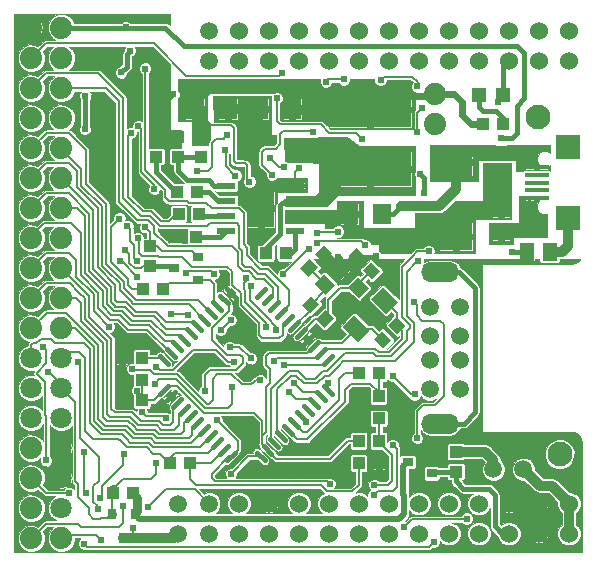
<source format=gtl>
G04 (created by PCBNEW (2013-03-19 BZR 4004)-stable) date 2014/11/27 13:38:41*
%MOIN*%
G04 Gerber Fmt 3.4, Leading zero omitted, Abs format*
%FSLAX34Y34*%
G01*
G70*
G90*
G04 APERTURE LIST*
%ADD10C,0*%
%ADD11R,0.275591X0.11811*%
%ADD12R,0.0629X0.0708*%
%ADD13R,0.0629921X0.023622*%
%ADD14R,0.0905512X0.129921*%
%ADD15R,0.0433X0.0393*%
%ADD16R,0.0393X0.0433*%
%ADD17R,0.1102X0.0944*%
%ADD18R,0.0511X0.059*%
%ADD19R,0.059X0.0511*%
%ADD20C,0.06*%
%ADD21C,0.0593*%
%ADD22C,0.0826772*%
%ADD23R,0.0472X0.0472*%
%ADD24R,0.0669291X0.0669291*%
%ADD25C,0.0590551*%
%ADD26C,0.074*%
%ADD27C,0.0177*%
%ADD28C,0.0393*%
%ADD29O,0.125984X0.0669291*%
%ADD30R,0.0787402X0.016*%
%ADD31R,0.081X0.081*%
%ADD32R,0.035X0.031*%
%ADD33R,0.031X0.035*%
%ADD34C,0.0708661*%
%ADD35C,0.024*%
%ADD36C,0.006*%
%ADD37C,0.024*%
%ADD38C,0.032*%
%ADD39C,0.016*%
%ADD40C,0.008*%
%ADD41C,0.03*%
%ADD42C,0.01*%
%ADD43C,0.02*%
%ADD44C,0.001*%
G04 APERTURE END LIST*
G54D10*
G54D11*
X74393Y-24734D03*
X74393Y-22765D03*
G54D12*
X71801Y-22750D03*
X70699Y-22750D03*
X73699Y-26250D03*
X74801Y-26250D03*
G54D13*
X71900Y-26800D03*
X71900Y-26300D03*
X71900Y-25800D03*
X71900Y-25300D03*
X69600Y-25300D03*
X69600Y-25800D03*
X69600Y-26300D03*
X69600Y-26800D03*
G54D14*
X70750Y-26050D03*
G54D15*
X68000Y-24334D03*
X68000Y-23666D03*
G54D16*
X68676Y-26250D03*
X68008Y-26250D03*
G54D15*
X67250Y-23666D03*
X67250Y-24334D03*
X68750Y-23666D03*
X68750Y-24334D03*
X71584Y-27550D03*
X70916Y-27550D03*
X67946Y-25500D03*
X68614Y-25500D03*
X67916Y-27000D03*
X68584Y-27000D03*
G54D17*
X77250Y-26990D03*
X77250Y-24510D03*
G54D18*
X80374Y-27500D03*
X79626Y-27500D03*
G54D19*
X78750Y-26874D03*
X78750Y-26126D03*
G54D20*
X81023Y-35905D03*
X81023Y-36905D03*
X80023Y-35905D03*
X80023Y-36905D03*
X79023Y-35905D03*
X79023Y-36905D03*
X78023Y-35905D03*
X78023Y-36905D03*
X77023Y-35905D03*
X77023Y-36905D03*
X76023Y-35905D03*
X76023Y-36905D03*
X75023Y-35905D03*
X75023Y-36905D03*
X74023Y-35905D03*
X74023Y-36905D03*
X73023Y-35905D03*
X73023Y-36905D03*
X72023Y-35905D03*
X72023Y-36905D03*
X71023Y-35905D03*
X71023Y-36905D03*
X70023Y-35905D03*
X70023Y-36905D03*
G54D21*
X69023Y-35905D03*
X69023Y-36905D03*
G54D20*
X81023Y-20157D03*
X81023Y-21157D03*
X80023Y-20157D03*
X80023Y-21157D03*
X79023Y-20157D03*
X79023Y-21157D03*
X78023Y-20157D03*
X78023Y-21157D03*
X77023Y-20157D03*
X77023Y-21157D03*
X76023Y-20157D03*
X76023Y-21157D03*
X75023Y-20157D03*
X75023Y-21157D03*
X74023Y-20157D03*
X74023Y-21157D03*
X73023Y-20157D03*
X73023Y-21157D03*
X72023Y-20157D03*
X72023Y-21157D03*
X71023Y-20157D03*
X71023Y-21157D03*
X70023Y-20157D03*
X70023Y-21157D03*
G54D21*
X69023Y-20157D03*
X69023Y-21157D03*
G54D16*
X74684Y-34550D03*
X74016Y-34550D03*
X78750Y-24834D03*
X78750Y-24166D03*
G54D15*
X66116Y-32450D03*
X66784Y-32450D03*
X66116Y-31780D03*
X66784Y-31780D03*
X68384Y-34550D03*
X67716Y-34550D03*
G54D16*
X66784Y-31040D03*
X66116Y-31040D03*
X74684Y-32300D03*
X74016Y-32300D03*
G54D10*
G36*
X72121Y-29277D02*
X72427Y-28971D01*
X72705Y-29249D01*
X72399Y-29555D01*
X72121Y-29277D01*
X72121Y-29277D01*
G37*
G36*
X72594Y-29750D02*
X72900Y-29444D01*
X73178Y-29722D01*
X72872Y-30028D01*
X72594Y-29750D01*
X72594Y-29750D01*
G37*
G36*
X75272Y-29671D02*
X75578Y-29977D01*
X75300Y-30255D01*
X74994Y-29949D01*
X75272Y-29671D01*
X75272Y-29671D01*
G37*
G36*
X74799Y-30144D02*
X75105Y-30450D01*
X74827Y-30728D01*
X74521Y-30422D01*
X74799Y-30144D01*
X74799Y-30144D01*
G37*
G36*
X73671Y-27649D02*
X73949Y-27371D01*
X74255Y-27677D01*
X73977Y-27955D01*
X73671Y-27649D01*
X73671Y-27649D01*
G37*
G36*
X74144Y-28122D02*
X74422Y-27844D01*
X74728Y-28150D01*
X74450Y-28428D01*
X74144Y-28122D01*
X74144Y-28122D01*
G37*
G54D15*
X74684Y-33050D03*
X74016Y-33050D03*
G54D22*
X80708Y-34251D03*
X80000Y-23000D03*
G54D12*
X68554Y-22750D03*
X69656Y-22750D03*
G54D16*
X78166Y-23250D03*
X78834Y-23250D03*
G54D23*
X78012Y-22275D03*
X78838Y-22275D03*
G54D24*
X70291Y-24100D03*
X71944Y-24100D03*
G54D25*
X68000Y-36900D03*
X68000Y-35900D03*
G54D26*
X76550Y-22250D03*
X76550Y-23250D03*
G54D25*
X79500Y-34750D03*
X78500Y-34750D03*
G54D27*
X70883Y-34459D02*
X70619Y-34195D01*
X71106Y-34236D02*
X70841Y-33972D01*
X71329Y-34014D02*
X71064Y-33749D01*
X71551Y-33791D02*
X71287Y-33526D01*
X71774Y-33568D02*
X71510Y-33304D01*
X71996Y-33346D02*
X71732Y-33082D01*
X72218Y-33124D02*
X71954Y-32860D01*
X72441Y-32901D02*
X72176Y-32637D01*
X72664Y-32679D02*
X72399Y-32414D01*
X72886Y-32456D02*
X72622Y-32191D01*
X73109Y-32233D02*
X72845Y-31969D01*
X72845Y-31230D02*
X73109Y-30966D01*
X72622Y-31008D02*
X72886Y-30743D01*
X72399Y-30785D02*
X72664Y-30520D01*
X72176Y-30562D02*
X72441Y-30298D01*
X71954Y-30339D02*
X72218Y-30075D01*
X71732Y-30117D02*
X71996Y-29853D01*
X71510Y-29895D02*
X71774Y-29631D01*
X71287Y-29673D02*
X71551Y-29408D01*
X71064Y-29450D02*
X71329Y-29185D01*
X70841Y-29227D02*
X71106Y-28963D01*
X70619Y-29004D02*
X70883Y-28740D01*
X69880Y-29004D02*
X69616Y-28740D01*
X69658Y-29227D02*
X69393Y-28963D01*
X69435Y-29450D02*
X69170Y-29185D01*
X69212Y-29673D02*
X68948Y-29408D01*
X68989Y-29895D02*
X68725Y-29631D01*
X68767Y-30117D02*
X68503Y-29853D01*
X68545Y-30339D02*
X68281Y-30075D01*
X68323Y-30562D02*
X68058Y-30298D01*
X68100Y-30785D02*
X67835Y-30520D01*
X67877Y-31008D02*
X67613Y-30743D01*
X67654Y-31230D02*
X67390Y-30966D01*
X67390Y-32233D02*
X67654Y-31969D01*
X67613Y-32456D02*
X67877Y-32191D01*
X67835Y-32679D02*
X68100Y-32414D01*
X68058Y-32901D02*
X68323Y-32637D01*
X68281Y-33124D02*
X68545Y-32860D01*
X68503Y-33346D02*
X68767Y-33082D01*
X68725Y-33568D02*
X68989Y-33304D01*
X68948Y-33791D02*
X69212Y-33526D01*
X69170Y-34014D02*
X69435Y-33749D01*
X69393Y-34236D02*
X69658Y-33972D01*
X69616Y-34459D02*
X69880Y-34195D01*
G54D28*
X70250Y-31600D03*
G54D10*
G36*
X74928Y-29572D02*
X74427Y-29071D01*
X74817Y-28681D01*
X75318Y-29182D01*
X74928Y-29572D01*
X74928Y-29572D01*
G37*
G36*
X73982Y-30518D02*
X73481Y-30017D01*
X73871Y-29627D01*
X74372Y-30128D01*
X73982Y-30518D01*
X73982Y-30518D01*
G37*
G36*
X72914Y-28935D02*
X72552Y-28573D01*
X72872Y-28253D01*
X73234Y-28615D01*
X72914Y-28935D01*
X72914Y-28935D01*
G37*
G36*
X73526Y-29547D02*
X73164Y-29185D01*
X73484Y-28865D01*
X73846Y-29227D01*
X73526Y-29547D01*
X73526Y-29547D01*
G37*
G36*
X74027Y-29046D02*
X73665Y-28684D01*
X73985Y-28364D01*
X74347Y-28726D01*
X74027Y-29046D01*
X74027Y-29046D01*
G37*
G36*
X73415Y-28434D02*
X73053Y-28072D01*
X73373Y-27752D01*
X73735Y-28114D01*
X73415Y-28434D01*
X73415Y-28434D01*
G37*
G36*
X72850Y-27271D02*
X73128Y-27549D01*
X72822Y-27855D01*
X72544Y-27577D01*
X72850Y-27271D01*
X72850Y-27271D01*
G37*
G36*
X72377Y-27744D02*
X72655Y-28022D01*
X72349Y-28328D01*
X72071Y-28050D01*
X72377Y-27744D01*
X72377Y-27744D01*
G37*
G54D15*
X74016Y-31550D03*
X74684Y-31550D03*
G54D16*
X74016Y-33800D03*
X74684Y-33800D03*
G54D25*
X77401Y-31102D03*
X77401Y-30314D03*
X76377Y-31102D03*
X76377Y-30314D03*
X76377Y-32086D03*
X77401Y-32086D03*
X76377Y-29330D03*
X77401Y-29330D03*
G54D29*
X76732Y-33228D03*
X76732Y-28188D03*
G54D30*
X79940Y-25720D03*
X79940Y-25460D03*
X79940Y-25200D03*
X79940Y-24940D03*
X79940Y-24680D03*
G54D31*
X81000Y-26381D03*
X81000Y-24018D03*
G54D15*
X77250Y-34834D03*
X77250Y-34166D03*
G54D16*
X67484Y-28750D03*
X66816Y-28750D03*
G54D15*
X67050Y-27316D03*
X67050Y-27984D03*
G54D16*
X66484Y-35550D03*
X65816Y-35550D03*
G54D32*
X67850Y-28060D03*
X68650Y-27680D03*
X68650Y-28440D03*
G54D33*
X66160Y-37050D03*
X65780Y-36250D03*
X66540Y-36250D03*
G54D32*
X75650Y-34510D03*
X76450Y-34130D03*
X76450Y-34890D03*
G54D34*
X64100Y-33050D03*
X63100Y-33050D03*
G54D26*
X63100Y-22050D03*
X64100Y-22050D03*
X63100Y-23050D03*
X64100Y-23050D03*
X63100Y-24050D03*
X64100Y-24050D03*
X63100Y-25050D03*
X64100Y-25050D03*
X63100Y-26050D03*
X64100Y-26050D03*
X63100Y-27050D03*
X64100Y-27050D03*
X63100Y-28050D03*
X64100Y-28050D03*
X63100Y-29050D03*
X64100Y-29050D03*
X63100Y-30050D03*
X64100Y-30050D03*
G54D34*
X63100Y-31050D03*
X64100Y-31050D03*
X63100Y-32050D03*
X64100Y-32050D03*
G54D26*
X63100Y-34050D03*
G54D34*
X64100Y-34050D03*
X64100Y-35050D03*
G54D26*
X63100Y-35050D03*
X63100Y-36050D03*
G54D34*
X64100Y-36050D03*
G54D26*
X64100Y-21050D03*
X63100Y-21050D03*
X64098Y-20030D03*
X63098Y-20030D03*
X64106Y-37058D03*
X63106Y-37058D03*
G54D35*
X70370Y-25165D03*
X66234Y-27432D03*
X65768Y-36254D03*
X63642Y-31508D03*
X67251Y-34539D03*
X66414Y-23544D03*
X64890Y-23421D03*
X64902Y-22296D03*
X66249Y-20021D03*
X66398Y-20796D03*
X66098Y-21524D03*
X66790Y-32848D03*
X66036Y-26398D03*
X78752Y-23720D03*
X78362Y-24878D03*
X67588Y-33052D03*
X74526Y-35271D03*
X73053Y-35235D03*
X69276Y-33111D03*
X68878Y-32148D03*
X66900Y-21396D03*
X66666Y-23322D03*
X67194Y-25420D03*
X66644Y-27050D03*
X63501Y-30662D03*
X63598Y-34456D03*
X69759Y-34907D03*
X70418Y-31056D03*
X65692Y-30004D03*
X71508Y-31281D03*
X69710Y-30674D03*
X66200Y-34248D03*
X65404Y-35720D03*
X66628Y-32132D03*
X69860Y-31168D03*
X72982Y-31864D03*
X67270Y-31330D03*
X71847Y-31872D03*
X70732Y-31778D03*
X66455Y-31410D03*
X71190Y-31133D03*
X67209Y-31899D03*
X71688Y-32172D03*
X69800Y-32014D03*
X72267Y-33183D03*
X64858Y-37230D03*
X76522Y-37172D03*
X66154Y-35965D03*
X66999Y-36000D03*
X65415Y-37106D03*
X66490Y-36696D03*
X64650Y-31169D03*
X64365Y-35544D03*
X77614Y-36396D03*
X75538Y-36666D03*
X65308Y-36064D03*
X66888Y-26688D03*
X75980Y-27810D03*
X76340Y-27490D03*
X69190Y-28248D03*
X68244Y-28214D03*
X68628Y-24802D03*
X69608Y-23625D03*
X69408Y-30108D03*
X69753Y-29787D03*
X67766Y-29568D03*
X68322Y-29608D03*
X75850Y-29180D03*
X75960Y-33720D03*
X64847Y-34163D03*
X64938Y-35560D03*
X74508Y-35622D03*
X75153Y-33939D03*
X75140Y-31640D03*
X75880Y-32260D03*
X72918Y-33495D03*
X78646Y-22503D03*
X67572Y-26106D03*
X66586Y-25108D03*
X65962Y-30234D03*
X72927Y-30273D03*
X74020Y-32692D03*
X65586Y-22593D03*
X65235Y-23874D03*
X67005Y-20799D03*
X72639Y-26894D03*
X73329Y-26829D03*
X66110Y-32124D03*
X69296Y-22767D03*
X76194Y-25542D03*
X76055Y-24912D03*
X72038Y-24706D03*
X77238Y-25438D03*
X67900Y-26866D03*
X67836Y-22257D03*
X66417Y-22422D03*
X66110Y-31474D03*
X67208Y-32718D03*
X75588Y-33999D03*
X74812Y-34882D03*
X69250Y-31166D03*
X68607Y-31211D03*
X70250Y-31600D03*
X75425Y-25970D03*
X73335Y-27665D03*
X73335Y-29170D03*
X79135Y-27520D03*
X74585Y-27640D03*
X69695Y-23050D03*
X70955Y-26405D03*
X70550Y-26380D03*
X70520Y-25755D03*
X70970Y-25745D03*
X70750Y-26050D03*
X76750Y-33900D03*
X72920Y-21840D03*
X73520Y-21760D03*
X69903Y-24965D03*
X69569Y-24105D03*
X76122Y-22714D03*
X75970Y-23522D03*
X75972Y-21988D03*
X74741Y-21780D03*
X72504Y-23503D03*
X71116Y-24930D03*
X66306Y-26652D03*
X66628Y-27804D03*
X72612Y-27218D03*
X74220Y-27270D03*
X70930Y-30004D03*
X70255Y-28380D03*
X66064Y-27820D03*
X66621Y-28328D03*
X72355Y-27410D03*
X71500Y-28260D03*
X71250Y-30100D03*
X70425Y-28655D03*
X71538Y-24682D03*
X71051Y-24372D03*
X74122Y-23752D03*
X71442Y-21538D03*
X71284Y-22378D03*
G54D36*
X69843Y-23802D02*
X69843Y-23373D01*
X68934Y-23292D02*
X68750Y-23108D01*
X69762Y-23292D02*
X68934Y-23292D01*
X69843Y-23373D02*
X69762Y-23292D01*
X70300Y-24846D02*
X70300Y-24617D01*
X69843Y-24488D02*
X69843Y-23802D01*
X69908Y-24553D02*
X69843Y-24488D01*
X70236Y-24553D02*
X69908Y-24553D01*
X70300Y-24617D02*
X70236Y-24553D01*
X66371Y-27569D02*
X66234Y-27432D01*
X66398Y-27903D02*
X66371Y-27876D01*
X66543Y-28048D02*
X66398Y-27903D01*
X66822Y-27984D02*
X67050Y-27984D01*
X66758Y-28048D02*
X66594Y-28048D01*
X66822Y-27984D02*
X66758Y-28048D01*
X66594Y-28048D02*
X66543Y-28048D01*
X66371Y-27876D02*
X66371Y-27660D01*
X66371Y-27660D02*
X66371Y-27569D01*
X70300Y-25095D02*
X70370Y-25165D01*
X70300Y-24846D02*
X70300Y-25095D01*
G54D37*
X76550Y-22250D02*
X76480Y-22320D01*
X74839Y-22320D02*
X74393Y-22765D01*
X76480Y-22320D02*
X74839Y-22320D01*
G54D38*
X71801Y-22750D02*
X71801Y-22196D01*
X68554Y-22171D02*
X68554Y-22750D01*
X68760Y-21965D02*
X68554Y-22171D01*
X71570Y-21965D02*
X68760Y-21965D01*
X71801Y-22196D02*
X71570Y-21965D01*
X68750Y-23666D02*
X68750Y-23108D01*
X68750Y-23108D02*
X68750Y-22946D01*
X68750Y-22946D02*
X68554Y-22750D01*
G54D39*
X67850Y-28060D02*
X67774Y-27984D01*
X67774Y-27984D02*
X67050Y-27984D01*
G54D38*
X74393Y-22765D02*
X71816Y-22765D01*
X71816Y-22765D02*
X71801Y-22750D01*
G54D37*
X78166Y-23250D02*
X77750Y-23250D01*
X77200Y-22250D02*
X76550Y-22250D01*
X77450Y-22500D02*
X77200Y-22250D01*
X77450Y-22950D02*
X77450Y-22500D01*
X77750Y-23250D02*
X77450Y-22950D01*
G54D36*
X65772Y-36250D02*
X65780Y-36250D01*
X65768Y-36254D02*
X65772Y-36250D01*
X63659Y-31482D02*
X63659Y-31491D01*
X64100Y-31923D02*
X63659Y-31482D01*
X64100Y-31923D02*
X64100Y-32050D01*
X63659Y-31491D02*
X63642Y-31508D01*
G54D40*
X66513Y-35080D02*
X67097Y-35080D01*
X67251Y-34926D02*
X67251Y-34539D01*
X67097Y-35080D02*
X67251Y-34926D01*
X66790Y-32848D02*
X66914Y-32972D01*
X67508Y-32972D02*
X67588Y-33052D01*
X66914Y-32972D02*
X67508Y-32972D01*
G54D36*
X64100Y-32050D02*
X64568Y-32518D01*
G54D40*
X65374Y-36396D02*
X65374Y-36394D01*
X65226Y-36396D02*
X65374Y-36396D01*
X65636Y-36394D02*
X65780Y-36250D01*
X65374Y-36394D02*
X65636Y-36394D01*
X65226Y-36396D02*
X65167Y-36396D01*
X64652Y-35236D02*
X64652Y-35692D01*
X64652Y-35692D02*
X65019Y-36059D01*
X65019Y-36059D02*
X65019Y-36248D01*
X65019Y-36248D02*
X65167Y-36396D01*
G54D36*
X64568Y-32518D02*
X64568Y-35152D01*
X64568Y-35152D02*
X64652Y-35236D01*
X67684Y-26482D02*
X67430Y-26482D01*
X67430Y-26482D02*
X67102Y-26154D01*
X67102Y-26154D02*
X66808Y-26154D01*
X66808Y-26154D02*
X66330Y-25676D01*
X66330Y-25676D02*
X66330Y-23628D01*
X66330Y-23628D02*
X66414Y-23544D01*
X67916Y-26250D02*
X67684Y-26482D01*
G54D39*
X64890Y-23421D02*
X64890Y-22308D01*
G54D40*
X64890Y-22308D02*
X64902Y-22296D01*
X66249Y-20021D02*
X66249Y-20030D01*
G54D39*
X66294Y-20900D02*
X66398Y-20796D01*
X66098Y-21524D02*
X66294Y-21328D01*
X66294Y-21328D02*
X66294Y-20900D01*
G54D41*
X65780Y-36250D02*
X65778Y-36248D01*
X65778Y-35588D02*
X65816Y-35550D01*
G54D40*
X65778Y-36248D02*
X65778Y-35588D01*
G54D36*
X66049Y-28147D02*
X65742Y-27840D01*
X65742Y-26692D02*
X66036Y-26398D01*
X65742Y-27840D02*
X65742Y-26692D01*
X66469Y-28750D02*
X66816Y-28750D01*
X66328Y-28609D02*
X66469Y-28750D01*
X66328Y-28426D02*
X66328Y-28609D01*
X66049Y-28147D02*
X66328Y-28426D01*
G54D39*
X64098Y-20030D02*
X66249Y-20030D01*
X66249Y-20030D02*
X67570Y-20030D01*
X67570Y-20030D02*
X68183Y-20643D01*
X68183Y-20643D02*
X79292Y-20643D01*
X79292Y-20643D02*
X79538Y-20889D01*
X79538Y-20889D02*
X79538Y-22383D01*
X79538Y-22383D02*
X79286Y-22635D01*
X79286Y-22635D02*
X79286Y-23556D01*
X79286Y-23556D02*
X79122Y-23720D01*
X79122Y-23720D02*
X78752Y-23720D01*
X78362Y-24878D02*
X78406Y-24834D01*
X78406Y-24834D02*
X78750Y-24834D01*
G54D40*
X66137Y-35102D02*
X66160Y-35080D01*
X65816Y-35424D02*
X66137Y-35102D01*
G54D41*
X65816Y-35550D02*
X65816Y-35424D01*
G54D40*
X66160Y-35080D02*
X66513Y-35080D01*
G54D38*
X73699Y-26250D02*
X73699Y-26589D01*
X77130Y-26870D02*
X77250Y-26990D01*
X73980Y-26870D02*
X77130Y-26870D01*
X73699Y-26589D02*
X73980Y-26870D01*
X71900Y-26300D02*
X73649Y-26300D01*
X73649Y-26300D02*
X73699Y-26250D01*
G54D40*
X78750Y-26126D02*
X77474Y-26126D01*
X77250Y-26350D02*
X77250Y-26990D01*
X77474Y-26126D02*
X77250Y-26350D01*
X78750Y-26126D02*
X78750Y-24834D01*
G54D36*
X66613Y-33008D02*
X66745Y-33140D01*
X67710Y-33292D02*
X67830Y-33172D01*
X67492Y-33292D02*
X67710Y-33292D01*
X67340Y-33140D02*
X67492Y-33292D01*
X66745Y-33140D02*
X67340Y-33140D01*
X65874Y-32856D02*
X65772Y-32754D01*
X66461Y-32856D02*
X65874Y-32856D01*
X66613Y-33008D02*
X66461Y-32856D01*
X65038Y-29388D02*
X65038Y-29680D01*
X65766Y-30408D02*
X65772Y-30408D01*
X65038Y-29680D02*
X65766Y-30408D01*
X67830Y-32942D02*
X67830Y-33172D01*
X67830Y-32684D02*
X67968Y-32546D01*
X67830Y-32942D02*
X67830Y-32684D01*
X65772Y-32172D02*
X65772Y-30408D01*
X65772Y-32754D02*
X65772Y-32172D01*
X65038Y-28988D02*
X64100Y-28050D01*
X65038Y-29388D02*
X65038Y-28988D01*
X66670Y-33275D02*
X66680Y-33285D01*
X68024Y-32936D02*
X68190Y-32769D01*
X68024Y-33288D02*
X68024Y-32936D01*
X67871Y-33440D02*
X68024Y-33288D01*
X67431Y-33440D02*
X67871Y-33440D01*
X67276Y-33285D02*
X67431Y-33440D01*
X66680Y-33285D02*
X67276Y-33285D01*
X65731Y-33002D02*
X65630Y-32901D01*
X66397Y-33002D02*
X65731Y-33002D01*
X66670Y-33275D02*
X66397Y-33002D01*
X64892Y-29304D02*
X64892Y-29750D01*
X65631Y-30538D02*
X65630Y-30538D01*
X65631Y-30489D02*
X65631Y-30538D01*
X64892Y-29750D02*
X65631Y-30489D01*
X65630Y-32814D02*
X65630Y-30538D01*
X65630Y-32814D02*
X65630Y-32901D01*
X64700Y-28864D02*
X64892Y-29056D01*
X64892Y-29056D02*
X64892Y-29304D01*
X63606Y-28544D02*
X63100Y-29050D01*
X64380Y-28544D02*
X63606Y-28544D01*
X64700Y-28864D02*
X64380Y-28544D01*
X66510Y-33321D02*
X66623Y-33434D01*
X68202Y-33203D02*
X68413Y-32992D01*
X68202Y-33479D02*
X68202Y-33203D01*
X68097Y-33584D02*
X68202Y-33479D01*
X67360Y-33584D02*
X68097Y-33584D01*
X67210Y-33434D02*
X67360Y-33584D01*
X66623Y-33434D02*
X67210Y-33434D01*
X65540Y-33076D02*
X65614Y-33150D01*
X66339Y-33150D02*
X66510Y-33321D01*
X66331Y-33150D02*
X66339Y-33150D01*
X65614Y-33150D02*
X66331Y-33150D01*
X64751Y-29560D02*
X64751Y-29813D01*
X65478Y-33013D02*
X65540Y-33076D01*
X65478Y-30540D02*
X65478Y-33013D01*
X64751Y-29813D02*
X65478Y-30540D01*
X64100Y-29050D02*
X64600Y-29050D01*
X64751Y-29201D02*
X64751Y-29560D01*
X64600Y-29050D02*
X64751Y-29201D01*
X68244Y-33726D02*
X68349Y-33726D01*
X68462Y-33388D02*
X68635Y-33214D01*
X68462Y-33614D02*
X68462Y-33388D01*
X68349Y-33726D02*
X68462Y-33614D01*
X64157Y-29538D02*
X64272Y-29538D01*
X64272Y-29538D02*
X64704Y-29970D01*
X66318Y-33341D02*
X66556Y-33579D01*
X67292Y-33726D02*
X68244Y-33726D01*
X67145Y-33579D02*
X67292Y-33726D01*
X66556Y-33579D02*
X67145Y-33579D01*
X65531Y-33275D02*
X65556Y-33300D01*
X66277Y-33300D02*
X66318Y-33341D01*
X65556Y-33300D02*
X66277Y-33300D01*
X65333Y-33077D02*
X65531Y-33275D01*
X65333Y-30599D02*
X65333Y-33077D01*
X64704Y-29970D02*
X65333Y-30599D01*
X63100Y-30050D02*
X63612Y-29538D01*
X63612Y-29538D02*
X64157Y-29538D01*
X66119Y-33449D02*
X66217Y-33449D01*
X68426Y-33867D02*
X68857Y-33436D01*
X67220Y-33867D02*
X68426Y-33867D01*
X67079Y-33726D02*
X67220Y-33867D01*
X66494Y-33726D02*
X67079Y-33726D01*
X66217Y-33449D02*
X66494Y-33726D01*
X65480Y-33428D02*
X65501Y-33449D01*
X65501Y-33449D02*
X66119Y-33449D01*
X65192Y-30974D02*
X65192Y-30674D01*
X64568Y-30050D02*
X64100Y-30050D01*
X65192Y-30674D02*
X64568Y-30050D01*
X65192Y-33140D02*
X65192Y-30974D01*
X65480Y-33428D02*
X65192Y-33140D01*
X64256Y-30538D02*
X64852Y-30538D01*
X64852Y-30538D02*
X65044Y-30730D01*
X63417Y-30420D02*
X63431Y-30407D01*
X63431Y-30407D02*
X63769Y-30407D01*
X63121Y-30568D02*
X63150Y-30540D01*
X63150Y-30540D02*
X63262Y-30540D01*
X63262Y-30540D02*
X63320Y-30482D01*
X63320Y-30482D02*
X63356Y-30482D01*
X63100Y-31050D02*
X63100Y-30590D01*
X63320Y-30482D02*
X63356Y-30482D01*
X63262Y-30540D02*
X63320Y-30482D01*
X63150Y-30540D02*
X63262Y-30540D01*
X63100Y-30590D02*
X63121Y-30568D01*
X63900Y-30538D02*
X63922Y-30538D01*
X63769Y-30407D02*
X63900Y-30538D01*
X63356Y-30482D02*
X63417Y-30420D01*
X63922Y-30538D02*
X64256Y-30538D01*
X66275Y-33743D02*
X66404Y-33872D01*
X67153Y-34008D02*
X67226Y-34008D01*
X67017Y-33872D02*
X67153Y-34008D01*
X66404Y-33872D02*
X67017Y-33872D01*
X65434Y-33594D02*
X65385Y-33545D01*
X66126Y-33594D02*
X65434Y-33594D01*
X66275Y-33743D02*
X66126Y-33594D01*
X65249Y-33409D02*
X65385Y-33545D01*
X65044Y-30730D02*
X65044Y-31066D01*
X65044Y-33204D02*
X65044Y-31066D01*
X65249Y-33409D02*
X65044Y-33204D01*
X68731Y-34008D02*
X69080Y-33659D01*
X67226Y-34008D02*
X68731Y-34008D01*
X66486Y-34018D02*
X66940Y-34018D01*
X66940Y-34018D02*
X67152Y-34230D01*
X64100Y-31050D02*
X64322Y-30828D01*
X64680Y-30828D02*
X64886Y-31034D01*
X64322Y-30828D02*
X64680Y-30828D01*
X66282Y-34018D02*
X66486Y-34018D01*
X65146Y-33739D02*
X66003Y-33739D01*
X66003Y-33739D02*
X66078Y-33814D01*
X66078Y-33814D02*
X66282Y-34018D01*
X67396Y-34230D02*
X67716Y-34550D01*
X67152Y-34230D02*
X67396Y-34230D01*
X64885Y-31693D02*
X64885Y-33478D01*
X64885Y-33478D02*
X65146Y-33739D01*
X64886Y-31694D02*
X64885Y-31693D01*
X64885Y-31693D02*
X64884Y-31692D01*
X64886Y-31703D02*
X64886Y-31694D01*
X64886Y-31034D02*
X64886Y-31703D01*
G54D40*
X69303Y-33881D02*
X68985Y-34200D01*
X68985Y-34200D02*
X67900Y-34200D01*
X67900Y-34200D02*
X67716Y-34384D01*
X67716Y-34384D02*
X67716Y-34550D01*
G54D36*
X69116Y-35022D02*
X69116Y-35048D01*
X72962Y-35144D02*
X73053Y-35235D01*
X69212Y-35144D02*
X72962Y-35144D01*
X69116Y-35048D02*
X69212Y-35144D01*
X74684Y-33836D02*
X74684Y-33800D01*
X75120Y-34272D02*
X74684Y-33836D01*
X75120Y-35136D02*
X75120Y-34272D01*
X74985Y-35271D02*
X75120Y-35136D01*
X74526Y-35271D02*
X74985Y-35271D01*
X69786Y-30933D02*
X69625Y-30933D01*
X69130Y-30414D02*
X69129Y-30414D01*
X69130Y-30438D02*
X69130Y-30414D01*
X69625Y-30933D02*
X69130Y-30438D01*
X69129Y-30059D02*
X69129Y-30414D01*
X69699Y-29269D02*
X69699Y-29489D01*
X69699Y-29489D02*
X69129Y-30059D01*
X69525Y-29095D02*
X69699Y-29269D01*
X69720Y-31434D02*
X69935Y-31434D01*
X69935Y-31434D02*
X70143Y-31226D01*
X70143Y-31226D02*
X70143Y-31012D01*
X70143Y-31012D02*
X70064Y-30933D01*
X70064Y-30933D02*
X69786Y-30933D01*
X68878Y-31785D02*
X68878Y-31616D01*
X69060Y-31434D02*
X69720Y-31434D01*
X68878Y-31616D02*
X69060Y-31434D01*
X68878Y-32148D02*
X68878Y-31785D01*
X69978Y-34097D02*
X69978Y-33813D01*
X69978Y-33813D02*
X69276Y-33111D01*
X69748Y-34327D02*
X69978Y-34097D01*
X69748Y-34327D02*
X69696Y-34327D01*
X69116Y-34908D02*
X69116Y-35022D01*
X69696Y-34327D02*
X69116Y-34908D01*
G54D40*
X74684Y-33050D02*
X74684Y-33800D01*
G54D36*
X68360Y-26635D02*
X68965Y-26635D01*
X68965Y-26635D02*
X69055Y-26545D01*
X67320Y-26574D02*
X67381Y-26635D01*
X67381Y-26635D02*
X67642Y-26635D01*
X67865Y-26635D02*
X67642Y-26635D01*
X68072Y-26635D02*
X67865Y-26635D01*
X69940Y-26545D02*
X70035Y-26640D01*
X69055Y-26545D02*
X69940Y-26545D01*
X70435Y-27995D02*
X70670Y-28230D01*
X70670Y-28230D02*
X70890Y-28230D01*
X71196Y-29318D02*
X71330Y-29184D01*
X71330Y-29184D02*
X71330Y-28670D01*
X71330Y-28670D02*
X70890Y-28230D01*
X70028Y-27371D02*
X70028Y-27358D01*
X70130Y-27472D02*
X70028Y-27371D01*
X70130Y-27899D02*
X70130Y-27472D01*
X70225Y-27995D02*
X70130Y-27899D01*
X70435Y-27995D02*
X70225Y-27995D01*
X70028Y-27358D02*
X70035Y-27365D01*
X70035Y-27365D02*
X70035Y-26640D01*
X68360Y-26635D02*
X68072Y-26635D01*
X66677Y-26232D02*
X66677Y-26235D01*
X66748Y-26303D02*
X66677Y-26232D01*
X67049Y-26303D02*
X66748Y-26303D01*
X67320Y-26574D02*
X67049Y-26303D01*
X65122Y-21545D02*
X65331Y-21545D01*
X63605Y-21545D02*
X65122Y-21545D01*
X63100Y-22050D02*
X63605Y-21545D01*
X65331Y-21545D02*
X66164Y-22378D01*
X66164Y-22378D02*
X66164Y-25722D01*
X66164Y-25722D02*
X66677Y-26235D01*
X67525Y-27186D02*
X67200Y-26861D01*
X66628Y-26448D02*
X66626Y-26446D01*
X66990Y-26448D02*
X66628Y-26448D01*
X67200Y-26658D02*
X66990Y-26448D01*
X67200Y-26861D02*
X67200Y-26658D01*
X66010Y-22482D02*
X65578Y-22050D01*
X65578Y-22050D02*
X64100Y-22050D01*
X66626Y-26446D02*
X66010Y-25830D01*
X66010Y-25830D02*
X66010Y-22482D01*
X67525Y-27186D02*
X67525Y-27190D01*
X69775Y-27315D02*
X69942Y-27482D01*
X67650Y-27315D02*
X69775Y-27315D01*
X67525Y-27190D02*
X67650Y-27315D01*
X70345Y-28140D02*
X70600Y-28395D01*
X69985Y-27525D02*
X69942Y-27482D01*
X69985Y-27975D02*
X70150Y-28140D01*
X70150Y-28140D02*
X70345Y-28140D01*
X69985Y-27525D02*
X69985Y-27975D01*
X71160Y-28705D02*
X70850Y-28395D01*
X71160Y-28909D02*
X71160Y-28705D01*
X70974Y-29095D02*
X71160Y-28909D01*
X70600Y-28395D02*
X70850Y-28395D01*
X67555Y-25581D02*
X67555Y-25687D01*
X68306Y-25816D02*
X68355Y-25865D01*
X67684Y-25816D02*
X68306Y-25816D01*
X67555Y-25687D02*
X67684Y-25816D01*
X70735Y-28065D02*
X70285Y-27615D01*
X70950Y-28065D02*
X70735Y-28065D01*
X69750Y-26055D02*
X69120Y-26055D01*
X69120Y-26055D02*
X68930Y-25865D01*
X68930Y-25865D02*
X68355Y-25865D01*
X70950Y-28065D02*
X70977Y-28092D01*
X70010Y-26055D02*
X69750Y-26055D01*
X70175Y-26220D02*
X70010Y-26055D01*
X70175Y-27255D02*
X70175Y-26220D01*
X70285Y-27365D02*
X70175Y-27255D01*
X70285Y-27615D02*
X70285Y-27365D01*
X66900Y-24670D02*
X66900Y-21396D01*
X67555Y-25439D02*
X66898Y-24782D01*
X66898Y-24782D02*
X66898Y-24670D01*
X66898Y-24670D02*
X66900Y-24670D01*
X67555Y-25581D02*
X67555Y-25439D01*
X71419Y-29540D02*
X71675Y-29285D01*
X71675Y-28790D02*
X70977Y-28092D01*
X71675Y-29285D02*
X71675Y-28790D01*
X70977Y-28092D02*
X70975Y-28090D01*
X70089Y-29129D02*
X70089Y-29271D01*
X71364Y-30390D02*
X71493Y-30261D01*
X70804Y-30390D02*
X71364Y-30390D01*
X70694Y-30280D02*
X70804Y-30390D01*
X70694Y-29876D02*
X70694Y-30280D01*
X70089Y-29271D02*
X70694Y-29876D01*
X71493Y-29912D02*
X71642Y-29763D01*
X71493Y-30261D02*
X71493Y-29912D01*
X66682Y-27396D02*
X66682Y-27491D01*
X67334Y-27630D02*
X67370Y-27666D01*
X66784Y-27630D02*
X67334Y-27630D01*
X66682Y-27528D02*
X66784Y-27630D01*
X66682Y-27491D02*
X66682Y-27528D01*
X66756Y-23412D02*
X66756Y-23826D01*
X66666Y-23322D02*
X66756Y-23412D01*
X66756Y-23826D02*
X66756Y-23900D01*
X67194Y-25286D02*
X67194Y-25420D01*
X66756Y-24848D02*
X67194Y-25286D01*
X66756Y-23900D02*
X66756Y-24848D01*
X66644Y-27050D02*
X66643Y-27051D01*
X68126Y-27666D02*
X67370Y-27666D01*
X69635Y-27995D02*
X69800Y-28160D01*
X68455Y-27995D02*
X69635Y-27995D01*
X68126Y-27666D02*
X68455Y-27995D01*
X69800Y-28595D02*
X69800Y-28160D01*
X70089Y-28884D02*
X69800Y-28595D01*
X70089Y-29129D02*
X70089Y-28884D01*
X66682Y-27090D02*
X66643Y-27051D01*
X66682Y-27396D02*
X66682Y-27090D01*
X67484Y-28750D02*
X67694Y-28540D01*
X68550Y-28540D02*
X68650Y-28440D01*
X67694Y-28540D02*
X68550Y-28540D01*
X69303Y-29318D02*
X69180Y-29194D01*
X69180Y-29194D02*
X69180Y-28580D01*
X69180Y-28580D02*
X69040Y-28440D01*
X69040Y-28440D02*
X68650Y-28440D01*
X64100Y-26050D02*
X64624Y-26050D01*
X66076Y-29624D02*
X66102Y-29650D01*
X65772Y-29624D02*
X66076Y-29624D01*
X65474Y-29326D02*
X65772Y-29624D01*
X65474Y-28804D02*
X65474Y-29326D01*
X64884Y-28214D02*
X65474Y-28804D01*
X64884Y-26310D02*
X64884Y-28214D01*
X64624Y-26050D02*
X64884Y-26310D01*
X67782Y-30468D02*
X67968Y-30653D01*
X67542Y-30468D02*
X67024Y-29950D01*
X67782Y-30468D02*
X67542Y-30468D01*
X66402Y-29950D02*
X67024Y-29950D01*
X66102Y-29650D02*
X66402Y-29950D01*
X65653Y-28168D02*
X66044Y-28558D01*
X64100Y-24082D02*
X64770Y-24752D01*
X64770Y-24752D02*
X64770Y-25300D01*
X64770Y-25300D02*
X65456Y-25986D01*
X65456Y-25986D02*
X65456Y-27970D01*
X65456Y-27970D02*
X65653Y-28168D01*
X64100Y-24050D02*
X64100Y-24082D01*
X66044Y-28768D02*
X66421Y-29145D01*
X66044Y-28558D02*
X66044Y-28768D01*
X68350Y-29256D02*
X68857Y-29763D01*
X66504Y-29228D02*
X66421Y-29145D01*
X68350Y-29256D02*
X66532Y-29256D01*
X66532Y-29256D02*
X66504Y-29228D01*
X63604Y-30765D02*
X63604Y-30931D01*
X63501Y-30662D02*
X63604Y-30765D01*
X63470Y-31758D02*
X63566Y-31854D01*
X63566Y-32942D02*
X63604Y-32980D01*
X63566Y-31854D02*
X63566Y-32942D01*
X63604Y-31213D02*
X63604Y-30931D01*
X63288Y-31529D02*
X63604Y-31213D01*
X63288Y-31576D02*
X63288Y-31529D01*
X63470Y-31758D02*
X63288Y-31576D01*
X63604Y-34456D02*
X63604Y-32980D01*
X63598Y-34456D02*
X63604Y-34456D01*
X63604Y-30931D02*
X63604Y-30764D01*
X70338Y-34327D02*
X70751Y-34327D01*
X69759Y-34907D02*
X70338Y-34327D01*
X67522Y-31098D02*
X67464Y-31040D01*
X67464Y-31040D02*
X66784Y-31040D01*
X67522Y-31098D02*
X67511Y-31110D01*
X64312Y-25545D02*
X64343Y-25545D01*
X66139Y-29483D02*
X66166Y-29510D01*
X65842Y-29483D02*
X66139Y-29483D01*
X65616Y-29258D02*
X65842Y-29483D01*
X65616Y-28738D02*
X65616Y-29258D01*
X65030Y-28152D02*
X65616Y-28738D01*
X65030Y-26232D02*
X65030Y-28152D01*
X64343Y-25545D02*
X65030Y-26232D01*
X63100Y-26050D02*
X63605Y-25545D01*
X63605Y-25545D02*
X64312Y-25545D01*
X67022Y-29803D02*
X66756Y-29803D01*
X68052Y-30292D02*
X68190Y-30430D01*
X67022Y-29800D02*
X67022Y-29803D01*
X67102Y-29800D02*
X67022Y-29800D01*
X67594Y-30292D02*
X67102Y-29800D01*
X68052Y-30292D02*
X67594Y-30292D01*
X66756Y-29803D02*
X66459Y-29803D01*
X66459Y-29803D02*
X66166Y-29510D01*
X69710Y-30674D02*
X70036Y-30674D01*
X70036Y-30674D02*
X70418Y-31056D01*
X65182Y-29392D02*
X65182Y-29494D01*
X65182Y-29494D02*
X65692Y-30004D01*
X71508Y-31281D02*
X71517Y-31281D01*
X71526Y-31272D02*
X71578Y-31272D01*
X71517Y-31281D02*
X71526Y-31272D01*
X64192Y-27550D02*
X64368Y-27550D01*
X65182Y-28922D02*
X65182Y-29392D01*
X64602Y-28342D02*
X65182Y-28922D01*
X64602Y-27784D02*
X64602Y-28342D01*
X64368Y-27550D02*
X64602Y-27784D01*
X63100Y-28050D02*
X63600Y-27550D01*
X63600Y-27550D02*
X64192Y-27550D01*
X72977Y-31098D02*
X72803Y-31272D01*
X72803Y-31272D02*
X71578Y-31272D01*
X71578Y-31272D02*
X71542Y-31272D01*
X64058Y-23540D02*
X64342Y-23540D01*
X66577Y-29104D02*
X66654Y-29104D01*
X66188Y-28714D02*
X66577Y-29104D01*
X66188Y-28498D02*
X66188Y-28714D01*
X65600Y-27910D02*
X66188Y-28498D01*
X65600Y-25924D02*
X65600Y-27910D01*
X64918Y-25242D02*
X65600Y-25924D01*
X64918Y-24116D02*
X64918Y-25242D01*
X64342Y-23540D02*
X64918Y-24116D01*
X63610Y-23540D02*
X64058Y-23540D01*
X63100Y-24050D02*
X63610Y-23540D01*
X69080Y-29540D02*
X68643Y-29104D01*
X68643Y-29104D02*
X66654Y-29104D01*
X66028Y-29796D02*
X66006Y-29774D01*
X63100Y-26985D02*
X63525Y-26560D01*
X63525Y-26560D02*
X64036Y-26560D01*
X63100Y-26985D02*
X63100Y-27050D01*
X64430Y-26560D02*
X64744Y-26874D01*
X64744Y-26874D02*
X64744Y-28278D01*
X64744Y-28278D02*
X65329Y-28863D01*
X65329Y-28863D02*
X65329Y-29385D01*
X65329Y-29385D02*
X65718Y-29774D01*
X65718Y-29774D02*
X66006Y-29774D01*
X64036Y-26560D02*
X64430Y-26560D01*
X66332Y-30100D02*
X66028Y-29796D01*
X66028Y-29796D02*
X66018Y-29786D01*
X66969Y-30100D02*
X66332Y-30100D01*
X66969Y-30100D02*
X67745Y-30875D01*
X67529Y-30660D02*
X67745Y-30875D01*
X67745Y-30875D02*
X67529Y-30660D01*
X66325Y-29255D02*
X66254Y-29184D01*
X64620Y-24818D02*
X64357Y-24555D01*
X64620Y-25358D02*
X64620Y-24818D01*
X65316Y-26054D02*
X64620Y-25358D01*
X65316Y-28027D02*
X65316Y-26054D01*
X65902Y-28613D02*
X65316Y-28027D01*
X65902Y-29117D02*
X65902Y-28613D01*
X65968Y-29184D02*
X65902Y-29117D01*
X66254Y-29184D02*
X65968Y-29184D01*
X63595Y-24555D02*
X64357Y-24555D01*
X63100Y-25050D02*
X63595Y-24555D01*
X68635Y-29985D02*
X68496Y-29846D01*
X67582Y-29846D02*
X67256Y-29520D01*
X67586Y-29846D02*
X67582Y-29846D01*
X68496Y-29846D02*
X67586Y-29846D01*
X66832Y-29520D02*
X66590Y-29520D01*
X66590Y-29520D02*
X66325Y-29255D01*
X67256Y-29520D02*
X66832Y-29520D01*
X66211Y-29353D02*
X66196Y-29338D01*
X65172Y-26122D02*
X64100Y-25050D01*
X65172Y-28094D02*
X65172Y-26122D01*
X65758Y-28680D02*
X65172Y-28094D01*
X65758Y-29192D02*
X65758Y-28680D01*
X65893Y-29327D02*
X65758Y-29192D01*
X65893Y-29338D02*
X65893Y-29327D01*
X66196Y-29338D02*
X65893Y-29338D01*
X68413Y-30207D02*
X68275Y-30070D01*
X67594Y-30070D02*
X67184Y-29660D01*
X68275Y-30070D02*
X67594Y-30070D01*
X66974Y-29660D02*
X66518Y-29660D01*
X66518Y-29660D02*
X66211Y-29353D01*
X67184Y-29660D02*
X66974Y-29660D01*
X66148Y-34300D02*
X66148Y-34617D01*
X66200Y-34248D02*
X66148Y-34300D01*
G54D40*
X72531Y-30653D02*
X72653Y-30532D01*
X73468Y-30532D02*
X73926Y-30073D01*
X72653Y-30532D02*
X73468Y-30532D01*
G54D36*
X65458Y-35665D02*
X65458Y-35306D01*
X65404Y-35720D02*
X65458Y-35665D01*
X67522Y-32101D02*
X67644Y-31980D01*
X68841Y-32868D02*
X70533Y-32868D01*
X67953Y-31980D02*
X68841Y-32868D01*
X67644Y-31980D02*
X67953Y-31980D01*
X70533Y-32868D02*
X70794Y-33129D01*
X70794Y-33924D02*
X70974Y-34104D01*
X70794Y-33129D02*
X70794Y-33924D01*
G54D40*
X70797Y-33927D02*
X70974Y-34104D01*
G54D36*
X70891Y-33534D02*
X70797Y-33629D01*
X70930Y-33496D02*
X70891Y-33534D01*
X70930Y-32010D02*
X70930Y-33496D01*
X71048Y-31892D02*
X70930Y-32010D01*
X72531Y-30653D02*
X72297Y-30888D01*
X71048Y-31408D02*
X71048Y-31592D01*
X70918Y-31278D02*
X71048Y-31408D01*
X70918Y-30980D02*
X70918Y-31278D01*
X71010Y-30888D02*
X70918Y-30980D01*
X72297Y-30888D02*
X71010Y-30888D01*
X71048Y-31592D02*
X71048Y-31892D01*
X70797Y-33629D02*
X70797Y-33927D01*
X70797Y-33927D02*
X70974Y-34104D01*
X66784Y-31780D02*
X66784Y-32450D01*
X66108Y-34656D02*
X66148Y-34617D01*
X66628Y-32132D02*
X66784Y-32288D01*
X66784Y-32288D02*
X66784Y-32450D01*
X66092Y-34673D02*
X66108Y-34656D01*
X65765Y-34999D02*
X66092Y-34673D01*
X65458Y-35306D02*
X65765Y-34999D01*
X66108Y-34656D02*
X66114Y-34651D01*
G54D40*
X74016Y-33800D02*
X73650Y-33800D01*
X73650Y-33800D02*
X73050Y-34400D01*
X73050Y-34400D02*
X71269Y-34400D01*
X71269Y-34400D02*
X70974Y-34104D01*
X67522Y-32101D02*
X67174Y-32450D01*
X67174Y-32450D02*
X66784Y-32450D01*
X74813Y-30436D02*
X74450Y-30073D01*
X74450Y-30073D02*
X73926Y-30073D01*
G54D36*
X72982Y-31864D02*
X72977Y-31868D01*
X72977Y-31868D02*
X72977Y-32101D01*
X69242Y-30762D02*
X69648Y-31168D01*
X69648Y-31168D02*
X69860Y-31168D01*
X68490Y-30762D02*
X69242Y-30762D01*
X67946Y-31306D02*
X68490Y-30762D01*
X67270Y-31330D02*
X67376Y-31436D01*
X67376Y-31436D02*
X67816Y-31436D01*
X67816Y-31436D02*
X67946Y-31306D01*
X66746Y-31452D02*
X67046Y-31452D01*
X67968Y-31588D02*
X67976Y-31596D01*
X67182Y-31588D02*
X67968Y-31588D01*
X67046Y-31452D02*
X67182Y-31588D01*
X70566Y-31796D02*
X70584Y-31778D01*
X72624Y-32194D02*
X72169Y-32194D01*
X72754Y-32324D02*
X72624Y-32194D01*
X72169Y-32194D02*
X71847Y-31872D01*
X70584Y-31778D02*
X70732Y-31778D01*
X70534Y-31828D02*
X70438Y-31924D01*
X69146Y-32430D02*
X69014Y-32562D01*
X69146Y-31728D02*
X69146Y-32430D01*
X69296Y-31578D02*
X69146Y-31728D01*
X69764Y-31578D02*
X69296Y-31578D01*
X70110Y-31924D02*
X69764Y-31578D01*
X70438Y-31924D02*
X70110Y-31924D01*
X70534Y-31828D02*
X70566Y-31796D01*
X68942Y-32562D02*
X69014Y-32562D01*
X67976Y-31596D02*
X68942Y-32562D01*
X66455Y-31410D02*
X66497Y-31452D01*
X66497Y-31452D02*
X66746Y-31452D01*
X72592Y-31038D02*
X72754Y-30875D01*
X72592Y-31038D02*
X71332Y-31038D01*
X71285Y-31038D02*
X71332Y-31038D01*
X71190Y-31133D02*
X71285Y-31038D01*
X72754Y-30875D02*
X72872Y-30758D01*
X74570Y-30728D02*
X74692Y-30850D01*
X73392Y-30728D02*
X74570Y-30728D01*
X73362Y-30758D02*
X73392Y-30728D01*
X72872Y-30758D02*
X73362Y-30758D01*
X74873Y-29126D02*
X75286Y-29540D01*
X75286Y-29540D02*
X75286Y-29963D01*
X75470Y-30147D02*
X75286Y-29963D01*
X75470Y-30400D02*
X75470Y-30147D01*
X75020Y-30850D02*
X75470Y-30400D01*
X74692Y-30850D02*
X75020Y-30850D01*
X67368Y-31740D02*
X67819Y-31740D01*
X67209Y-31899D02*
X67368Y-31740D01*
X67819Y-31740D02*
X67913Y-31740D01*
X68885Y-32712D02*
X69672Y-32712D01*
X67913Y-31740D02*
X68885Y-32712D01*
X69672Y-32712D02*
X69800Y-32584D01*
X69800Y-32584D02*
X69800Y-32014D01*
X69672Y-32712D02*
X69800Y-32584D01*
X71922Y-32406D02*
X71688Y-32172D01*
X72391Y-32406D02*
X71922Y-32406D01*
X72531Y-32546D02*
X72391Y-32406D01*
G54D40*
X74684Y-32300D02*
X74684Y-32184D01*
X71955Y-33750D02*
X71642Y-33436D01*
X72300Y-33750D02*
X71955Y-33750D01*
X73550Y-32500D02*
X72300Y-33750D01*
X73550Y-32100D02*
X73550Y-32500D01*
X73750Y-31900D02*
X73550Y-32100D01*
X74400Y-31900D02*
X73750Y-31900D01*
X74684Y-32184D02*
X74400Y-31900D01*
X74684Y-32300D02*
X74684Y-31550D01*
G54D36*
X72086Y-33002D02*
X72086Y-32992D01*
X72267Y-33183D02*
X72086Y-33002D01*
X72096Y-32992D02*
X72086Y-32992D01*
X72209Y-33105D02*
X72096Y-32992D01*
X64858Y-37230D02*
X64968Y-37340D01*
X64968Y-37340D02*
X65156Y-37340D01*
X65156Y-37340D02*
X73270Y-37340D01*
X73270Y-37340D02*
X73272Y-37338D01*
X75304Y-37338D02*
X73272Y-37338D01*
X76522Y-37172D02*
X76356Y-37338D01*
X76356Y-37338D02*
X75304Y-37338D01*
X65155Y-37340D02*
X65156Y-37340D01*
X65200Y-36664D02*
X64762Y-36664D01*
X66154Y-35965D02*
X66154Y-36541D01*
X66154Y-36541D02*
X66032Y-36664D01*
X65200Y-36664D02*
X66032Y-36664D01*
X63596Y-36568D02*
X63106Y-37058D01*
X64666Y-36568D02*
X63596Y-36568D01*
X64762Y-36664D02*
X64666Y-36568D01*
X69023Y-35905D02*
X68542Y-35424D01*
X67575Y-35424D02*
X66999Y-36000D01*
X68542Y-35424D02*
X67575Y-35424D01*
X64976Y-36945D02*
X65254Y-36945D01*
X65254Y-36945D02*
X65415Y-37106D01*
X64219Y-36945D02*
X64976Y-36945D01*
X64106Y-37058D02*
X64219Y-36945D01*
X66160Y-37050D02*
X66426Y-37050D01*
X66490Y-36986D02*
X66490Y-36696D01*
X66426Y-37050D02*
X66490Y-36986D01*
G54D38*
X68000Y-36900D02*
X67850Y-37050D01*
X67850Y-37050D02*
X66160Y-37050D01*
G54D39*
X79023Y-36905D02*
X78805Y-36905D01*
X77250Y-35150D02*
X77250Y-34834D01*
X77500Y-35400D02*
X77250Y-35150D01*
X78350Y-35400D02*
X77500Y-35400D01*
X78550Y-35600D02*
X78350Y-35400D01*
X78550Y-36650D02*
X78550Y-35600D01*
X78805Y-36905D02*
X78550Y-36650D01*
X77250Y-34834D02*
X76506Y-34834D01*
X76506Y-34834D02*
X76450Y-34890D01*
G54D36*
X64715Y-31764D02*
X64715Y-31234D01*
X64715Y-31234D02*
X64650Y-31169D01*
X64715Y-33084D02*
X64715Y-33701D01*
X65356Y-34342D02*
X65356Y-35130D01*
X64715Y-33701D02*
X65356Y-34342D01*
X64715Y-31764D02*
X64715Y-33084D01*
X64365Y-35544D02*
X63594Y-35544D01*
X63594Y-35544D02*
X63100Y-35050D01*
X64360Y-35584D02*
X64360Y-35549D01*
X64360Y-35549D02*
X64365Y-35544D01*
X64360Y-35584D02*
X64362Y-35584D01*
X77592Y-36418D02*
X77614Y-36396D01*
X75786Y-36418D02*
X77592Y-36418D01*
X75538Y-36666D02*
X75786Y-36418D01*
X65308Y-36064D02*
X65308Y-35980D01*
X65308Y-35980D02*
X65170Y-35842D01*
X65170Y-35842D02*
X65170Y-35316D01*
X65170Y-35316D02*
X65356Y-35130D01*
X67050Y-26850D02*
X66888Y-26688D01*
X67050Y-27316D02*
X67050Y-26850D01*
X67456Y-27486D02*
X68456Y-27486D01*
X68456Y-27486D02*
X68650Y-27680D01*
X67286Y-27316D02*
X67456Y-27486D01*
X67050Y-27316D02*
X67286Y-27316D01*
G54D38*
X78500Y-34750D02*
X78500Y-34450D01*
X78500Y-34450D02*
X78216Y-34166D01*
X78216Y-34166D02*
X77250Y-34166D01*
G54D36*
X71419Y-33659D02*
X71292Y-33531D01*
X71292Y-32082D02*
X71744Y-31630D01*
X71292Y-33531D02*
X71292Y-32082D01*
X72598Y-31882D02*
X72622Y-31882D01*
X71938Y-31630D02*
X72190Y-31882D01*
X72190Y-31882D02*
X72598Y-31882D01*
X71744Y-31630D02*
X71938Y-31630D01*
X72622Y-31882D02*
X72874Y-31630D01*
X75930Y-27860D02*
X75980Y-27810D01*
X75610Y-29630D02*
X75610Y-28180D01*
X75610Y-28180D02*
X75930Y-27860D01*
X75860Y-30090D02*
X75860Y-29880D01*
X75860Y-30510D02*
X75860Y-30090D01*
X73345Y-31295D02*
X73500Y-31140D01*
X73500Y-31140D02*
X75230Y-31140D01*
X73010Y-31630D02*
X73345Y-31295D01*
X72870Y-31630D02*
X72874Y-31630D01*
X72874Y-31630D02*
X73010Y-31630D01*
X75230Y-31140D02*
X75860Y-30510D01*
X75860Y-29880D02*
X75730Y-29750D01*
X75730Y-29750D02*
X75610Y-29630D01*
X71196Y-33881D02*
X71076Y-33761D01*
X72810Y-31480D02*
X72940Y-31480D01*
X72562Y-31728D02*
X72810Y-31480D01*
X72250Y-31728D02*
X72562Y-31728D01*
X72006Y-31484D02*
X72250Y-31728D01*
X71676Y-31484D02*
X72006Y-31484D01*
X71076Y-32084D02*
X71676Y-31484D01*
X71076Y-33761D02*
X71076Y-32084D01*
X75815Y-27645D02*
X75970Y-27490D01*
X75970Y-27490D02*
X76340Y-27490D01*
X73950Y-30880D02*
X74480Y-30880D01*
X73540Y-30880D02*
X73950Y-30880D01*
X72940Y-31480D02*
X73410Y-31010D01*
X73410Y-31010D02*
X73540Y-30880D01*
X75460Y-28000D02*
X75815Y-27645D01*
X75460Y-28670D02*
X75460Y-28000D01*
X75460Y-29190D02*
X75460Y-28670D01*
X75460Y-29690D02*
X75460Y-29190D01*
X75710Y-29940D02*
X75460Y-29690D01*
X75710Y-30030D02*
X75710Y-29940D01*
X75610Y-30129D02*
X75710Y-30030D01*
X75610Y-30459D02*
X75610Y-30129D01*
X75079Y-30990D02*
X75610Y-30459D01*
X74590Y-30990D02*
X75079Y-30990D01*
X74480Y-30880D02*
X74590Y-30990D01*
X69090Y-28148D02*
X69190Y-28248D01*
X68310Y-28148D02*
X69090Y-28148D01*
X68244Y-28214D02*
X68310Y-28148D01*
X69516Y-23732D02*
X69516Y-23717D01*
X68987Y-24802D02*
X69117Y-24672D01*
X69117Y-24672D02*
X69117Y-23862D01*
X69117Y-23862D02*
X69247Y-23732D01*
X69247Y-23732D02*
X69516Y-23732D01*
X68628Y-24802D02*
X68987Y-24802D01*
X69516Y-23717D02*
X69608Y-23625D01*
X69408Y-30108D02*
X69432Y-30108D01*
X69432Y-30108D02*
X69753Y-29787D01*
X68362Y-29586D02*
X68340Y-29608D01*
X67766Y-29568D02*
X68344Y-29568D01*
X68344Y-29568D02*
X68362Y-29586D01*
X68340Y-29608D02*
X68322Y-29608D01*
X75850Y-29180D02*
X75940Y-29270D01*
X75940Y-29270D02*
X75940Y-29620D01*
X75940Y-29620D02*
X76120Y-29800D01*
X76120Y-29800D02*
X76720Y-29800D01*
X76720Y-29800D02*
X76840Y-29920D01*
X76840Y-29920D02*
X76840Y-32320D01*
X76840Y-32320D02*
X76550Y-32610D01*
X76550Y-32610D02*
X76170Y-32610D01*
X76170Y-32610D02*
X75960Y-32820D01*
X75960Y-32820D02*
X75960Y-33720D01*
X76840Y-31200D02*
X76840Y-32320D01*
X75960Y-32820D02*
X75960Y-33720D01*
X76160Y-32620D02*
X75960Y-32820D01*
X76540Y-32620D02*
X76160Y-32620D01*
X76840Y-32320D02*
X76540Y-32620D01*
X76840Y-29920D02*
X76840Y-31200D01*
X76840Y-31200D02*
X76840Y-31240D01*
X76720Y-29800D02*
X76840Y-29920D01*
X64847Y-34599D02*
X64847Y-34163D01*
X64847Y-34704D02*
X64847Y-35469D01*
X64847Y-35469D02*
X64938Y-35560D01*
X74508Y-35622D02*
X74649Y-35481D01*
X74649Y-35481D02*
X75150Y-35481D01*
X75150Y-35481D02*
X75282Y-35349D01*
X75282Y-35349D02*
X75282Y-34068D01*
X75282Y-34068D02*
X75153Y-33939D01*
X64847Y-34704D02*
X64847Y-34599D01*
G54D40*
X75760Y-32260D02*
X75880Y-32260D01*
X75140Y-31640D02*
X75760Y-32260D01*
G54D36*
X68384Y-35007D02*
X68384Y-35081D01*
X72763Y-35284D02*
X72967Y-35488D01*
X68587Y-35284D02*
X72763Y-35284D01*
X68384Y-35081D02*
X68587Y-35284D01*
X68384Y-34550D02*
X68384Y-35007D01*
X74016Y-35278D02*
X74016Y-34550D01*
X73806Y-35488D02*
X74016Y-35278D01*
X72967Y-35488D02*
X73806Y-35488D01*
X68384Y-34550D02*
X69080Y-34550D01*
X69080Y-34550D02*
X69525Y-34104D01*
G54D40*
X69748Y-28872D02*
X69748Y-28840D01*
X69748Y-28840D02*
X69462Y-28554D01*
G54D36*
X73363Y-33050D02*
X74016Y-33050D01*
X72918Y-33495D02*
X73363Y-33050D01*
X70250Y-31600D02*
X70436Y-31600D01*
X70707Y-30741D02*
X70784Y-30664D01*
X70707Y-31329D02*
X70707Y-30741D01*
X70436Y-31600D02*
X70707Y-31329D01*
X72309Y-30430D02*
X72075Y-30664D01*
X72075Y-30664D02*
X70784Y-30664D01*
X69755Y-28872D02*
X69933Y-29050D01*
X70784Y-30664D02*
X70131Y-30011D01*
X70131Y-30011D02*
X70131Y-29748D01*
X69755Y-28872D02*
X69748Y-28872D01*
X69933Y-29550D02*
X70131Y-29748D01*
X69933Y-29050D02*
X69933Y-29550D01*
G54D39*
X78646Y-22467D02*
X78838Y-22275D01*
X78646Y-22503D02*
X78646Y-22467D01*
G54D36*
X67519Y-26033D02*
X67572Y-26086D01*
X67572Y-26086D02*
X67572Y-26106D01*
X67484Y-25998D02*
X67519Y-26033D01*
X67519Y-26033D02*
X67524Y-26038D01*
X66882Y-25998D02*
X67484Y-25998D01*
X66586Y-25702D02*
X66882Y-25998D01*
X66586Y-25108D02*
X66586Y-25702D01*
X64100Y-35050D02*
X63829Y-35050D01*
X62618Y-20509D02*
X63098Y-20030D01*
X62618Y-34409D02*
X62618Y-20509D01*
X62775Y-34566D02*
X62618Y-34409D01*
X63346Y-34566D02*
X62775Y-34566D01*
X63829Y-35050D02*
X63346Y-34566D01*
X66116Y-31040D02*
X65962Y-30886D01*
X65962Y-30886D02*
X65962Y-30234D01*
G54D40*
X73098Y-30087D02*
X73098Y-30101D01*
X72927Y-30258D02*
X73098Y-30087D01*
X72927Y-30272D02*
X72927Y-30258D01*
X72927Y-30273D02*
X72927Y-30272D01*
X72309Y-30430D02*
X72580Y-30159D01*
X73418Y-29294D02*
X73505Y-29206D01*
X73418Y-29781D02*
X73418Y-29294D01*
X73040Y-30159D02*
X73098Y-30101D01*
X73098Y-30101D02*
X73418Y-29781D01*
X72580Y-30159D02*
X73040Y-30159D01*
X74020Y-32692D02*
X74016Y-32692D01*
G54D39*
X65235Y-22944D02*
X65586Y-22593D01*
X65235Y-23874D02*
X65235Y-22944D01*
X66762Y-20948D02*
X66911Y-20799D01*
X66911Y-20799D02*
X67005Y-20799D01*
G54D36*
X72710Y-26836D02*
X72697Y-26836D01*
X72697Y-26836D02*
X72639Y-26894D01*
X73322Y-26836D02*
X72710Y-26836D01*
X72710Y-26836D02*
X72702Y-26836D01*
X73329Y-26829D02*
X73322Y-26836D01*
X66110Y-32124D02*
X66116Y-32124D01*
X69313Y-22750D02*
X69656Y-22750D01*
X69296Y-22767D02*
X69313Y-22750D01*
G54D39*
X76194Y-25051D02*
X76194Y-25542D01*
X76055Y-24912D02*
X76194Y-25051D01*
G54D36*
X71900Y-24844D02*
X71900Y-25300D01*
X72038Y-24706D02*
X71900Y-24844D01*
G54D39*
X70750Y-26050D02*
X70750Y-25057D01*
X70750Y-25057D02*
X70506Y-24813D01*
X70506Y-24813D02*
X70506Y-24314D01*
X70506Y-24314D02*
X70291Y-24100D01*
G54D38*
X75425Y-25970D02*
X76706Y-25970D01*
X77250Y-25426D02*
X77250Y-24510D01*
X77250Y-25426D02*
X77238Y-25438D01*
X76706Y-25970D02*
X77238Y-25438D01*
G54D36*
X67916Y-26882D02*
X67916Y-27000D01*
X67900Y-26866D02*
X67916Y-26882D01*
G54D39*
X67250Y-22843D02*
X67250Y-23666D01*
X67836Y-22257D02*
X67250Y-22843D01*
X67250Y-23666D02*
X67250Y-21269D01*
X66603Y-22236D02*
X66417Y-22422D01*
X66603Y-21107D02*
X66603Y-22236D01*
X66762Y-20948D02*
X66603Y-21107D01*
X66929Y-20948D02*
X66762Y-20948D01*
X67250Y-21269D02*
X66929Y-20948D01*
G54D36*
X66110Y-31474D02*
X66116Y-31474D01*
X67745Y-32324D02*
X67351Y-32718D01*
X67351Y-32718D02*
X67208Y-32718D01*
G54D42*
X76450Y-34130D02*
X75719Y-34130D01*
X75719Y-34130D02*
X75588Y-33999D01*
G54D36*
X74684Y-34550D02*
X74684Y-34754D01*
X74684Y-34754D02*
X74812Y-34882D01*
X74016Y-33050D02*
X74210Y-33050D01*
X74210Y-33050D02*
X74344Y-33184D01*
X74344Y-33184D02*
X74344Y-34210D01*
X74344Y-34210D02*
X74684Y-34550D01*
X69250Y-31166D02*
X69205Y-31211D01*
X69205Y-31211D02*
X68607Y-31211D01*
X70330Y-31520D02*
X70250Y-31600D01*
G54D38*
X70291Y-24100D02*
X70291Y-23157D01*
X70291Y-23157D02*
X70699Y-22750D01*
G54D39*
X66116Y-31780D02*
X66116Y-31474D01*
X66116Y-31474D02*
X66116Y-31040D01*
X66116Y-32450D02*
X66116Y-32124D01*
X66116Y-32124D02*
X66116Y-31780D01*
G54D38*
X64100Y-34050D02*
X64100Y-35050D01*
G54D39*
X74801Y-26250D02*
X75145Y-26250D01*
X75145Y-26250D02*
X75425Y-25970D01*
X73394Y-28093D02*
X73394Y-27724D01*
X73394Y-27724D02*
X73335Y-27665D01*
X73371Y-29206D02*
X73505Y-29206D01*
X73335Y-29170D02*
X73371Y-29206D01*
X79135Y-27520D02*
X79606Y-27520D01*
X79606Y-27520D02*
X79626Y-27500D01*
X73963Y-27663D02*
X74561Y-27663D01*
X74561Y-27663D02*
X74585Y-27640D01*
G54D36*
X73963Y-27663D02*
X74561Y-27663D01*
X74561Y-27663D02*
X74585Y-27640D01*
X69695Y-23050D02*
X69551Y-22906D01*
X69551Y-22906D02*
X69551Y-22750D01*
G54D38*
X70955Y-26405D02*
X70750Y-26200D01*
X70750Y-26200D02*
X70750Y-26050D01*
X70550Y-26380D02*
X70750Y-26180D01*
X70750Y-26180D02*
X70750Y-26050D01*
X70520Y-25755D02*
X70750Y-25985D01*
X70750Y-25985D02*
X70750Y-26050D01*
X70970Y-25745D02*
X70750Y-25965D01*
X70750Y-25965D02*
X70750Y-26050D01*
G54D39*
X78838Y-22275D02*
X78838Y-21343D01*
X78838Y-21343D02*
X79023Y-21157D01*
G54D36*
X76450Y-34130D02*
X76520Y-34130D01*
X76520Y-34130D02*
X76750Y-33900D01*
G54D38*
X78750Y-24166D02*
X77594Y-24166D01*
X77594Y-24166D02*
X77250Y-24510D01*
G54D42*
X79940Y-24680D02*
X79730Y-24680D01*
X79216Y-24166D02*
X78750Y-24166D01*
X79730Y-24680D02*
X79216Y-24166D01*
G54D38*
X80023Y-35905D02*
X80023Y-36905D01*
X79023Y-35905D02*
X80023Y-35905D01*
X67250Y-23666D02*
X68000Y-23666D01*
X71900Y-25300D02*
X71150Y-25300D01*
X71150Y-25300D02*
X70750Y-25700D01*
X70750Y-25700D02*
X70750Y-26050D01*
X69551Y-22750D02*
X70699Y-22750D01*
X73394Y-28093D02*
X73365Y-28093D01*
X73365Y-28093D02*
X72836Y-27563D01*
X73394Y-28093D02*
X73534Y-28093D01*
X73534Y-28093D02*
X73963Y-27663D01*
G54D40*
X74016Y-33050D02*
X74016Y-32692D01*
X74016Y-32692D02*
X74016Y-32300D01*
G54D39*
X78834Y-23250D02*
X78834Y-23034D01*
X78012Y-22662D02*
X78012Y-22275D01*
X78150Y-22800D02*
X78012Y-22662D01*
X78600Y-22800D02*
X78150Y-22800D01*
X78834Y-23034D02*
X78600Y-22800D01*
G54D36*
X72920Y-21840D02*
X73000Y-21760D01*
X73000Y-21760D02*
X73520Y-21760D01*
X69590Y-24579D02*
X69590Y-24126D01*
X69903Y-24965D02*
X69590Y-24652D01*
X69590Y-24652D02*
X69590Y-24579D01*
X69590Y-24126D02*
X69569Y-24105D01*
X75970Y-22866D02*
X76122Y-22714D01*
X75970Y-22866D02*
X75970Y-23522D01*
X75974Y-21857D02*
X75974Y-21986D01*
X75974Y-21986D02*
X75972Y-21988D01*
X75785Y-21668D02*
X75974Y-21857D01*
X74853Y-21668D02*
X75785Y-21668D01*
X74741Y-21780D02*
X74853Y-21668D01*
X72486Y-23475D02*
X72486Y-23485D01*
X71242Y-24062D02*
X71391Y-23913D01*
X71391Y-23913D02*
X71391Y-23577D01*
X71391Y-23577D02*
X71493Y-23475D01*
X71493Y-23475D02*
X72486Y-23475D01*
X71091Y-24062D02*
X71242Y-24062D01*
X72486Y-23485D02*
X72504Y-23503D01*
X70784Y-24598D02*
X70784Y-24166D01*
X70784Y-24166D02*
X70888Y-24062D01*
X70888Y-24062D02*
X71091Y-24062D01*
X71116Y-24930D02*
X70784Y-24598D01*
G54D40*
X71864Y-33214D02*
X72150Y-33500D01*
X73550Y-31550D02*
X74016Y-31550D01*
X73350Y-31750D02*
X73550Y-31550D01*
X73350Y-32450D02*
X73350Y-31750D01*
X72300Y-33500D02*
X73350Y-32450D01*
X72150Y-33500D02*
X72300Y-33500D01*
G54D39*
X71584Y-27550D02*
X71750Y-27550D01*
X71900Y-27400D02*
X71900Y-26800D01*
X71750Y-27550D02*
X71900Y-27400D01*
X69600Y-26300D02*
X68726Y-26300D01*
X68726Y-26300D02*
X68676Y-26250D01*
X68634Y-26300D02*
X68584Y-26250D01*
X68000Y-24334D02*
X68000Y-24804D01*
X69010Y-25108D02*
X69202Y-25300D01*
X68304Y-25108D02*
X69010Y-25108D01*
X68000Y-24804D02*
X68304Y-25108D01*
X69202Y-25300D02*
X69600Y-25300D01*
X68750Y-24334D02*
X68000Y-24334D01*
G54D40*
X72893Y-28594D02*
X72893Y-28565D01*
X72893Y-28565D02*
X72363Y-28036D01*
X72413Y-29263D02*
X72893Y-28784D01*
X72893Y-28784D02*
X72893Y-28594D01*
X71864Y-29985D02*
X72413Y-29436D01*
X72413Y-29436D02*
X72413Y-29263D01*
X74006Y-28705D02*
X74006Y-28565D01*
X74006Y-28565D02*
X74436Y-28136D01*
X72886Y-29736D02*
X73000Y-29622D01*
X73394Y-28705D02*
X74006Y-28705D01*
X73000Y-29100D02*
X73394Y-28705D01*
X73000Y-29622D02*
X73000Y-29100D01*
X72086Y-30207D02*
X72557Y-29736D01*
X72557Y-29736D02*
X72886Y-29736D01*
G54D39*
X67916Y-25500D02*
X67250Y-24834D01*
X67250Y-24834D02*
X67250Y-24334D01*
X69600Y-25800D02*
X69315Y-25800D01*
X69015Y-25500D02*
X68584Y-25500D01*
X69315Y-25800D02*
X69015Y-25500D01*
X68584Y-27000D02*
X69400Y-27000D01*
X69400Y-27000D02*
X69600Y-26800D01*
X70916Y-27550D02*
X70916Y-27384D01*
X71560Y-25800D02*
X71900Y-25800D01*
X71400Y-25960D02*
X71560Y-25800D01*
X71400Y-26900D02*
X71400Y-25960D01*
X70916Y-27384D02*
X71400Y-26900D01*
G54D38*
X71944Y-24100D02*
X73759Y-24100D01*
X73759Y-24100D02*
X74393Y-24734D01*
X71900Y-25800D02*
X72700Y-25800D01*
X73765Y-24734D02*
X74393Y-24734D01*
X72700Y-25800D02*
X73765Y-24734D01*
G54D40*
X78750Y-26874D02*
X79476Y-26874D01*
X79780Y-25720D02*
X79940Y-25720D01*
X79600Y-25900D02*
X79780Y-25720D01*
X79600Y-26750D02*
X79600Y-25900D01*
X79476Y-26874D02*
X79600Y-26750D01*
G54D41*
X66540Y-36250D02*
X66633Y-36157D01*
X66633Y-35699D02*
X66484Y-35550D01*
X66633Y-36157D02*
X66633Y-35699D01*
G54D43*
X75502Y-35616D02*
X75502Y-34658D01*
X75510Y-35624D02*
X75502Y-35616D01*
X68344Y-36396D02*
X68354Y-36406D01*
X66686Y-36396D02*
X68344Y-36396D01*
X66540Y-36250D02*
X66686Y-36396D01*
X75510Y-36246D02*
X75510Y-35760D01*
X75350Y-36406D02*
X75510Y-36246D01*
X68354Y-36406D02*
X75350Y-36406D01*
X75510Y-35760D02*
X75510Y-35624D01*
X75502Y-34658D02*
X75650Y-34510D01*
G54D38*
X80374Y-27500D02*
X80800Y-27500D01*
X81000Y-27300D02*
X81000Y-26381D01*
X80800Y-27500D02*
X81000Y-27300D01*
X81023Y-35905D02*
X81023Y-36905D01*
X81023Y-35905D02*
X81023Y-35873D01*
X80050Y-35300D02*
X79500Y-34750D01*
X80450Y-35300D02*
X80050Y-35300D01*
X81023Y-35873D02*
X80450Y-35300D01*
G54D36*
X66534Y-27294D02*
X66400Y-27160D01*
X66306Y-26652D02*
X66400Y-26746D01*
X66400Y-26746D02*
X66400Y-27160D01*
X66534Y-27710D02*
X66534Y-27294D01*
X66628Y-27804D02*
X66534Y-27710D01*
X74100Y-27150D02*
X74220Y-27270D01*
X72680Y-27150D02*
X74100Y-27150D01*
X72612Y-27218D02*
X72680Y-27150D01*
X70230Y-28902D02*
X70230Y-29188D01*
X70930Y-29888D02*
X70930Y-30004D01*
X70230Y-29188D02*
X70930Y-29888D01*
X70255Y-28380D02*
X70255Y-28485D01*
X70230Y-28800D02*
X70230Y-28902D01*
X70190Y-28760D02*
X70230Y-28800D01*
X70190Y-28550D02*
X70190Y-28760D01*
X70255Y-28485D02*
X70190Y-28550D01*
X66621Y-28328D02*
X66113Y-27820D01*
X66113Y-27820D02*
X66064Y-27820D01*
X71927Y-27812D02*
X72330Y-27410D01*
X72330Y-27410D02*
X72355Y-27410D01*
X71927Y-27812D02*
X71500Y-28240D01*
X71500Y-28240D02*
X71500Y-28260D01*
X70978Y-29712D02*
X70383Y-29117D01*
X70383Y-28697D02*
X70425Y-28655D01*
X70383Y-29117D02*
X70383Y-28697D01*
X71230Y-29964D02*
X71250Y-29984D01*
X70978Y-29712D02*
X71230Y-29964D01*
X71250Y-29984D02*
X71250Y-30100D01*
G54D39*
X76732Y-33228D02*
X77516Y-33228D01*
X77516Y-33228D02*
X77885Y-32860D01*
X77885Y-32860D02*
X77885Y-28700D01*
X77885Y-28700D02*
X77373Y-28188D01*
X77373Y-28188D02*
X76732Y-28188D01*
G54D36*
X71051Y-24372D02*
X71361Y-24682D01*
X71361Y-24682D02*
X71538Y-24682D01*
X71284Y-22950D02*
X71284Y-23153D01*
X72748Y-23259D02*
X73037Y-23548D01*
X71390Y-23259D02*
X72748Y-23259D01*
X71284Y-23153D02*
X71390Y-23259D01*
X66968Y-20558D02*
X67192Y-20558D01*
X67192Y-20558D02*
X68270Y-21636D01*
X63100Y-21050D02*
X63592Y-20558D01*
X66968Y-20558D02*
X66946Y-20558D01*
X63592Y-20558D02*
X66968Y-20558D01*
X73918Y-23548D02*
X73037Y-23548D01*
X74122Y-23752D02*
X73918Y-23548D01*
X71344Y-21636D02*
X68270Y-21636D01*
X71442Y-21538D02*
X71344Y-21636D01*
X71284Y-22950D02*
X71284Y-22378D01*
G54D10*
G36*
X79095Y-26395D02*
X79051Y-26395D01*
X79051Y-26382D01*
X79051Y-25869D01*
X79050Y-25867D01*
X79048Y-25865D01*
X79046Y-25864D01*
X79043Y-25864D01*
X78952Y-25864D01*
X78952Y-25051D01*
X78952Y-24616D01*
X78951Y-24614D01*
X78949Y-24612D01*
X78947Y-24611D01*
X78945Y-24611D01*
X78846Y-24611D01*
X78845Y-24613D01*
X78845Y-24739D01*
X78951Y-24739D01*
X78952Y-24737D01*
X78952Y-24616D01*
X78952Y-25051D01*
X78952Y-24930D01*
X78951Y-24929D01*
X78845Y-24929D01*
X78845Y-25055D01*
X78846Y-25056D01*
X78945Y-25056D01*
X78947Y-25056D01*
X78949Y-25055D01*
X78951Y-25053D01*
X78952Y-25051D01*
X78952Y-25864D01*
X78846Y-25864D01*
X78845Y-25866D01*
X78845Y-26031D01*
X79049Y-26031D01*
X79051Y-26029D01*
X79051Y-25869D01*
X79051Y-26382D01*
X79051Y-26222D01*
X79049Y-26221D01*
X78845Y-26221D01*
X78845Y-26386D01*
X78846Y-26387D01*
X79043Y-26387D01*
X79046Y-26387D01*
X79048Y-26386D01*
X79050Y-26384D01*
X79051Y-26382D01*
X79051Y-26395D01*
X78655Y-26395D01*
X78655Y-26386D01*
X78655Y-26221D01*
X78655Y-26031D01*
X78655Y-25866D01*
X78655Y-25055D01*
X78655Y-24929D01*
X78655Y-24739D01*
X78655Y-24613D01*
X78653Y-24611D01*
X78554Y-24611D01*
X78552Y-24611D01*
X78550Y-24612D01*
X78548Y-24614D01*
X78547Y-24616D01*
X78547Y-24737D01*
X78549Y-24739D01*
X78655Y-24739D01*
X78655Y-24929D01*
X78549Y-24929D01*
X78547Y-24930D01*
X78547Y-25051D01*
X78548Y-25053D01*
X78550Y-25055D01*
X78552Y-25056D01*
X78554Y-25056D01*
X78653Y-25056D01*
X78655Y-25055D01*
X78655Y-25866D01*
X78653Y-25864D01*
X78456Y-25864D01*
X78453Y-25864D01*
X78451Y-25865D01*
X78449Y-25867D01*
X78448Y-25869D01*
X78449Y-26029D01*
X78450Y-26031D01*
X78655Y-26031D01*
X78655Y-26221D01*
X78450Y-26221D01*
X78449Y-26222D01*
X78448Y-26382D01*
X78449Y-26384D01*
X78451Y-26386D01*
X78453Y-26387D01*
X78456Y-26387D01*
X78653Y-26387D01*
X78655Y-26386D01*
X78655Y-26395D01*
X77895Y-26395D01*
X77895Y-27545D01*
X77807Y-27545D01*
X77807Y-27463D01*
X77807Y-26516D01*
X77806Y-26514D01*
X77804Y-26512D01*
X77802Y-26512D01*
X77799Y-26511D01*
X77346Y-26512D01*
X77345Y-26513D01*
X77345Y-26895D01*
X77805Y-26895D01*
X77807Y-26893D01*
X77807Y-26516D01*
X77807Y-27463D01*
X77807Y-27086D01*
X77805Y-27085D01*
X77345Y-27085D01*
X77345Y-27466D01*
X77346Y-27468D01*
X77799Y-27468D01*
X77802Y-27467D01*
X77804Y-27467D01*
X77806Y-27465D01*
X77807Y-27463D01*
X77807Y-27545D01*
X77155Y-27545D01*
X77155Y-27466D01*
X77155Y-27085D01*
X77155Y-26895D01*
X77155Y-26513D01*
X77153Y-26512D01*
X76700Y-26511D01*
X76697Y-26512D01*
X76695Y-26512D01*
X76693Y-26514D01*
X76692Y-26516D01*
X76693Y-26893D01*
X76694Y-26895D01*
X77155Y-26895D01*
X77155Y-27085D01*
X76694Y-27085D01*
X76693Y-27086D01*
X76692Y-27463D01*
X76693Y-27465D01*
X76695Y-27467D01*
X76697Y-27467D01*
X76700Y-27468D01*
X77153Y-27468D01*
X77155Y-27466D01*
X77155Y-27545D01*
X76539Y-27545D01*
X76544Y-27530D01*
X76545Y-27449D01*
X76513Y-27374D01*
X76456Y-27316D01*
X76380Y-27285D01*
X76299Y-27284D01*
X76224Y-27316D01*
X76166Y-27373D01*
X76165Y-27375D01*
X75970Y-27375D01*
X75969Y-27375D01*
X75925Y-27383D01*
X75888Y-27408D01*
X75888Y-27408D01*
X75888Y-27408D01*
X75752Y-27545D01*
X74767Y-27545D01*
X74758Y-27524D01*
X74705Y-27470D01*
X74705Y-27245D01*
X74425Y-27245D01*
X74425Y-27229D01*
X74393Y-27154D01*
X74336Y-27096D01*
X74260Y-27065D01*
X74179Y-27064D01*
X74177Y-27065D01*
X74144Y-27043D01*
X74100Y-27035D01*
X74019Y-27035D01*
X74019Y-26602D01*
X74019Y-25897D01*
X74019Y-25894D01*
X74018Y-25892D01*
X74016Y-25890D01*
X74014Y-25889D01*
X73795Y-25890D01*
X73794Y-25891D01*
X73794Y-26155D01*
X74018Y-26155D01*
X74019Y-26153D01*
X74019Y-25897D01*
X74019Y-26602D01*
X74019Y-26346D01*
X74018Y-26345D01*
X73794Y-26345D01*
X73794Y-26608D01*
X73795Y-26610D01*
X74014Y-26610D01*
X74016Y-26609D01*
X74018Y-26607D01*
X74019Y-26605D01*
X74019Y-26602D01*
X74019Y-27035D01*
X73604Y-27035D01*
X73604Y-26608D01*
X73604Y-26345D01*
X73604Y-26155D01*
X73604Y-25891D01*
X73602Y-25890D01*
X73383Y-25889D01*
X73381Y-25890D01*
X73379Y-25892D01*
X73378Y-25894D01*
X73378Y-25897D01*
X73378Y-26153D01*
X73380Y-26155D01*
X73604Y-26155D01*
X73604Y-26345D01*
X73380Y-26345D01*
X73378Y-26346D01*
X73378Y-26602D01*
X73378Y-26605D01*
X73379Y-26607D01*
X73381Y-26609D01*
X73383Y-26610D01*
X73602Y-26610D01*
X73604Y-26608D01*
X73604Y-27035D01*
X73305Y-27035D01*
X73305Y-27033D01*
X73369Y-27034D01*
X73444Y-27002D01*
X73502Y-26945D01*
X73533Y-26869D01*
X73534Y-26788D01*
X73502Y-26713D01*
X73445Y-26655D01*
X73369Y-26624D01*
X73288Y-26623D01*
X73213Y-26655D01*
X73155Y-26712D01*
X73151Y-26721D01*
X72905Y-26721D01*
X72905Y-26545D01*
X72220Y-26545D01*
X72220Y-26419D01*
X72220Y-26180D01*
X72220Y-26178D01*
X72218Y-26176D01*
X72216Y-26175D01*
X72213Y-26175D01*
X71996Y-26175D01*
X71995Y-26177D01*
X71995Y-26240D01*
X72219Y-26240D01*
X72220Y-26239D01*
X72220Y-26180D01*
X72220Y-26419D01*
X72220Y-26360D01*
X72219Y-26359D01*
X71995Y-26359D01*
X71995Y-26422D01*
X71996Y-26424D01*
X72213Y-26424D01*
X72216Y-26424D01*
X72218Y-26423D01*
X72220Y-26421D01*
X72220Y-26419D01*
X72220Y-26545D01*
X71805Y-26545D01*
X71805Y-26422D01*
X71805Y-26359D01*
X71805Y-26240D01*
X71805Y-26177D01*
X71803Y-26175D01*
X71586Y-26175D01*
X71583Y-26175D01*
X71581Y-26176D01*
X71579Y-26178D01*
X71579Y-26180D01*
X71579Y-26239D01*
X71580Y-26240D01*
X71805Y-26240D01*
X71805Y-26359D01*
X71580Y-26359D01*
X71579Y-26360D01*
X71579Y-26419D01*
X71579Y-26421D01*
X71581Y-26423D01*
X71583Y-26424D01*
X71586Y-26424D01*
X71803Y-26424D01*
X71805Y-26422D01*
X71805Y-26545D01*
X71565Y-26545D01*
X71565Y-26105D01*
X73305Y-26105D01*
X73305Y-25805D01*
X74145Y-25805D01*
X74145Y-26702D01*
X74197Y-26755D01*
X75905Y-26755D01*
X75905Y-26215D01*
X76705Y-26215D01*
X76706Y-26215D01*
X76706Y-26215D01*
X76799Y-26196D01*
X76879Y-26143D01*
X77217Y-25805D01*
X78155Y-25805D01*
X78155Y-24555D01*
X79095Y-24555D01*
X79095Y-26395D01*
X79095Y-26395D01*
G37*
G54D44*
X79095Y-26395D02*
X79051Y-26395D01*
X79051Y-26382D01*
X79051Y-25869D01*
X79050Y-25867D01*
X79048Y-25865D01*
X79046Y-25864D01*
X79043Y-25864D01*
X78952Y-25864D01*
X78952Y-25051D01*
X78952Y-24616D01*
X78951Y-24614D01*
X78949Y-24612D01*
X78947Y-24611D01*
X78945Y-24611D01*
X78846Y-24611D01*
X78845Y-24613D01*
X78845Y-24739D01*
X78951Y-24739D01*
X78952Y-24737D01*
X78952Y-24616D01*
X78952Y-25051D01*
X78952Y-24930D01*
X78951Y-24929D01*
X78845Y-24929D01*
X78845Y-25055D01*
X78846Y-25056D01*
X78945Y-25056D01*
X78947Y-25056D01*
X78949Y-25055D01*
X78951Y-25053D01*
X78952Y-25051D01*
X78952Y-25864D01*
X78846Y-25864D01*
X78845Y-25866D01*
X78845Y-26031D01*
X79049Y-26031D01*
X79051Y-26029D01*
X79051Y-25869D01*
X79051Y-26382D01*
X79051Y-26222D01*
X79049Y-26221D01*
X78845Y-26221D01*
X78845Y-26386D01*
X78846Y-26387D01*
X79043Y-26387D01*
X79046Y-26387D01*
X79048Y-26386D01*
X79050Y-26384D01*
X79051Y-26382D01*
X79051Y-26395D01*
X78655Y-26395D01*
X78655Y-26386D01*
X78655Y-26221D01*
X78655Y-26031D01*
X78655Y-25866D01*
X78655Y-25055D01*
X78655Y-24929D01*
X78655Y-24739D01*
X78655Y-24613D01*
X78653Y-24611D01*
X78554Y-24611D01*
X78552Y-24611D01*
X78550Y-24612D01*
X78548Y-24614D01*
X78547Y-24616D01*
X78547Y-24737D01*
X78549Y-24739D01*
X78655Y-24739D01*
X78655Y-24929D01*
X78549Y-24929D01*
X78547Y-24930D01*
X78547Y-25051D01*
X78548Y-25053D01*
X78550Y-25055D01*
X78552Y-25056D01*
X78554Y-25056D01*
X78653Y-25056D01*
X78655Y-25055D01*
X78655Y-25866D01*
X78653Y-25864D01*
X78456Y-25864D01*
X78453Y-25864D01*
X78451Y-25865D01*
X78449Y-25867D01*
X78448Y-25869D01*
X78449Y-26029D01*
X78450Y-26031D01*
X78655Y-26031D01*
X78655Y-26221D01*
X78450Y-26221D01*
X78449Y-26222D01*
X78448Y-26382D01*
X78449Y-26384D01*
X78451Y-26386D01*
X78453Y-26387D01*
X78456Y-26387D01*
X78653Y-26387D01*
X78655Y-26386D01*
X78655Y-26395D01*
X77895Y-26395D01*
X77895Y-27545D01*
X77807Y-27545D01*
X77807Y-27463D01*
X77807Y-26516D01*
X77806Y-26514D01*
X77804Y-26512D01*
X77802Y-26512D01*
X77799Y-26511D01*
X77346Y-26512D01*
X77345Y-26513D01*
X77345Y-26895D01*
X77805Y-26895D01*
X77807Y-26893D01*
X77807Y-26516D01*
X77807Y-27463D01*
X77807Y-27086D01*
X77805Y-27085D01*
X77345Y-27085D01*
X77345Y-27466D01*
X77346Y-27468D01*
X77799Y-27468D01*
X77802Y-27467D01*
X77804Y-27467D01*
X77806Y-27465D01*
X77807Y-27463D01*
X77807Y-27545D01*
X77155Y-27545D01*
X77155Y-27466D01*
X77155Y-27085D01*
X77155Y-26895D01*
X77155Y-26513D01*
X77153Y-26512D01*
X76700Y-26511D01*
X76697Y-26512D01*
X76695Y-26512D01*
X76693Y-26514D01*
X76692Y-26516D01*
X76693Y-26893D01*
X76694Y-26895D01*
X77155Y-26895D01*
X77155Y-27085D01*
X76694Y-27085D01*
X76693Y-27086D01*
X76692Y-27463D01*
X76693Y-27465D01*
X76695Y-27467D01*
X76697Y-27467D01*
X76700Y-27468D01*
X77153Y-27468D01*
X77155Y-27466D01*
X77155Y-27545D01*
X76539Y-27545D01*
X76544Y-27530D01*
X76545Y-27449D01*
X76513Y-27374D01*
X76456Y-27316D01*
X76380Y-27285D01*
X76299Y-27284D01*
X76224Y-27316D01*
X76166Y-27373D01*
X76165Y-27375D01*
X75970Y-27375D01*
X75969Y-27375D01*
X75925Y-27383D01*
X75888Y-27408D01*
X75888Y-27408D01*
X75888Y-27408D01*
X75752Y-27545D01*
X74767Y-27545D01*
X74758Y-27524D01*
X74705Y-27470D01*
X74705Y-27245D01*
X74425Y-27245D01*
X74425Y-27229D01*
X74393Y-27154D01*
X74336Y-27096D01*
X74260Y-27065D01*
X74179Y-27064D01*
X74177Y-27065D01*
X74144Y-27043D01*
X74100Y-27035D01*
X74019Y-27035D01*
X74019Y-26602D01*
X74019Y-25897D01*
X74019Y-25894D01*
X74018Y-25892D01*
X74016Y-25890D01*
X74014Y-25889D01*
X73795Y-25890D01*
X73794Y-25891D01*
X73794Y-26155D01*
X74018Y-26155D01*
X74019Y-26153D01*
X74019Y-25897D01*
X74019Y-26602D01*
X74019Y-26346D01*
X74018Y-26345D01*
X73794Y-26345D01*
X73794Y-26608D01*
X73795Y-26610D01*
X74014Y-26610D01*
X74016Y-26609D01*
X74018Y-26607D01*
X74019Y-26605D01*
X74019Y-26602D01*
X74019Y-27035D01*
X73604Y-27035D01*
X73604Y-26608D01*
X73604Y-26345D01*
X73604Y-26155D01*
X73604Y-25891D01*
X73602Y-25890D01*
X73383Y-25889D01*
X73381Y-25890D01*
X73379Y-25892D01*
X73378Y-25894D01*
X73378Y-25897D01*
X73378Y-26153D01*
X73380Y-26155D01*
X73604Y-26155D01*
X73604Y-26345D01*
X73380Y-26345D01*
X73378Y-26346D01*
X73378Y-26602D01*
X73378Y-26605D01*
X73379Y-26607D01*
X73381Y-26609D01*
X73383Y-26610D01*
X73602Y-26610D01*
X73604Y-26608D01*
X73604Y-27035D01*
X73305Y-27035D01*
X73305Y-27033D01*
X73369Y-27034D01*
X73444Y-27002D01*
X73502Y-26945D01*
X73533Y-26869D01*
X73534Y-26788D01*
X73502Y-26713D01*
X73445Y-26655D01*
X73369Y-26624D01*
X73288Y-26623D01*
X73213Y-26655D01*
X73155Y-26712D01*
X73151Y-26721D01*
X72905Y-26721D01*
X72905Y-26545D01*
X72220Y-26545D01*
X72220Y-26419D01*
X72220Y-26180D01*
X72220Y-26178D01*
X72218Y-26176D01*
X72216Y-26175D01*
X72213Y-26175D01*
X71996Y-26175D01*
X71995Y-26177D01*
X71995Y-26240D01*
X72219Y-26240D01*
X72220Y-26239D01*
X72220Y-26180D01*
X72220Y-26419D01*
X72220Y-26360D01*
X72219Y-26359D01*
X71995Y-26359D01*
X71995Y-26422D01*
X71996Y-26424D01*
X72213Y-26424D01*
X72216Y-26424D01*
X72218Y-26423D01*
X72220Y-26421D01*
X72220Y-26419D01*
X72220Y-26545D01*
X71805Y-26545D01*
X71805Y-26422D01*
X71805Y-26359D01*
X71805Y-26240D01*
X71805Y-26177D01*
X71803Y-26175D01*
X71586Y-26175D01*
X71583Y-26175D01*
X71581Y-26176D01*
X71579Y-26178D01*
X71579Y-26180D01*
X71579Y-26239D01*
X71580Y-26240D01*
X71805Y-26240D01*
X71805Y-26359D01*
X71580Y-26359D01*
X71579Y-26360D01*
X71579Y-26419D01*
X71579Y-26421D01*
X71581Y-26423D01*
X71583Y-26424D01*
X71586Y-26424D01*
X71803Y-26424D01*
X71805Y-26422D01*
X71805Y-26545D01*
X71565Y-26545D01*
X71565Y-26105D01*
X73305Y-26105D01*
X73305Y-25805D01*
X74145Y-25805D01*
X74145Y-26702D01*
X74197Y-26755D01*
X75905Y-26755D01*
X75905Y-26215D01*
X76705Y-26215D01*
X76706Y-26215D01*
X76706Y-26215D01*
X76799Y-26196D01*
X76879Y-26143D01*
X77217Y-25805D01*
X78155Y-25805D01*
X78155Y-24555D01*
X79095Y-24555D01*
X79095Y-26395D01*
G54D10*
G36*
X75895Y-22778D02*
X75888Y-22784D01*
X75863Y-22821D01*
X75855Y-22866D01*
X75855Y-23347D01*
X75854Y-23348D01*
X75807Y-23395D01*
X75777Y-23395D01*
X75777Y-23357D01*
X75777Y-22174D01*
X75776Y-22171D01*
X75775Y-22170D01*
X75772Y-22169D01*
X75770Y-22169D01*
X74490Y-22169D01*
X74488Y-22170D01*
X74488Y-22670D01*
X75776Y-22670D01*
X75777Y-22669D01*
X75777Y-22174D01*
X75777Y-23357D01*
X75777Y-22862D01*
X75776Y-22860D01*
X74488Y-22860D01*
X74488Y-23360D01*
X74490Y-23362D01*
X75770Y-23362D01*
X75772Y-23362D01*
X75775Y-23361D01*
X75776Y-23359D01*
X75777Y-23357D01*
X75777Y-23395D01*
X73046Y-23395D01*
X73013Y-23361D01*
X73014Y-23362D01*
X73016Y-23362D01*
X74297Y-23362D01*
X74298Y-23360D01*
X74298Y-22860D01*
X74298Y-22670D01*
X74298Y-22170D01*
X74297Y-22169D01*
X73016Y-22169D01*
X73014Y-22169D01*
X73012Y-22170D01*
X73010Y-22171D01*
X73009Y-22174D01*
X73009Y-22669D01*
X73011Y-22670D01*
X74298Y-22670D01*
X74298Y-22860D01*
X73011Y-22860D01*
X73009Y-22862D01*
X73009Y-23357D01*
X73010Y-23358D01*
X72829Y-23177D01*
X72792Y-23152D01*
X72748Y-23144D01*
X72121Y-23144D01*
X72121Y-23102D01*
X72121Y-22397D01*
X72121Y-22394D01*
X72120Y-22392D01*
X72118Y-22390D01*
X72116Y-22389D01*
X71897Y-22390D01*
X71896Y-22391D01*
X71896Y-22655D01*
X72120Y-22655D01*
X72121Y-22653D01*
X72121Y-22397D01*
X72121Y-23102D01*
X72121Y-22846D01*
X72120Y-22845D01*
X71896Y-22845D01*
X71896Y-23108D01*
X71897Y-23110D01*
X72116Y-23110D01*
X72118Y-23109D01*
X72120Y-23107D01*
X72121Y-23105D01*
X72121Y-23102D01*
X72121Y-23144D01*
X71706Y-23144D01*
X71706Y-23108D01*
X71706Y-22845D01*
X71482Y-22845D01*
X71480Y-22846D01*
X71480Y-23102D01*
X71480Y-23105D01*
X71481Y-23107D01*
X71483Y-23109D01*
X71485Y-23110D01*
X71704Y-23110D01*
X71706Y-23108D01*
X71706Y-23144D01*
X71437Y-23144D01*
X71399Y-23105D01*
X71399Y-22950D01*
X71399Y-22552D01*
X71399Y-22551D01*
X71457Y-22494D01*
X71480Y-22439D01*
X71480Y-22653D01*
X71482Y-22655D01*
X71706Y-22655D01*
X71706Y-22391D01*
X71704Y-22390D01*
X71488Y-22389D01*
X71489Y-22337D01*
X71457Y-22262D01*
X71400Y-22204D01*
X71324Y-22173D01*
X71243Y-22172D01*
X71190Y-22195D01*
X69047Y-22195D01*
X68945Y-22297D01*
X68945Y-23102D01*
X69045Y-23202D01*
X69045Y-23771D01*
X69035Y-23780D01*
X69010Y-23817D01*
X69002Y-23862D01*
X69002Y-23945D01*
X68972Y-23945D01*
X68972Y-23863D01*
X68972Y-23468D01*
X68971Y-23466D01*
X68969Y-23464D01*
X68967Y-23463D01*
X68965Y-23463D01*
X68874Y-23463D01*
X68874Y-23102D01*
X68874Y-22397D01*
X68874Y-22394D01*
X68873Y-22392D01*
X68871Y-22390D01*
X68869Y-22389D01*
X68650Y-22390D01*
X68649Y-22391D01*
X68649Y-22655D01*
X68873Y-22655D01*
X68874Y-22653D01*
X68874Y-22397D01*
X68874Y-23102D01*
X68874Y-22846D01*
X68873Y-22845D01*
X68649Y-22845D01*
X68649Y-23108D01*
X68650Y-23110D01*
X68869Y-23110D01*
X68871Y-23109D01*
X68873Y-23107D01*
X68874Y-23105D01*
X68874Y-23102D01*
X68874Y-23463D01*
X68846Y-23463D01*
X68845Y-23465D01*
X68845Y-23571D01*
X68971Y-23571D01*
X68972Y-23569D01*
X68972Y-23468D01*
X68972Y-23863D01*
X68972Y-23762D01*
X68971Y-23761D01*
X68845Y-23761D01*
X68845Y-23867D01*
X68846Y-23868D01*
X68965Y-23868D01*
X68967Y-23868D01*
X68969Y-23867D01*
X68971Y-23865D01*
X68972Y-23863D01*
X68972Y-23945D01*
X68655Y-23945D01*
X68655Y-23867D01*
X68655Y-23761D01*
X68655Y-23571D01*
X68655Y-23465D01*
X68653Y-23463D01*
X68534Y-23463D01*
X68532Y-23463D01*
X68530Y-23464D01*
X68528Y-23466D01*
X68527Y-23468D01*
X68527Y-23569D01*
X68529Y-23571D01*
X68655Y-23571D01*
X68655Y-23761D01*
X68529Y-23761D01*
X68527Y-23762D01*
X68527Y-23863D01*
X68528Y-23865D01*
X68530Y-23867D01*
X68532Y-23868D01*
X68534Y-23868D01*
X68653Y-23868D01*
X68655Y-23867D01*
X68655Y-23945D01*
X68459Y-23945D01*
X68459Y-23108D01*
X68459Y-22845D01*
X68459Y-22655D01*
X68459Y-22391D01*
X68457Y-22390D01*
X68238Y-22389D01*
X68236Y-22390D01*
X68234Y-22392D01*
X68233Y-22394D01*
X68233Y-22397D01*
X68233Y-22653D01*
X68235Y-22655D01*
X68459Y-22655D01*
X68459Y-22845D01*
X68235Y-22845D01*
X68233Y-22846D01*
X68233Y-23102D01*
X68233Y-23105D01*
X68234Y-23107D01*
X68236Y-23109D01*
X68238Y-23110D01*
X68457Y-23110D01*
X68459Y-23108D01*
X68459Y-23945D01*
X68455Y-23945D01*
X68455Y-23145D01*
X68005Y-23145D01*
X68005Y-22377D01*
X68009Y-22373D01*
X68040Y-22297D01*
X68041Y-22216D01*
X68009Y-22141D01*
X68005Y-22136D01*
X68005Y-21755D01*
X72733Y-21755D01*
X72715Y-21799D01*
X72714Y-21880D01*
X72746Y-21955D01*
X72803Y-22013D01*
X72879Y-22044D01*
X72960Y-22045D01*
X73035Y-22013D01*
X73093Y-21956D01*
X73124Y-21880D01*
X73124Y-21875D01*
X73345Y-21875D01*
X73346Y-21875D01*
X73403Y-21933D01*
X73479Y-21964D01*
X73560Y-21965D01*
X73635Y-21933D01*
X73693Y-21876D01*
X73724Y-21800D01*
X73725Y-21755D01*
X74536Y-21755D01*
X74535Y-21820D01*
X74567Y-21895D01*
X74624Y-21953D01*
X74700Y-21984D01*
X74781Y-21985D01*
X74856Y-21953D01*
X74914Y-21896D01*
X74945Y-21820D01*
X74945Y-21783D01*
X75737Y-21783D01*
X75812Y-21857D01*
X75798Y-21871D01*
X75767Y-21947D01*
X75766Y-22028D01*
X75798Y-22103D01*
X75855Y-22161D01*
X75895Y-22177D01*
X75895Y-22778D01*
X75895Y-22778D01*
G37*
G54D44*
X75895Y-22778D02*
X75888Y-22784D01*
X75863Y-22821D01*
X75855Y-22866D01*
X75855Y-23347D01*
X75854Y-23348D01*
X75807Y-23395D01*
X75777Y-23395D01*
X75777Y-23357D01*
X75777Y-22174D01*
X75776Y-22171D01*
X75775Y-22170D01*
X75772Y-22169D01*
X75770Y-22169D01*
X74490Y-22169D01*
X74488Y-22170D01*
X74488Y-22670D01*
X75776Y-22670D01*
X75777Y-22669D01*
X75777Y-22174D01*
X75777Y-23357D01*
X75777Y-22862D01*
X75776Y-22860D01*
X74488Y-22860D01*
X74488Y-23360D01*
X74490Y-23362D01*
X75770Y-23362D01*
X75772Y-23362D01*
X75775Y-23361D01*
X75776Y-23359D01*
X75777Y-23357D01*
X75777Y-23395D01*
X73046Y-23395D01*
X73013Y-23361D01*
X73014Y-23362D01*
X73016Y-23362D01*
X74297Y-23362D01*
X74298Y-23360D01*
X74298Y-22860D01*
X74298Y-22670D01*
X74298Y-22170D01*
X74297Y-22169D01*
X73016Y-22169D01*
X73014Y-22169D01*
X73012Y-22170D01*
X73010Y-22171D01*
X73009Y-22174D01*
X73009Y-22669D01*
X73011Y-22670D01*
X74298Y-22670D01*
X74298Y-22860D01*
X73011Y-22860D01*
X73009Y-22862D01*
X73009Y-23357D01*
X73010Y-23358D01*
X72829Y-23177D01*
X72792Y-23152D01*
X72748Y-23144D01*
X72121Y-23144D01*
X72121Y-23102D01*
X72121Y-22397D01*
X72121Y-22394D01*
X72120Y-22392D01*
X72118Y-22390D01*
X72116Y-22389D01*
X71897Y-22390D01*
X71896Y-22391D01*
X71896Y-22655D01*
X72120Y-22655D01*
X72121Y-22653D01*
X72121Y-22397D01*
X72121Y-23102D01*
X72121Y-22846D01*
X72120Y-22845D01*
X71896Y-22845D01*
X71896Y-23108D01*
X71897Y-23110D01*
X72116Y-23110D01*
X72118Y-23109D01*
X72120Y-23107D01*
X72121Y-23105D01*
X72121Y-23102D01*
X72121Y-23144D01*
X71706Y-23144D01*
X71706Y-23108D01*
X71706Y-22845D01*
X71482Y-22845D01*
X71480Y-22846D01*
X71480Y-23102D01*
X71480Y-23105D01*
X71481Y-23107D01*
X71483Y-23109D01*
X71485Y-23110D01*
X71704Y-23110D01*
X71706Y-23108D01*
X71706Y-23144D01*
X71437Y-23144D01*
X71399Y-23105D01*
X71399Y-22950D01*
X71399Y-22552D01*
X71399Y-22551D01*
X71457Y-22494D01*
X71480Y-22439D01*
X71480Y-22653D01*
X71482Y-22655D01*
X71706Y-22655D01*
X71706Y-22391D01*
X71704Y-22390D01*
X71488Y-22389D01*
X71489Y-22337D01*
X71457Y-22262D01*
X71400Y-22204D01*
X71324Y-22173D01*
X71243Y-22172D01*
X71190Y-22195D01*
X69047Y-22195D01*
X68945Y-22297D01*
X68945Y-23102D01*
X69045Y-23202D01*
X69045Y-23771D01*
X69035Y-23780D01*
X69010Y-23817D01*
X69002Y-23862D01*
X69002Y-23945D01*
X68972Y-23945D01*
X68972Y-23863D01*
X68972Y-23468D01*
X68971Y-23466D01*
X68969Y-23464D01*
X68967Y-23463D01*
X68965Y-23463D01*
X68874Y-23463D01*
X68874Y-23102D01*
X68874Y-22397D01*
X68874Y-22394D01*
X68873Y-22392D01*
X68871Y-22390D01*
X68869Y-22389D01*
X68650Y-22390D01*
X68649Y-22391D01*
X68649Y-22655D01*
X68873Y-22655D01*
X68874Y-22653D01*
X68874Y-22397D01*
X68874Y-23102D01*
X68874Y-22846D01*
X68873Y-22845D01*
X68649Y-22845D01*
X68649Y-23108D01*
X68650Y-23110D01*
X68869Y-23110D01*
X68871Y-23109D01*
X68873Y-23107D01*
X68874Y-23105D01*
X68874Y-23102D01*
X68874Y-23463D01*
X68846Y-23463D01*
X68845Y-23465D01*
X68845Y-23571D01*
X68971Y-23571D01*
X68972Y-23569D01*
X68972Y-23468D01*
X68972Y-23863D01*
X68972Y-23762D01*
X68971Y-23761D01*
X68845Y-23761D01*
X68845Y-23867D01*
X68846Y-23868D01*
X68965Y-23868D01*
X68967Y-23868D01*
X68969Y-23867D01*
X68971Y-23865D01*
X68972Y-23863D01*
X68972Y-23945D01*
X68655Y-23945D01*
X68655Y-23867D01*
X68655Y-23761D01*
X68655Y-23571D01*
X68655Y-23465D01*
X68653Y-23463D01*
X68534Y-23463D01*
X68532Y-23463D01*
X68530Y-23464D01*
X68528Y-23466D01*
X68527Y-23468D01*
X68527Y-23569D01*
X68529Y-23571D01*
X68655Y-23571D01*
X68655Y-23761D01*
X68529Y-23761D01*
X68527Y-23762D01*
X68527Y-23863D01*
X68528Y-23865D01*
X68530Y-23867D01*
X68532Y-23868D01*
X68534Y-23868D01*
X68653Y-23868D01*
X68655Y-23867D01*
X68655Y-23945D01*
X68459Y-23945D01*
X68459Y-23108D01*
X68459Y-22845D01*
X68459Y-22655D01*
X68459Y-22391D01*
X68457Y-22390D01*
X68238Y-22389D01*
X68236Y-22390D01*
X68234Y-22392D01*
X68233Y-22394D01*
X68233Y-22397D01*
X68233Y-22653D01*
X68235Y-22655D01*
X68459Y-22655D01*
X68459Y-22845D01*
X68235Y-22845D01*
X68233Y-22846D01*
X68233Y-23102D01*
X68233Y-23105D01*
X68234Y-23107D01*
X68236Y-23109D01*
X68238Y-23110D01*
X68457Y-23110D01*
X68459Y-23108D01*
X68459Y-23945D01*
X68455Y-23945D01*
X68455Y-23145D01*
X68005Y-23145D01*
X68005Y-22377D01*
X68009Y-22373D01*
X68040Y-22297D01*
X68041Y-22216D01*
X68009Y-22141D01*
X68005Y-22136D01*
X68005Y-21755D01*
X72733Y-21755D01*
X72715Y-21799D01*
X72714Y-21880D01*
X72746Y-21955D01*
X72803Y-22013D01*
X72879Y-22044D01*
X72960Y-22045D01*
X73035Y-22013D01*
X73093Y-21956D01*
X73124Y-21880D01*
X73124Y-21875D01*
X73345Y-21875D01*
X73346Y-21875D01*
X73403Y-21933D01*
X73479Y-21964D01*
X73560Y-21965D01*
X73635Y-21933D01*
X73693Y-21876D01*
X73724Y-21800D01*
X73725Y-21755D01*
X74536Y-21755D01*
X74535Y-21820D01*
X74567Y-21895D01*
X74624Y-21953D01*
X74700Y-21984D01*
X74781Y-21985D01*
X74856Y-21953D01*
X74914Y-21896D01*
X74945Y-21820D01*
X74945Y-21783D01*
X75737Y-21783D01*
X75812Y-21857D01*
X75798Y-21871D01*
X75767Y-21947D01*
X75766Y-22028D01*
X75798Y-22103D01*
X75855Y-22161D01*
X75895Y-22177D01*
X75895Y-22778D01*
G54D10*
G36*
X67957Y-31131D02*
X67864Y-31224D01*
X67778Y-31311D01*
X67792Y-31290D01*
X67802Y-31235D01*
X67792Y-31180D01*
X67760Y-31133D01*
X67487Y-30860D01*
X67440Y-30829D01*
X67385Y-30818D01*
X67330Y-30829D01*
X67284Y-30860D01*
X67253Y-30906D01*
X67249Y-30925D01*
X67065Y-30925D01*
X67065Y-30806D01*
X67052Y-30775D01*
X67028Y-30751D01*
X66997Y-30738D01*
X66963Y-30738D01*
X66570Y-30738D01*
X66539Y-30751D01*
X66515Y-30775D01*
X66502Y-30806D01*
X66502Y-30840D01*
X66502Y-31207D01*
X66495Y-31205D01*
X66414Y-31204D01*
X66339Y-31236D01*
X66318Y-31256D01*
X66318Y-31255D01*
X66318Y-30824D01*
X66318Y-30822D01*
X66317Y-30820D01*
X66315Y-30818D01*
X66313Y-30817D01*
X66212Y-30817D01*
X66211Y-30819D01*
X66211Y-30945D01*
X66317Y-30945D01*
X66318Y-30943D01*
X66318Y-30824D01*
X66318Y-31255D01*
X66318Y-31136D01*
X66317Y-31135D01*
X66211Y-31135D01*
X66211Y-31261D01*
X66212Y-31262D01*
X66312Y-31262D01*
X66281Y-31293D01*
X66250Y-31369D01*
X66249Y-31450D01*
X66281Y-31525D01*
X66332Y-31577D01*
X66212Y-31577D01*
X66211Y-31579D01*
X66211Y-31685D01*
X66337Y-31685D01*
X66338Y-31683D01*
X66338Y-31584D01*
X66338Y-31583D01*
X66338Y-31583D01*
X66414Y-31614D01*
X66482Y-31615D01*
X66482Y-31987D01*
X66454Y-32015D01*
X66423Y-32091D01*
X66422Y-32172D01*
X66454Y-32247D01*
X66482Y-32276D01*
X66482Y-32663D01*
X66495Y-32694D01*
X66519Y-32718D01*
X66550Y-32731D01*
X66584Y-32731D01*
X66616Y-32731D01*
X66616Y-32731D01*
X66585Y-32807D01*
X66585Y-32817D01*
X66542Y-32774D01*
X66505Y-32749D01*
X66461Y-32741D01*
X66338Y-32741D01*
X66338Y-32645D01*
X66338Y-32254D01*
X66338Y-31975D01*
X66338Y-31876D01*
X66337Y-31875D01*
X66211Y-31875D01*
X66211Y-31981D01*
X66212Y-31982D01*
X66333Y-31982D01*
X66335Y-31981D01*
X66337Y-31979D01*
X66338Y-31977D01*
X66338Y-31975D01*
X66338Y-32254D01*
X66338Y-32252D01*
X66337Y-32250D01*
X66335Y-32248D01*
X66333Y-32247D01*
X66212Y-32247D01*
X66211Y-32249D01*
X66211Y-32355D01*
X66337Y-32355D01*
X66338Y-32353D01*
X66338Y-32254D01*
X66338Y-32645D01*
X66338Y-32546D01*
X66337Y-32545D01*
X66211Y-32545D01*
X66211Y-32651D01*
X66212Y-32652D01*
X66333Y-32652D01*
X66335Y-32651D01*
X66337Y-32649D01*
X66338Y-32647D01*
X66338Y-32645D01*
X66338Y-32741D01*
X66021Y-32741D01*
X66021Y-32651D01*
X66021Y-32545D01*
X66021Y-32355D01*
X66021Y-32249D01*
X66021Y-31981D01*
X66021Y-31875D01*
X66021Y-31685D01*
X66021Y-31579D01*
X66021Y-31261D01*
X66021Y-31135D01*
X66021Y-30945D01*
X66021Y-30819D01*
X66019Y-30817D01*
X65918Y-30817D01*
X65916Y-30818D01*
X65914Y-30820D01*
X65913Y-30822D01*
X65913Y-30824D01*
X65913Y-30943D01*
X65915Y-30945D01*
X66021Y-30945D01*
X66021Y-31135D01*
X65915Y-31135D01*
X65913Y-31136D01*
X65913Y-31255D01*
X65913Y-31257D01*
X65914Y-31259D01*
X65916Y-31261D01*
X65918Y-31262D01*
X66019Y-31262D01*
X66021Y-31261D01*
X66021Y-31579D01*
X66019Y-31577D01*
X65898Y-31577D01*
X65896Y-31578D01*
X65894Y-31580D01*
X65893Y-31582D01*
X65893Y-31584D01*
X65893Y-31683D01*
X65895Y-31685D01*
X66021Y-31685D01*
X66021Y-31875D01*
X65895Y-31875D01*
X65893Y-31876D01*
X65893Y-31975D01*
X65893Y-31977D01*
X65894Y-31979D01*
X65896Y-31981D01*
X65898Y-31982D01*
X66019Y-31982D01*
X66021Y-31981D01*
X66021Y-32249D01*
X66019Y-32247D01*
X65898Y-32247D01*
X65896Y-32248D01*
X65894Y-32250D01*
X65893Y-32252D01*
X65893Y-32254D01*
X65893Y-32353D01*
X65895Y-32355D01*
X66021Y-32355D01*
X66021Y-32545D01*
X65895Y-32545D01*
X65893Y-32546D01*
X65893Y-32645D01*
X65893Y-32647D01*
X65894Y-32649D01*
X65896Y-32651D01*
X65898Y-32652D01*
X66019Y-32652D01*
X66021Y-32651D01*
X66021Y-32741D01*
X65921Y-32741D01*
X65887Y-32706D01*
X65887Y-32172D01*
X65887Y-30408D01*
X65878Y-30363D01*
X65853Y-30326D01*
X65835Y-30314D01*
X65729Y-30209D01*
X65732Y-30209D01*
X65807Y-30177D01*
X65865Y-30120D01*
X65896Y-30044D01*
X65897Y-29963D01*
X65866Y-29889D01*
X65958Y-29889D01*
X66250Y-30181D01*
X66287Y-30206D01*
X66332Y-30215D01*
X66921Y-30215D01*
X67448Y-30741D01*
X67469Y-30763D01*
X67476Y-30794D01*
X67507Y-30840D01*
X67780Y-31114D01*
X67827Y-31145D01*
X67882Y-31156D01*
X67937Y-31145D01*
X67957Y-31131D01*
X67957Y-31131D01*
G37*
G54D44*
X67957Y-31131D02*
X67864Y-31224D01*
X67778Y-31311D01*
X67792Y-31290D01*
X67802Y-31235D01*
X67792Y-31180D01*
X67760Y-31133D01*
X67487Y-30860D01*
X67440Y-30829D01*
X67385Y-30818D01*
X67330Y-30829D01*
X67284Y-30860D01*
X67253Y-30906D01*
X67249Y-30925D01*
X67065Y-30925D01*
X67065Y-30806D01*
X67052Y-30775D01*
X67028Y-30751D01*
X66997Y-30738D01*
X66963Y-30738D01*
X66570Y-30738D01*
X66539Y-30751D01*
X66515Y-30775D01*
X66502Y-30806D01*
X66502Y-30840D01*
X66502Y-31207D01*
X66495Y-31205D01*
X66414Y-31204D01*
X66339Y-31236D01*
X66318Y-31256D01*
X66318Y-31255D01*
X66318Y-30824D01*
X66318Y-30822D01*
X66317Y-30820D01*
X66315Y-30818D01*
X66313Y-30817D01*
X66212Y-30817D01*
X66211Y-30819D01*
X66211Y-30945D01*
X66317Y-30945D01*
X66318Y-30943D01*
X66318Y-30824D01*
X66318Y-31255D01*
X66318Y-31136D01*
X66317Y-31135D01*
X66211Y-31135D01*
X66211Y-31261D01*
X66212Y-31262D01*
X66312Y-31262D01*
X66281Y-31293D01*
X66250Y-31369D01*
X66249Y-31450D01*
X66281Y-31525D01*
X66332Y-31577D01*
X66212Y-31577D01*
X66211Y-31579D01*
X66211Y-31685D01*
X66337Y-31685D01*
X66338Y-31683D01*
X66338Y-31584D01*
X66338Y-31583D01*
X66338Y-31583D01*
X66414Y-31614D01*
X66482Y-31615D01*
X66482Y-31987D01*
X66454Y-32015D01*
X66423Y-32091D01*
X66422Y-32172D01*
X66454Y-32247D01*
X66482Y-32276D01*
X66482Y-32663D01*
X66495Y-32694D01*
X66519Y-32718D01*
X66550Y-32731D01*
X66584Y-32731D01*
X66616Y-32731D01*
X66616Y-32731D01*
X66585Y-32807D01*
X66585Y-32817D01*
X66542Y-32774D01*
X66505Y-32749D01*
X66461Y-32741D01*
X66338Y-32741D01*
X66338Y-32645D01*
X66338Y-32254D01*
X66338Y-31975D01*
X66338Y-31876D01*
X66337Y-31875D01*
X66211Y-31875D01*
X66211Y-31981D01*
X66212Y-31982D01*
X66333Y-31982D01*
X66335Y-31981D01*
X66337Y-31979D01*
X66338Y-31977D01*
X66338Y-31975D01*
X66338Y-32254D01*
X66338Y-32252D01*
X66337Y-32250D01*
X66335Y-32248D01*
X66333Y-32247D01*
X66212Y-32247D01*
X66211Y-32249D01*
X66211Y-32355D01*
X66337Y-32355D01*
X66338Y-32353D01*
X66338Y-32254D01*
X66338Y-32645D01*
X66338Y-32546D01*
X66337Y-32545D01*
X66211Y-32545D01*
X66211Y-32651D01*
X66212Y-32652D01*
X66333Y-32652D01*
X66335Y-32651D01*
X66337Y-32649D01*
X66338Y-32647D01*
X66338Y-32645D01*
X66338Y-32741D01*
X66021Y-32741D01*
X66021Y-32651D01*
X66021Y-32545D01*
X66021Y-32355D01*
X66021Y-32249D01*
X66021Y-31981D01*
X66021Y-31875D01*
X66021Y-31685D01*
X66021Y-31579D01*
X66021Y-31261D01*
X66021Y-31135D01*
X66021Y-30945D01*
X66021Y-30819D01*
X66019Y-30817D01*
X65918Y-30817D01*
X65916Y-30818D01*
X65914Y-30820D01*
X65913Y-30822D01*
X65913Y-30824D01*
X65913Y-30943D01*
X65915Y-30945D01*
X66021Y-30945D01*
X66021Y-31135D01*
X65915Y-31135D01*
X65913Y-31136D01*
X65913Y-31255D01*
X65913Y-31257D01*
X65914Y-31259D01*
X65916Y-31261D01*
X65918Y-31262D01*
X66019Y-31262D01*
X66021Y-31261D01*
X66021Y-31579D01*
X66019Y-31577D01*
X65898Y-31577D01*
X65896Y-31578D01*
X65894Y-31580D01*
X65893Y-31582D01*
X65893Y-31584D01*
X65893Y-31683D01*
X65895Y-31685D01*
X66021Y-31685D01*
X66021Y-31875D01*
X65895Y-31875D01*
X65893Y-31876D01*
X65893Y-31975D01*
X65893Y-31977D01*
X65894Y-31979D01*
X65896Y-31981D01*
X65898Y-31982D01*
X66019Y-31982D01*
X66021Y-31981D01*
X66021Y-32249D01*
X66019Y-32247D01*
X65898Y-32247D01*
X65896Y-32248D01*
X65894Y-32250D01*
X65893Y-32252D01*
X65893Y-32254D01*
X65893Y-32353D01*
X65895Y-32355D01*
X66021Y-32355D01*
X66021Y-32545D01*
X65895Y-32545D01*
X65893Y-32546D01*
X65893Y-32645D01*
X65893Y-32647D01*
X65894Y-32649D01*
X65896Y-32651D01*
X65898Y-32652D01*
X66019Y-32652D01*
X66021Y-32651D01*
X66021Y-32741D01*
X65921Y-32741D01*
X65887Y-32706D01*
X65887Y-32172D01*
X65887Y-30408D01*
X65878Y-30363D01*
X65853Y-30326D01*
X65835Y-30314D01*
X65729Y-30209D01*
X65732Y-30209D01*
X65807Y-30177D01*
X65865Y-30120D01*
X65896Y-30044D01*
X65897Y-29963D01*
X65866Y-29889D01*
X65958Y-29889D01*
X66250Y-30181D01*
X66287Y-30206D01*
X66332Y-30215D01*
X66921Y-30215D01*
X67448Y-30741D01*
X67469Y-30763D01*
X67476Y-30794D01*
X67507Y-30840D01*
X67780Y-31114D01*
X67827Y-31145D01*
X67882Y-31156D01*
X67937Y-31145D01*
X67957Y-31131D01*
G54D10*
G36*
X68081Y-32271D02*
X68050Y-32277D01*
X68023Y-32295D01*
X68003Y-32308D01*
X67771Y-32540D01*
X67771Y-32484D01*
X67709Y-32422D01*
X67646Y-32485D01*
X67646Y-32359D01*
X67585Y-32298D01*
X67559Y-32303D01*
X67505Y-32335D01*
X67467Y-32386D01*
X67519Y-32469D01*
X67524Y-32482D01*
X67646Y-32359D01*
X67646Y-32485D01*
X67586Y-32545D01*
X67599Y-32549D01*
X67683Y-32601D01*
X67733Y-32564D01*
X67765Y-32509D01*
X67771Y-32484D01*
X67771Y-32540D01*
X67729Y-32582D01*
X67698Y-32628D01*
X67687Y-32683D01*
X67698Y-32738D01*
X67715Y-32762D01*
X67715Y-32889D01*
X67704Y-32878D01*
X67628Y-32847D01*
X67547Y-32846D01*
X67534Y-32852D01*
X67508Y-32847D01*
X66995Y-32847D01*
X66995Y-32807D01*
X66963Y-32732D01*
X66963Y-32731D01*
X67017Y-32731D01*
X67048Y-32718D01*
X67072Y-32694D01*
X67085Y-32663D01*
X67085Y-32629D01*
X67085Y-32575D01*
X67174Y-32575D01*
X67174Y-32574D01*
X67221Y-32565D01*
X67262Y-32538D01*
X67427Y-32373D01*
X67440Y-32370D01*
X67487Y-32339D01*
X67731Y-32095D01*
X67750Y-32095D01*
X67725Y-32138D01*
X67719Y-32163D01*
X67781Y-32225D01*
X67786Y-32220D01*
X67849Y-32282D01*
X67843Y-32288D01*
X67905Y-32349D01*
X67931Y-32344D01*
X67985Y-32312D01*
X68023Y-32261D01*
X67992Y-32211D01*
X68007Y-32196D01*
X68081Y-32271D01*
X68081Y-32271D01*
G37*
G54D44*
X68081Y-32271D02*
X68050Y-32277D01*
X68023Y-32295D01*
X68003Y-32308D01*
X67771Y-32540D01*
X67771Y-32484D01*
X67709Y-32422D01*
X67646Y-32485D01*
X67646Y-32359D01*
X67585Y-32298D01*
X67559Y-32303D01*
X67505Y-32335D01*
X67467Y-32386D01*
X67519Y-32469D01*
X67524Y-32482D01*
X67646Y-32359D01*
X67646Y-32485D01*
X67586Y-32545D01*
X67599Y-32549D01*
X67683Y-32601D01*
X67733Y-32564D01*
X67765Y-32509D01*
X67771Y-32484D01*
X67771Y-32540D01*
X67729Y-32582D01*
X67698Y-32628D01*
X67687Y-32683D01*
X67698Y-32738D01*
X67715Y-32762D01*
X67715Y-32889D01*
X67704Y-32878D01*
X67628Y-32847D01*
X67547Y-32846D01*
X67534Y-32852D01*
X67508Y-32847D01*
X66995Y-32847D01*
X66995Y-32807D01*
X66963Y-32732D01*
X66963Y-32731D01*
X67017Y-32731D01*
X67048Y-32718D01*
X67072Y-32694D01*
X67085Y-32663D01*
X67085Y-32629D01*
X67085Y-32575D01*
X67174Y-32575D01*
X67174Y-32574D01*
X67221Y-32565D01*
X67262Y-32538D01*
X67427Y-32373D01*
X67440Y-32370D01*
X67487Y-32339D01*
X67731Y-32095D01*
X67750Y-32095D01*
X67725Y-32138D01*
X67719Y-32163D01*
X67781Y-32225D01*
X67786Y-32220D01*
X67849Y-32282D01*
X67843Y-32288D01*
X67905Y-32349D01*
X67931Y-32344D01*
X67985Y-32312D01*
X68023Y-32261D01*
X67992Y-32211D01*
X68007Y-32196D01*
X68081Y-32271D01*
G54D10*
G36*
X68182Y-25219D02*
X68179Y-25218D01*
X68145Y-25218D01*
X67867Y-25218D01*
X67415Y-24765D01*
X67415Y-24615D01*
X67483Y-24615D01*
X67514Y-24602D01*
X67538Y-24578D01*
X67551Y-24547D01*
X67551Y-24513D01*
X67551Y-24120D01*
X67538Y-24089D01*
X67514Y-24065D01*
X67483Y-24052D01*
X67472Y-24052D01*
X67472Y-23863D01*
X67472Y-23468D01*
X67471Y-23466D01*
X67469Y-23464D01*
X67467Y-23463D01*
X67465Y-23463D01*
X67346Y-23463D01*
X67345Y-23465D01*
X67345Y-23571D01*
X67471Y-23571D01*
X67472Y-23569D01*
X67472Y-23468D01*
X67472Y-23863D01*
X67472Y-23762D01*
X67471Y-23761D01*
X67345Y-23761D01*
X67345Y-23867D01*
X67346Y-23868D01*
X67465Y-23868D01*
X67467Y-23868D01*
X67469Y-23867D01*
X67471Y-23865D01*
X67472Y-23863D01*
X67472Y-24052D01*
X67449Y-24052D01*
X67155Y-24052D01*
X67155Y-23867D01*
X67155Y-23761D01*
X67155Y-23571D01*
X67155Y-23465D01*
X67153Y-23463D01*
X67034Y-23463D01*
X67032Y-23463D01*
X67030Y-23464D01*
X67028Y-23466D01*
X67027Y-23468D01*
X67027Y-23569D01*
X67029Y-23571D01*
X67155Y-23571D01*
X67155Y-23761D01*
X67029Y-23761D01*
X67027Y-23762D01*
X67027Y-23863D01*
X67028Y-23865D01*
X67030Y-23867D01*
X67032Y-23868D01*
X67034Y-23868D01*
X67153Y-23868D01*
X67155Y-23867D01*
X67155Y-24052D01*
X67016Y-24052D01*
X67015Y-24053D01*
X67015Y-21570D01*
X67015Y-21569D01*
X67073Y-21512D01*
X67104Y-21436D01*
X67105Y-21355D01*
X67073Y-21280D01*
X67016Y-21222D01*
X66940Y-21191D01*
X66859Y-21190D01*
X66784Y-21222D01*
X66726Y-21279D01*
X66695Y-21355D01*
X66694Y-21436D01*
X66726Y-21511D01*
X66783Y-21569D01*
X66785Y-21570D01*
X66785Y-23151D01*
X66782Y-23148D01*
X66706Y-23117D01*
X66625Y-23116D01*
X66550Y-23148D01*
X66492Y-23205D01*
X66461Y-23281D01*
X66460Y-23341D01*
X66454Y-23339D01*
X66373Y-23338D01*
X66298Y-23370D01*
X66279Y-23389D01*
X66279Y-22378D01*
X66270Y-22333D01*
X66245Y-22296D01*
X65412Y-21463D01*
X65375Y-21438D01*
X65331Y-21430D01*
X65122Y-21430D01*
X64363Y-21430D01*
X64485Y-21308D01*
X64554Y-21140D01*
X64555Y-20959D01*
X64485Y-20792D01*
X64366Y-20673D01*
X66231Y-20673D01*
X66224Y-20679D01*
X66193Y-20755D01*
X66193Y-20767D01*
X66177Y-20783D01*
X66141Y-20836D01*
X66129Y-20900D01*
X66129Y-21259D01*
X66069Y-21318D01*
X66057Y-21318D01*
X65982Y-21350D01*
X65924Y-21407D01*
X65893Y-21483D01*
X65892Y-21564D01*
X65924Y-21639D01*
X65981Y-21697D01*
X66057Y-21728D01*
X66138Y-21729D01*
X66213Y-21697D01*
X66271Y-21640D01*
X66302Y-21564D01*
X66302Y-21552D01*
X66410Y-21444D01*
X66410Y-21444D01*
X66428Y-21417D01*
X66446Y-21391D01*
X66446Y-21391D01*
X66458Y-21328D01*
X66459Y-21328D01*
X66459Y-20992D01*
X66513Y-20969D01*
X66571Y-20912D01*
X66602Y-20836D01*
X66603Y-20755D01*
X66571Y-20680D01*
X66564Y-20673D01*
X66946Y-20673D01*
X66968Y-20673D01*
X67144Y-20673D01*
X67711Y-21240D01*
X67711Y-23430D01*
X68105Y-23430D01*
X68105Y-23463D01*
X68096Y-23463D01*
X68095Y-23465D01*
X68095Y-23571D01*
X68102Y-23571D01*
X68102Y-23761D01*
X68095Y-23761D01*
X68095Y-23867D01*
X68096Y-23868D01*
X68105Y-23868D01*
X68105Y-24052D01*
X67905Y-24052D01*
X67905Y-23867D01*
X67905Y-23761D01*
X67905Y-23571D01*
X67905Y-23465D01*
X67903Y-23463D01*
X67784Y-23463D01*
X67782Y-23463D01*
X67780Y-23464D01*
X67778Y-23466D01*
X67777Y-23468D01*
X67777Y-23569D01*
X67779Y-23571D01*
X67905Y-23571D01*
X67905Y-23761D01*
X67779Y-23761D01*
X67777Y-23762D01*
X67777Y-23863D01*
X67778Y-23865D01*
X67780Y-23867D01*
X67782Y-23868D01*
X67784Y-23868D01*
X67903Y-23868D01*
X67905Y-23867D01*
X67905Y-24052D01*
X67766Y-24052D01*
X67735Y-24065D01*
X67711Y-24089D01*
X67698Y-24120D01*
X67698Y-24154D01*
X67698Y-24547D01*
X67711Y-24578D01*
X67735Y-24602D01*
X67766Y-24615D01*
X67800Y-24615D01*
X67835Y-24615D01*
X67835Y-24804D01*
X67847Y-24867D01*
X67883Y-24920D01*
X68182Y-25219D01*
X68182Y-25219D01*
G37*
G54D44*
X68182Y-25219D02*
X68179Y-25218D01*
X68145Y-25218D01*
X67867Y-25218D01*
X67415Y-24765D01*
X67415Y-24615D01*
X67483Y-24615D01*
X67514Y-24602D01*
X67538Y-24578D01*
X67551Y-24547D01*
X67551Y-24513D01*
X67551Y-24120D01*
X67538Y-24089D01*
X67514Y-24065D01*
X67483Y-24052D01*
X67472Y-24052D01*
X67472Y-23863D01*
X67472Y-23468D01*
X67471Y-23466D01*
X67469Y-23464D01*
X67467Y-23463D01*
X67465Y-23463D01*
X67346Y-23463D01*
X67345Y-23465D01*
X67345Y-23571D01*
X67471Y-23571D01*
X67472Y-23569D01*
X67472Y-23468D01*
X67472Y-23863D01*
X67472Y-23762D01*
X67471Y-23761D01*
X67345Y-23761D01*
X67345Y-23867D01*
X67346Y-23868D01*
X67465Y-23868D01*
X67467Y-23868D01*
X67469Y-23867D01*
X67471Y-23865D01*
X67472Y-23863D01*
X67472Y-24052D01*
X67449Y-24052D01*
X67155Y-24052D01*
X67155Y-23867D01*
X67155Y-23761D01*
X67155Y-23571D01*
X67155Y-23465D01*
X67153Y-23463D01*
X67034Y-23463D01*
X67032Y-23463D01*
X67030Y-23464D01*
X67028Y-23466D01*
X67027Y-23468D01*
X67027Y-23569D01*
X67029Y-23571D01*
X67155Y-23571D01*
X67155Y-23761D01*
X67029Y-23761D01*
X67027Y-23762D01*
X67027Y-23863D01*
X67028Y-23865D01*
X67030Y-23867D01*
X67032Y-23868D01*
X67034Y-23868D01*
X67153Y-23868D01*
X67155Y-23867D01*
X67155Y-24052D01*
X67016Y-24052D01*
X67015Y-24053D01*
X67015Y-21570D01*
X67015Y-21569D01*
X67073Y-21512D01*
X67104Y-21436D01*
X67105Y-21355D01*
X67073Y-21280D01*
X67016Y-21222D01*
X66940Y-21191D01*
X66859Y-21190D01*
X66784Y-21222D01*
X66726Y-21279D01*
X66695Y-21355D01*
X66694Y-21436D01*
X66726Y-21511D01*
X66783Y-21569D01*
X66785Y-21570D01*
X66785Y-23151D01*
X66782Y-23148D01*
X66706Y-23117D01*
X66625Y-23116D01*
X66550Y-23148D01*
X66492Y-23205D01*
X66461Y-23281D01*
X66460Y-23341D01*
X66454Y-23339D01*
X66373Y-23338D01*
X66298Y-23370D01*
X66279Y-23389D01*
X66279Y-22378D01*
X66270Y-22333D01*
X66245Y-22296D01*
X65412Y-21463D01*
X65375Y-21438D01*
X65331Y-21430D01*
X65122Y-21430D01*
X64363Y-21430D01*
X64485Y-21308D01*
X64554Y-21140D01*
X64555Y-20959D01*
X64485Y-20792D01*
X64366Y-20673D01*
X66231Y-20673D01*
X66224Y-20679D01*
X66193Y-20755D01*
X66193Y-20767D01*
X66177Y-20783D01*
X66141Y-20836D01*
X66129Y-20900D01*
X66129Y-21259D01*
X66069Y-21318D01*
X66057Y-21318D01*
X65982Y-21350D01*
X65924Y-21407D01*
X65893Y-21483D01*
X65892Y-21564D01*
X65924Y-21639D01*
X65981Y-21697D01*
X66057Y-21728D01*
X66138Y-21729D01*
X66213Y-21697D01*
X66271Y-21640D01*
X66302Y-21564D01*
X66302Y-21552D01*
X66410Y-21444D01*
X66410Y-21444D01*
X66428Y-21417D01*
X66446Y-21391D01*
X66446Y-21391D01*
X66458Y-21328D01*
X66459Y-21328D01*
X66459Y-20992D01*
X66513Y-20969D01*
X66571Y-20912D01*
X66602Y-20836D01*
X66603Y-20755D01*
X66571Y-20680D01*
X66564Y-20673D01*
X66946Y-20673D01*
X66968Y-20673D01*
X67144Y-20673D01*
X67711Y-21240D01*
X67711Y-23430D01*
X68105Y-23430D01*
X68105Y-23463D01*
X68096Y-23463D01*
X68095Y-23465D01*
X68095Y-23571D01*
X68102Y-23571D01*
X68102Y-23761D01*
X68095Y-23761D01*
X68095Y-23867D01*
X68096Y-23868D01*
X68105Y-23868D01*
X68105Y-24052D01*
X67905Y-24052D01*
X67905Y-23867D01*
X67905Y-23761D01*
X67905Y-23571D01*
X67905Y-23465D01*
X67903Y-23463D01*
X67784Y-23463D01*
X67782Y-23463D01*
X67780Y-23464D01*
X67778Y-23466D01*
X67777Y-23468D01*
X67777Y-23569D01*
X67779Y-23571D01*
X67905Y-23571D01*
X67905Y-23761D01*
X67779Y-23761D01*
X67777Y-23762D01*
X67777Y-23863D01*
X67778Y-23865D01*
X67780Y-23867D01*
X67782Y-23868D01*
X67784Y-23868D01*
X67903Y-23868D01*
X67905Y-23867D01*
X67905Y-24052D01*
X67766Y-24052D01*
X67735Y-24065D01*
X67711Y-24089D01*
X67698Y-24120D01*
X67698Y-24154D01*
X67698Y-24547D01*
X67711Y-24578D01*
X67735Y-24602D01*
X67766Y-24615D01*
X67800Y-24615D01*
X67835Y-24615D01*
X67835Y-24804D01*
X67847Y-24867D01*
X67883Y-24920D01*
X68182Y-25219D01*
G54D10*
G36*
X68300Y-26750D02*
X68295Y-26755D01*
X68282Y-26786D01*
X68282Y-26820D01*
X68282Y-27200D01*
X68137Y-27200D01*
X68137Y-27199D01*
X68138Y-27197D01*
X68138Y-27195D01*
X68138Y-26804D01*
X68138Y-26802D01*
X68137Y-26800D01*
X68135Y-26798D01*
X68133Y-26797D01*
X68012Y-26797D01*
X68011Y-26799D01*
X68011Y-26905D01*
X68137Y-26905D01*
X68138Y-26903D01*
X68138Y-26804D01*
X68138Y-27195D01*
X68138Y-27096D01*
X68137Y-27095D01*
X68011Y-27095D01*
X68011Y-27102D01*
X67821Y-27102D01*
X67821Y-27095D01*
X67821Y-26905D01*
X67821Y-26799D01*
X67819Y-26797D01*
X67698Y-26797D01*
X67696Y-26798D01*
X67694Y-26800D01*
X67693Y-26802D01*
X67693Y-26804D01*
X67693Y-26903D01*
X67695Y-26905D01*
X67821Y-26905D01*
X67821Y-27095D01*
X67695Y-27095D01*
X67693Y-27096D01*
X67693Y-27195D01*
X67693Y-27195D01*
X67614Y-27116D01*
X67606Y-27104D01*
X67315Y-26813D01*
X67315Y-26726D01*
X67336Y-26741D01*
X67381Y-26750D01*
X67642Y-26750D01*
X67865Y-26750D01*
X68072Y-26750D01*
X68300Y-26750D01*
X68300Y-26750D01*
G37*
G54D44*
X68300Y-26750D02*
X68295Y-26755D01*
X68282Y-26786D01*
X68282Y-26820D01*
X68282Y-27200D01*
X68137Y-27200D01*
X68137Y-27199D01*
X68138Y-27197D01*
X68138Y-27195D01*
X68138Y-26804D01*
X68138Y-26802D01*
X68137Y-26800D01*
X68135Y-26798D01*
X68133Y-26797D01*
X68012Y-26797D01*
X68011Y-26799D01*
X68011Y-26905D01*
X68137Y-26905D01*
X68138Y-26903D01*
X68138Y-26804D01*
X68138Y-27195D01*
X68138Y-27096D01*
X68137Y-27095D01*
X68011Y-27095D01*
X68011Y-27102D01*
X67821Y-27102D01*
X67821Y-27095D01*
X67821Y-26905D01*
X67821Y-26799D01*
X67819Y-26797D01*
X67698Y-26797D01*
X67696Y-26798D01*
X67694Y-26800D01*
X67693Y-26802D01*
X67693Y-26804D01*
X67693Y-26903D01*
X67695Y-26905D01*
X67821Y-26905D01*
X67821Y-27095D01*
X67695Y-27095D01*
X67693Y-27096D01*
X67693Y-27195D01*
X67693Y-27195D01*
X67614Y-27116D01*
X67606Y-27104D01*
X67315Y-26813D01*
X67315Y-26726D01*
X67336Y-26741D01*
X67381Y-26750D01*
X67642Y-26750D01*
X67865Y-26750D01*
X68072Y-26750D01*
X68300Y-26750D01*
G54D10*
G36*
X68412Y-26520D02*
X68360Y-26520D01*
X68271Y-26520D01*
X68276Y-26514D01*
X68289Y-26483D01*
X68289Y-26449D01*
X68289Y-26016D01*
X68276Y-25985D01*
X68252Y-25961D01*
X68221Y-25948D01*
X68187Y-25948D01*
X67794Y-25948D01*
X67763Y-25961D01*
X67739Y-25985D01*
X67726Y-26016D01*
X67726Y-26050D01*
X67726Y-26276D01*
X67636Y-26367D01*
X67477Y-26367D01*
X67183Y-26072D01*
X67146Y-26047D01*
X67102Y-26039D01*
X66855Y-26039D01*
X66445Y-25628D01*
X66445Y-23749D01*
X66454Y-23749D01*
X66529Y-23717D01*
X66587Y-23660D01*
X66618Y-23584D01*
X66619Y-23524D01*
X66625Y-23526D01*
X66641Y-23526D01*
X66641Y-23826D01*
X66641Y-23900D01*
X66641Y-24848D01*
X66649Y-24892D01*
X66674Y-24929D01*
X67034Y-25289D01*
X67020Y-25303D01*
X66989Y-25379D01*
X66988Y-25460D01*
X67020Y-25535D01*
X67077Y-25593D01*
X67153Y-25624D01*
X67234Y-25625D01*
X67309Y-25593D01*
X67367Y-25536D01*
X67398Y-25460D01*
X67398Y-25445D01*
X67440Y-25486D01*
X67440Y-25581D01*
X67440Y-25687D01*
X67448Y-25731D01*
X67473Y-25768D01*
X67602Y-25897D01*
X67639Y-25922D01*
X67684Y-25931D01*
X68258Y-25931D01*
X68273Y-25946D01*
X68310Y-25971D01*
X68355Y-25980D01*
X68412Y-25980D01*
X68407Y-25985D01*
X68394Y-26016D01*
X68394Y-26050D01*
X68394Y-26483D01*
X68407Y-26514D01*
X68412Y-26520D01*
X68412Y-26520D01*
G37*
G54D44*
X68412Y-26520D02*
X68360Y-26520D01*
X68271Y-26520D01*
X68276Y-26514D01*
X68289Y-26483D01*
X68289Y-26449D01*
X68289Y-26016D01*
X68276Y-25985D01*
X68252Y-25961D01*
X68221Y-25948D01*
X68187Y-25948D01*
X67794Y-25948D01*
X67763Y-25961D01*
X67739Y-25985D01*
X67726Y-26016D01*
X67726Y-26050D01*
X67726Y-26276D01*
X67636Y-26367D01*
X67477Y-26367D01*
X67183Y-26072D01*
X67146Y-26047D01*
X67102Y-26039D01*
X66855Y-26039D01*
X66445Y-25628D01*
X66445Y-23749D01*
X66454Y-23749D01*
X66529Y-23717D01*
X66587Y-23660D01*
X66618Y-23584D01*
X66619Y-23524D01*
X66625Y-23526D01*
X66641Y-23526D01*
X66641Y-23826D01*
X66641Y-23900D01*
X66641Y-24848D01*
X66649Y-24892D01*
X66674Y-24929D01*
X67034Y-25289D01*
X67020Y-25303D01*
X66989Y-25379D01*
X66988Y-25460D01*
X67020Y-25535D01*
X67077Y-25593D01*
X67153Y-25624D01*
X67234Y-25625D01*
X67309Y-25593D01*
X67367Y-25536D01*
X67398Y-25460D01*
X67398Y-25445D01*
X67440Y-25486D01*
X67440Y-25581D01*
X67440Y-25687D01*
X67448Y-25731D01*
X67473Y-25768D01*
X67602Y-25897D01*
X67639Y-25922D01*
X67684Y-25931D01*
X68258Y-25931D01*
X68273Y-25946D01*
X68310Y-25971D01*
X68355Y-25980D01*
X68412Y-25980D01*
X68407Y-25985D01*
X68394Y-26016D01*
X68394Y-26050D01*
X68394Y-26483D01*
X68407Y-26514D01*
X68412Y-26520D01*
G54D10*
G36*
X69721Y-31319D02*
X69720Y-31319D01*
X69060Y-31319D01*
X69015Y-31327D01*
X68978Y-31352D01*
X68978Y-31352D01*
X68796Y-31534D01*
X68771Y-31571D01*
X68763Y-31616D01*
X68763Y-31785D01*
X68763Y-31973D01*
X68762Y-31974D01*
X68704Y-32031D01*
X68673Y-32107D01*
X68673Y-32130D01*
X68057Y-31514D01*
X68057Y-31514D01*
X68049Y-31506D01*
X68012Y-31481D01*
X67968Y-31473D01*
X67941Y-31473D01*
X68027Y-31387D01*
X68537Y-30877D01*
X69194Y-30877D01*
X69566Y-31249D01*
X69566Y-31249D01*
X69603Y-31274D01*
X69648Y-31283D01*
X69685Y-31283D01*
X69686Y-31283D01*
X69721Y-31319D01*
X69721Y-31319D01*
G37*
G54D44*
X69721Y-31319D02*
X69720Y-31319D01*
X69060Y-31319D01*
X69015Y-31327D01*
X68978Y-31352D01*
X68978Y-31352D01*
X68796Y-31534D01*
X68771Y-31571D01*
X68763Y-31616D01*
X68763Y-31785D01*
X68763Y-31973D01*
X68762Y-31974D01*
X68704Y-32031D01*
X68673Y-32107D01*
X68673Y-32130D01*
X68057Y-31514D01*
X68057Y-31514D01*
X68049Y-31506D01*
X68012Y-31481D01*
X67968Y-31473D01*
X67941Y-31473D01*
X68027Y-31387D01*
X68537Y-30877D01*
X69194Y-30877D01*
X69566Y-31249D01*
X69566Y-31249D01*
X69603Y-31274D01*
X69648Y-31283D01*
X69685Y-31283D01*
X69686Y-31283D01*
X69721Y-31319D01*
G54D10*
G36*
X72295Y-25495D02*
X72220Y-25495D01*
X72220Y-25419D01*
X72220Y-25180D01*
X72220Y-25178D01*
X72218Y-25176D01*
X72216Y-25175D01*
X72213Y-25175D01*
X71996Y-25175D01*
X71995Y-25177D01*
X71995Y-25240D01*
X72219Y-25240D01*
X72220Y-25239D01*
X72220Y-25180D01*
X72220Y-25419D01*
X72220Y-25360D01*
X72219Y-25359D01*
X71995Y-25359D01*
X71995Y-25422D01*
X71996Y-25424D01*
X72213Y-25424D01*
X72216Y-25424D01*
X72218Y-25423D01*
X72220Y-25421D01*
X72220Y-25419D01*
X72220Y-25495D01*
X71805Y-25495D01*
X71805Y-25422D01*
X71805Y-25359D01*
X71805Y-25240D01*
X71805Y-25177D01*
X71803Y-25175D01*
X71586Y-25175D01*
X71583Y-25175D01*
X71581Y-25176D01*
X71579Y-25178D01*
X71579Y-25180D01*
X71579Y-25239D01*
X71580Y-25240D01*
X71805Y-25240D01*
X71805Y-25359D01*
X71580Y-25359D01*
X71579Y-25360D01*
X71579Y-25419D01*
X71579Y-25421D01*
X71581Y-25423D01*
X71583Y-25424D01*
X71586Y-25424D01*
X71803Y-25424D01*
X71805Y-25422D01*
X71805Y-25495D01*
X71400Y-25495D01*
X71295Y-25495D01*
X71295Y-25831D01*
X71283Y-25843D01*
X71247Y-25896D01*
X71235Y-25960D01*
X71235Y-26831D01*
X71208Y-26857D01*
X71208Y-26700D01*
X71208Y-25399D01*
X71207Y-25396D01*
X71206Y-25395D01*
X71203Y-25394D01*
X71201Y-25394D01*
X70846Y-25394D01*
X70845Y-25395D01*
X70845Y-25955D01*
X71207Y-25955D01*
X71208Y-25953D01*
X71208Y-25399D01*
X71208Y-26700D01*
X71208Y-26146D01*
X71207Y-26145D01*
X70845Y-26145D01*
X70845Y-26704D01*
X70846Y-26705D01*
X71201Y-26705D01*
X71203Y-26705D01*
X71206Y-26704D01*
X71207Y-26703D01*
X71208Y-26700D01*
X71208Y-26857D01*
X70799Y-27267D01*
X70798Y-27268D01*
X70682Y-27268D01*
X70655Y-27279D01*
X70655Y-26704D01*
X70655Y-26145D01*
X70655Y-25955D01*
X70655Y-25395D01*
X70653Y-25394D01*
X70631Y-25394D01*
X70631Y-24433D01*
X70631Y-23766D01*
X70631Y-23764D01*
X70631Y-23761D01*
X70629Y-23760D01*
X70627Y-23759D01*
X70604Y-23759D01*
X70604Y-23108D01*
X70604Y-22845D01*
X70604Y-22655D01*
X70604Y-22391D01*
X70602Y-22390D01*
X70383Y-22389D01*
X70381Y-22390D01*
X70379Y-22392D01*
X70378Y-22394D01*
X70378Y-22397D01*
X70378Y-22653D01*
X70380Y-22655D01*
X70604Y-22655D01*
X70604Y-22845D01*
X70380Y-22845D01*
X70378Y-22846D01*
X70378Y-23102D01*
X70378Y-23105D01*
X70379Y-23107D01*
X70381Y-23109D01*
X70383Y-23110D01*
X70602Y-23110D01*
X70604Y-23108D01*
X70604Y-23759D01*
X70387Y-23759D01*
X70386Y-23760D01*
X70386Y-24005D01*
X70630Y-24005D01*
X70631Y-24003D01*
X70631Y-23766D01*
X70631Y-24433D01*
X70631Y-24196D01*
X70630Y-24195D01*
X70386Y-24195D01*
X70386Y-24439D01*
X70387Y-24440D01*
X70627Y-24440D01*
X70629Y-24439D01*
X70631Y-24438D01*
X70631Y-24435D01*
X70631Y-24433D01*
X70631Y-25394D01*
X70298Y-25394D01*
X70296Y-25394D01*
X70293Y-25395D01*
X70292Y-25396D01*
X70291Y-25399D01*
X70291Y-25953D01*
X70292Y-25955D01*
X70655Y-25955D01*
X70655Y-26145D01*
X70292Y-26145D01*
X70291Y-26146D01*
X70291Y-26700D01*
X70292Y-26703D01*
X70293Y-26704D01*
X70296Y-26705D01*
X70298Y-26705D01*
X70653Y-26705D01*
X70655Y-26704D01*
X70655Y-27279D01*
X70651Y-27281D01*
X70627Y-27305D01*
X70614Y-27336D01*
X70614Y-27370D01*
X70614Y-27763D01*
X70627Y-27794D01*
X70651Y-27818D01*
X70682Y-27831D01*
X70716Y-27831D01*
X71149Y-27831D01*
X71180Y-27818D01*
X71204Y-27794D01*
X71217Y-27763D01*
X71217Y-27729D01*
X71217Y-27336D01*
X71211Y-27321D01*
X71254Y-27278D01*
X71254Y-27760D01*
X71282Y-27760D01*
X71282Y-27763D01*
X71295Y-27794D01*
X71319Y-27818D01*
X71350Y-27831D01*
X71384Y-27831D01*
X71745Y-27831D01*
X71522Y-28055D01*
X71459Y-28054D01*
X71384Y-28086D01*
X71326Y-28143D01*
X71295Y-28219D01*
X71295Y-28247D01*
X71058Y-28011D01*
X71056Y-28008D01*
X71056Y-28008D01*
X71031Y-27983D01*
X70994Y-27958D01*
X70950Y-27950D01*
X70782Y-27950D01*
X70400Y-27567D01*
X70400Y-27365D01*
X70391Y-27320D01*
X70366Y-27283D01*
X70290Y-27207D01*
X70290Y-26220D01*
X70290Y-26220D01*
X70290Y-26220D01*
X70281Y-26175D01*
X70256Y-26138D01*
X70256Y-26138D01*
X70091Y-25973D01*
X70054Y-25948D01*
X70010Y-25940D01*
X69997Y-25940D01*
X69999Y-25935D01*
X69999Y-25901D01*
X69999Y-25665D01*
X69987Y-25633D01*
X69963Y-25609D01*
X69931Y-25596D01*
X69898Y-25596D01*
X69345Y-25596D01*
X69239Y-25491D01*
X69268Y-25503D01*
X69301Y-25503D01*
X69931Y-25503D01*
X69963Y-25490D01*
X69986Y-25466D01*
X69999Y-25435D01*
X69999Y-25401D01*
X69999Y-25165D01*
X69993Y-25149D01*
X70018Y-25138D01*
X70076Y-25081D01*
X70107Y-25005D01*
X70108Y-24924D01*
X70076Y-24849D01*
X70019Y-24791D01*
X69943Y-24760D01*
X69862Y-24759D01*
X69861Y-24760D01*
X69705Y-24604D01*
X69705Y-24579D01*
X69705Y-24258D01*
X69728Y-24235D01*
X69728Y-24488D01*
X69736Y-24532D01*
X69761Y-24569D01*
X69826Y-24634D01*
X69826Y-24634D01*
X69863Y-24659D01*
X69908Y-24668D01*
X70185Y-24668D01*
X70185Y-24846D01*
X70185Y-25075D01*
X70165Y-25124D01*
X70164Y-25205D01*
X70196Y-25280D01*
X70253Y-25338D01*
X70329Y-25369D01*
X70410Y-25370D01*
X70485Y-25338D01*
X70543Y-25281D01*
X70574Y-25205D01*
X70575Y-25124D01*
X70543Y-25049D01*
X70486Y-24991D01*
X70415Y-24961D01*
X70415Y-24846D01*
X70415Y-24617D01*
X70406Y-24572D01*
X70381Y-24535D01*
X70381Y-24535D01*
X70317Y-24471D01*
X70280Y-24446D01*
X70236Y-24438D01*
X70196Y-24438D01*
X70196Y-24195D01*
X70188Y-24195D01*
X70188Y-24005D01*
X70196Y-24005D01*
X70196Y-23760D01*
X70194Y-23759D01*
X69976Y-23759D01*
X69976Y-23102D01*
X69976Y-22397D01*
X69976Y-22394D01*
X69975Y-22392D01*
X69973Y-22390D01*
X69971Y-22389D01*
X69752Y-22390D01*
X69751Y-22391D01*
X69751Y-22655D01*
X69975Y-22655D01*
X69976Y-22653D01*
X69976Y-22397D01*
X69976Y-23102D01*
X69976Y-22846D01*
X69975Y-22845D01*
X69751Y-22845D01*
X69751Y-23108D01*
X69752Y-23110D01*
X69971Y-23110D01*
X69973Y-23109D01*
X69975Y-23107D01*
X69976Y-23105D01*
X69976Y-23102D01*
X69976Y-23759D01*
X69958Y-23759D01*
X69958Y-23373D01*
X69949Y-23328D01*
X69924Y-23291D01*
X69843Y-23210D01*
X69806Y-23185D01*
X69762Y-23177D01*
X69561Y-23177D01*
X69561Y-23108D01*
X69561Y-22845D01*
X69561Y-22655D01*
X69561Y-22391D01*
X69559Y-22390D01*
X69340Y-22389D01*
X69338Y-22390D01*
X69336Y-22392D01*
X69335Y-22394D01*
X69335Y-22397D01*
X69335Y-22653D01*
X69337Y-22655D01*
X69561Y-22655D01*
X69561Y-22845D01*
X69337Y-22845D01*
X69335Y-22846D01*
X69335Y-23102D01*
X69335Y-23105D01*
X69336Y-23107D01*
X69338Y-23109D01*
X69340Y-23110D01*
X69559Y-23110D01*
X69561Y-23108D01*
X69561Y-23177D01*
X69176Y-23177D01*
X69155Y-22305D01*
X71092Y-22305D01*
X71079Y-22337D01*
X71078Y-22418D01*
X71095Y-22457D01*
X71095Y-23627D01*
X71254Y-23627D01*
X71254Y-23886D01*
X71194Y-23947D01*
X71091Y-23947D01*
X71019Y-23947D01*
X71019Y-23102D01*
X71019Y-22397D01*
X71019Y-22394D01*
X71018Y-22392D01*
X71016Y-22390D01*
X71014Y-22389D01*
X70795Y-22390D01*
X70794Y-22391D01*
X70794Y-22655D01*
X71018Y-22655D01*
X71019Y-22653D01*
X71019Y-22397D01*
X71019Y-23102D01*
X71019Y-22846D01*
X71018Y-22845D01*
X70794Y-22845D01*
X70794Y-23108D01*
X70795Y-23110D01*
X71014Y-23110D01*
X71016Y-23109D01*
X71018Y-23107D01*
X71019Y-23105D01*
X71019Y-23102D01*
X71019Y-23947D01*
X70888Y-23947D01*
X70843Y-23955D01*
X70806Y-23980D01*
X70806Y-23980D01*
X70702Y-24084D01*
X70677Y-24121D01*
X70669Y-24166D01*
X70669Y-24598D01*
X70677Y-24642D01*
X70702Y-24679D01*
X70911Y-24888D01*
X70911Y-24889D01*
X70910Y-24970D01*
X70942Y-25045D01*
X70999Y-25103D01*
X71075Y-25134D01*
X71156Y-25135D01*
X71231Y-25103D01*
X71280Y-25055D01*
X72295Y-25055D01*
X72295Y-25495D01*
X72295Y-25495D01*
G37*
G54D44*
X72295Y-25495D02*
X72220Y-25495D01*
X72220Y-25419D01*
X72220Y-25180D01*
X72220Y-25178D01*
X72218Y-25176D01*
X72216Y-25175D01*
X72213Y-25175D01*
X71996Y-25175D01*
X71995Y-25177D01*
X71995Y-25240D01*
X72219Y-25240D01*
X72220Y-25239D01*
X72220Y-25180D01*
X72220Y-25419D01*
X72220Y-25360D01*
X72219Y-25359D01*
X71995Y-25359D01*
X71995Y-25422D01*
X71996Y-25424D01*
X72213Y-25424D01*
X72216Y-25424D01*
X72218Y-25423D01*
X72220Y-25421D01*
X72220Y-25419D01*
X72220Y-25495D01*
X71805Y-25495D01*
X71805Y-25422D01*
X71805Y-25359D01*
X71805Y-25240D01*
X71805Y-25177D01*
X71803Y-25175D01*
X71586Y-25175D01*
X71583Y-25175D01*
X71581Y-25176D01*
X71579Y-25178D01*
X71579Y-25180D01*
X71579Y-25239D01*
X71580Y-25240D01*
X71805Y-25240D01*
X71805Y-25359D01*
X71580Y-25359D01*
X71579Y-25360D01*
X71579Y-25419D01*
X71579Y-25421D01*
X71581Y-25423D01*
X71583Y-25424D01*
X71586Y-25424D01*
X71803Y-25424D01*
X71805Y-25422D01*
X71805Y-25495D01*
X71400Y-25495D01*
X71295Y-25495D01*
X71295Y-25831D01*
X71283Y-25843D01*
X71247Y-25896D01*
X71235Y-25960D01*
X71235Y-26831D01*
X71208Y-26857D01*
X71208Y-26700D01*
X71208Y-25399D01*
X71207Y-25396D01*
X71206Y-25395D01*
X71203Y-25394D01*
X71201Y-25394D01*
X70846Y-25394D01*
X70845Y-25395D01*
X70845Y-25955D01*
X71207Y-25955D01*
X71208Y-25953D01*
X71208Y-25399D01*
X71208Y-26700D01*
X71208Y-26146D01*
X71207Y-26145D01*
X70845Y-26145D01*
X70845Y-26704D01*
X70846Y-26705D01*
X71201Y-26705D01*
X71203Y-26705D01*
X71206Y-26704D01*
X71207Y-26703D01*
X71208Y-26700D01*
X71208Y-26857D01*
X70799Y-27267D01*
X70798Y-27268D01*
X70682Y-27268D01*
X70655Y-27279D01*
X70655Y-26704D01*
X70655Y-26145D01*
X70655Y-25955D01*
X70655Y-25395D01*
X70653Y-25394D01*
X70631Y-25394D01*
X70631Y-24433D01*
X70631Y-23766D01*
X70631Y-23764D01*
X70631Y-23761D01*
X70629Y-23760D01*
X70627Y-23759D01*
X70604Y-23759D01*
X70604Y-23108D01*
X70604Y-22845D01*
X70604Y-22655D01*
X70604Y-22391D01*
X70602Y-22390D01*
X70383Y-22389D01*
X70381Y-22390D01*
X70379Y-22392D01*
X70378Y-22394D01*
X70378Y-22397D01*
X70378Y-22653D01*
X70380Y-22655D01*
X70604Y-22655D01*
X70604Y-22845D01*
X70380Y-22845D01*
X70378Y-22846D01*
X70378Y-23102D01*
X70378Y-23105D01*
X70379Y-23107D01*
X70381Y-23109D01*
X70383Y-23110D01*
X70602Y-23110D01*
X70604Y-23108D01*
X70604Y-23759D01*
X70387Y-23759D01*
X70386Y-23760D01*
X70386Y-24005D01*
X70630Y-24005D01*
X70631Y-24003D01*
X70631Y-23766D01*
X70631Y-24433D01*
X70631Y-24196D01*
X70630Y-24195D01*
X70386Y-24195D01*
X70386Y-24439D01*
X70387Y-24440D01*
X70627Y-24440D01*
X70629Y-24439D01*
X70631Y-24438D01*
X70631Y-24435D01*
X70631Y-24433D01*
X70631Y-25394D01*
X70298Y-25394D01*
X70296Y-25394D01*
X70293Y-25395D01*
X70292Y-25396D01*
X70291Y-25399D01*
X70291Y-25953D01*
X70292Y-25955D01*
X70655Y-25955D01*
X70655Y-26145D01*
X70292Y-26145D01*
X70291Y-26146D01*
X70291Y-26700D01*
X70292Y-26703D01*
X70293Y-26704D01*
X70296Y-26705D01*
X70298Y-26705D01*
X70653Y-26705D01*
X70655Y-26704D01*
X70655Y-27279D01*
X70651Y-27281D01*
X70627Y-27305D01*
X70614Y-27336D01*
X70614Y-27370D01*
X70614Y-27763D01*
X70627Y-27794D01*
X70651Y-27818D01*
X70682Y-27831D01*
X70716Y-27831D01*
X71149Y-27831D01*
X71180Y-27818D01*
X71204Y-27794D01*
X71217Y-27763D01*
X71217Y-27729D01*
X71217Y-27336D01*
X71211Y-27321D01*
X71254Y-27278D01*
X71254Y-27760D01*
X71282Y-27760D01*
X71282Y-27763D01*
X71295Y-27794D01*
X71319Y-27818D01*
X71350Y-27831D01*
X71384Y-27831D01*
X71745Y-27831D01*
X71522Y-28055D01*
X71459Y-28054D01*
X71384Y-28086D01*
X71326Y-28143D01*
X71295Y-28219D01*
X71295Y-28247D01*
X71058Y-28011D01*
X71056Y-28008D01*
X71056Y-28008D01*
X71031Y-27983D01*
X70994Y-27958D01*
X70950Y-27950D01*
X70782Y-27950D01*
X70400Y-27567D01*
X70400Y-27365D01*
X70391Y-27320D01*
X70366Y-27283D01*
X70290Y-27207D01*
X70290Y-26220D01*
X70290Y-26220D01*
X70290Y-26220D01*
X70281Y-26175D01*
X70256Y-26138D01*
X70256Y-26138D01*
X70091Y-25973D01*
X70054Y-25948D01*
X70010Y-25940D01*
X69997Y-25940D01*
X69999Y-25935D01*
X69999Y-25901D01*
X69999Y-25665D01*
X69987Y-25633D01*
X69963Y-25609D01*
X69931Y-25596D01*
X69898Y-25596D01*
X69345Y-25596D01*
X69239Y-25491D01*
X69268Y-25503D01*
X69301Y-25503D01*
X69931Y-25503D01*
X69963Y-25490D01*
X69986Y-25466D01*
X69999Y-25435D01*
X69999Y-25401D01*
X69999Y-25165D01*
X69993Y-25149D01*
X70018Y-25138D01*
X70076Y-25081D01*
X70107Y-25005D01*
X70108Y-24924D01*
X70076Y-24849D01*
X70019Y-24791D01*
X69943Y-24760D01*
X69862Y-24759D01*
X69861Y-24760D01*
X69705Y-24604D01*
X69705Y-24579D01*
X69705Y-24258D01*
X69728Y-24235D01*
X69728Y-24488D01*
X69736Y-24532D01*
X69761Y-24569D01*
X69826Y-24634D01*
X69826Y-24634D01*
X69863Y-24659D01*
X69908Y-24668D01*
X70185Y-24668D01*
X70185Y-24846D01*
X70185Y-25075D01*
X70165Y-25124D01*
X70164Y-25205D01*
X70196Y-25280D01*
X70253Y-25338D01*
X70329Y-25369D01*
X70410Y-25370D01*
X70485Y-25338D01*
X70543Y-25281D01*
X70574Y-25205D01*
X70575Y-25124D01*
X70543Y-25049D01*
X70486Y-24991D01*
X70415Y-24961D01*
X70415Y-24846D01*
X70415Y-24617D01*
X70406Y-24572D01*
X70381Y-24535D01*
X70381Y-24535D01*
X70317Y-24471D01*
X70280Y-24446D01*
X70236Y-24438D01*
X70196Y-24438D01*
X70196Y-24195D01*
X70188Y-24195D01*
X70188Y-24005D01*
X70196Y-24005D01*
X70196Y-23760D01*
X70194Y-23759D01*
X69976Y-23759D01*
X69976Y-23102D01*
X69976Y-22397D01*
X69976Y-22394D01*
X69975Y-22392D01*
X69973Y-22390D01*
X69971Y-22389D01*
X69752Y-22390D01*
X69751Y-22391D01*
X69751Y-22655D01*
X69975Y-22655D01*
X69976Y-22653D01*
X69976Y-22397D01*
X69976Y-23102D01*
X69976Y-22846D01*
X69975Y-22845D01*
X69751Y-22845D01*
X69751Y-23108D01*
X69752Y-23110D01*
X69971Y-23110D01*
X69973Y-23109D01*
X69975Y-23107D01*
X69976Y-23105D01*
X69976Y-23102D01*
X69976Y-23759D01*
X69958Y-23759D01*
X69958Y-23373D01*
X69949Y-23328D01*
X69924Y-23291D01*
X69843Y-23210D01*
X69806Y-23185D01*
X69762Y-23177D01*
X69561Y-23177D01*
X69561Y-23108D01*
X69561Y-22845D01*
X69561Y-22655D01*
X69561Y-22391D01*
X69559Y-22390D01*
X69340Y-22389D01*
X69338Y-22390D01*
X69336Y-22392D01*
X69335Y-22394D01*
X69335Y-22397D01*
X69335Y-22653D01*
X69337Y-22655D01*
X69561Y-22655D01*
X69561Y-22845D01*
X69337Y-22845D01*
X69335Y-22846D01*
X69335Y-23102D01*
X69335Y-23105D01*
X69336Y-23107D01*
X69338Y-23109D01*
X69340Y-23110D01*
X69559Y-23110D01*
X69561Y-23108D01*
X69561Y-23177D01*
X69176Y-23177D01*
X69155Y-22305D01*
X71092Y-22305D01*
X71079Y-22337D01*
X71078Y-22418D01*
X71095Y-22457D01*
X71095Y-23627D01*
X71254Y-23627D01*
X71254Y-23886D01*
X71194Y-23947D01*
X71091Y-23947D01*
X71019Y-23947D01*
X71019Y-23102D01*
X71019Y-22397D01*
X71019Y-22394D01*
X71018Y-22392D01*
X71016Y-22390D01*
X71014Y-22389D01*
X70795Y-22390D01*
X70794Y-22391D01*
X70794Y-22655D01*
X71018Y-22655D01*
X71019Y-22653D01*
X71019Y-22397D01*
X71019Y-23102D01*
X71019Y-22846D01*
X71018Y-22845D01*
X70794Y-22845D01*
X70794Y-23108D01*
X70795Y-23110D01*
X71014Y-23110D01*
X71016Y-23109D01*
X71018Y-23107D01*
X71019Y-23105D01*
X71019Y-23102D01*
X71019Y-23947D01*
X70888Y-23947D01*
X70843Y-23955D01*
X70806Y-23980D01*
X70806Y-23980D01*
X70702Y-24084D01*
X70677Y-24121D01*
X70669Y-24166D01*
X70669Y-24598D01*
X70677Y-24642D01*
X70702Y-24679D01*
X70911Y-24888D01*
X70911Y-24889D01*
X70910Y-24970D01*
X70942Y-25045D01*
X70999Y-25103D01*
X71075Y-25134D01*
X71156Y-25135D01*
X71231Y-25103D01*
X71280Y-25055D01*
X72295Y-25055D01*
X72295Y-25495D01*
G54D10*
G36*
X72869Y-35552D02*
X72805Y-35578D01*
X72697Y-35687D01*
X72638Y-35828D01*
X72638Y-35981D01*
X72697Y-36123D01*
X72794Y-36221D01*
X72252Y-36221D01*
X72349Y-36123D01*
X72408Y-35982D01*
X72408Y-35829D01*
X72350Y-35687D01*
X72241Y-35579D01*
X72100Y-35520D01*
X71947Y-35520D01*
X71805Y-35578D01*
X71697Y-35687D01*
X71638Y-35828D01*
X71638Y-35981D01*
X71697Y-36123D01*
X71794Y-36221D01*
X71334Y-36221D01*
X71334Y-35882D01*
X71319Y-35807D01*
X71299Y-35763D01*
X71165Y-35898D01*
X71165Y-35629D01*
X71121Y-35609D01*
X71000Y-35594D01*
X70925Y-35609D01*
X70881Y-35629D01*
X71023Y-35771D01*
X71165Y-35629D01*
X71165Y-35898D01*
X71157Y-35905D01*
X71299Y-36047D01*
X71319Y-36003D01*
X71334Y-35882D01*
X71334Y-36221D01*
X71165Y-36221D01*
X71165Y-36181D01*
X71023Y-36039D01*
X70889Y-36174D01*
X70889Y-35905D01*
X70747Y-35763D01*
X70727Y-35807D01*
X70712Y-35928D01*
X70727Y-36003D01*
X70747Y-36047D01*
X70889Y-35905D01*
X70889Y-36174D01*
X70881Y-36181D01*
X70925Y-36201D01*
X71046Y-36216D01*
X71121Y-36201D01*
X71165Y-36181D01*
X71165Y-36221D01*
X70252Y-36221D01*
X70349Y-36123D01*
X70408Y-35982D01*
X70408Y-35829D01*
X70350Y-35687D01*
X70241Y-35579D01*
X70100Y-35520D01*
X69947Y-35520D01*
X69805Y-35578D01*
X69697Y-35687D01*
X69638Y-35828D01*
X69638Y-35981D01*
X69697Y-36123D01*
X69794Y-36221D01*
X69247Y-36221D01*
X69346Y-36121D01*
X69405Y-35981D01*
X69405Y-35829D01*
X69347Y-35689D01*
X69240Y-35582D01*
X69099Y-35524D01*
X68948Y-35523D01*
X68846Y-35565D01*
X68679Y-35399D01*
X72715Y-35399D01*
X72869Y-35552D01*
X72869Y-35552D01*
G37*
G54D44*
X72869Y-35552D02*
X72805Y-35578D01*
X72697Y-35687D01*
X72638Y-35828D01*
X72638Y-35981D01*
X72697Y-36123D01*
X72794Y-36221D01*
X72252Y-36221D01*
X72349Y-36123D01*
X72408Y-35982D01*
X72408Y-35829D01*
X72350Y-35687D01*
X72241Y-35579D01*
X72100Y-35520D01*
X71947Y-35520D01*
X71805Y-35578D01*
X71697Y-35687D01*
X71638Y-35828D01*
X71638Y-35981D01*
X71697Y-36123D01*
X71794Y-36221D01*
X71334Y-36221D01*
X71334Y-35882D01*
X71319Y-35807D01*
X71299Y-35763D01*
X71165Y-35898D01*
X71165Y-35629D01*
X71121Y-35609D01*
X71000Y-35594D01*
X70925Y-35609D01*
X70881Y-35629D01*
X71023Y-35771D01*
X71165Y-35629D01*
X71165Y-35898D01*
X71157Y-35905D01*
X71299Y-36047D01*
X71319Y-36003D01*
X71334Y-35882D01*
X71334Y-36221D01*
X71165Y-36221D01*
X71165Y-36181D01*
X71023Y-36039D01*
X70889Y-36174D01*
X70889Y-35905D01*
X70747Y-35763D01*
X70727Y-35807D01*
X70712Y-35928D01*
X70727Y-36003D01*
X70747Y-36047D01*
X70889Y-35905D01*
X70889Y-36174D01*
X70881Y-36181D01*
X70925Y-36201D01*
X71046Y-36216D01*
X71121Y-36201D01*
X71165Y-36181D01*
X71165Y-36221D01*
X70252Y-36221D01*
X70349Y-36123D01*
X70408Y-35982D01*
X70408Y-35829D01*
X70350Y-35687D01*
X70241Y-35579D01*
X70100Y-35520D01*
X69947Y-35520D01*
X69805Y-35578D01*
X69697Y-35687D01*
X69638Y-35828D01*
X69638Y-35981D01*
X69697Y-36123D01*
X69794Y-36221D01*
X69247Y-36221D01*
X69346Y-36121D01*
X69405Y-35981D01*
X69405Y-35829D01*
X69347Y-35689D01*
X69240Y-35582D01*
X69099Y-35524D01*
X68948Y-35523D01*
X68846Y-35565D01*
X68679Y-35399D01*
X72715Y-35399D01*
X72869Y-35552D01*
G54D10*
G36*
X74400Y-27760D02*
X74373Y-27772D01*
X74350Y-27795D01*
X74072Y-28073D01*
X74059Y-28105D01*
X74059Y-28138D01*
X74072Y-28170D01*
X74095Y-28194D01*
X74148Y-28246D01*
X74068Y-28327D01*
X74052Y-28311D01*
X74052Y-27889D01*
X74052Y-27887D01*
X73963Y-27798D01*
X73888Y-27873D01*
X73888Y-27875D01*
X73974Y-27960D01*
X73976Y-27961D01*
X73979Y-27961D01*
X73981Y-27960D01*
X73983Y-27959D01*
X74052Y-27889D01*
X74052Y-28311D01*
X74034Y-28292D01*
X74002Y-28279D01*
X73969Y-28279D01*
X73937Y-28292D01*
X73913Y-28316D01*
X73741Y-28488D01*
X73741Y-28112D01*
X73740Y-28110D01*
X73738Y-28109D01*
X73626Y-27997D01*
X73624Y-27997D01*
X73528Y-28093D01*
X73645Y-28210D01*
X73647Y-28210D01*
X73740Y-28117D01*
X73741Y-28115D01*
X73741Y-28112D01*
X73741Y-28488D01*
X73649Y-28580D01*
X73511Y-28580D01*
X73511Y-28346D01*
X73511Y-28344D01*
X73394Y-28227D01*
X73298Y-28323D01*
X73298Y-28325D01*
X73410Y-28437D01*
X73411Y-28439D01*
X73414Y-28440D01*
X73416Y-28440D01*
X73418Y-28439D01*
X73511Y-28346D01*
X73511Y-28580D01*
X73394Y-28580D01*
X73354Y-28588D01*
X73346Y-28590D01*
X73319Y-28608D01*
X73319Y-28598D01*
X73306Y-28567D01*
X73282Y-28543D01*
X73259Y-28520D01*
X73259Y-28093D01*
X73143Y-27976D01*
X73140Y-27976D01*
X73048Y-28068D01*
X73047Y-28071D01*
X73047Y-28073D01*
X73048Y-28075D01*
X73049Y-28077D01*
X73161Y-28189D01*
X73163Y-28189D01*
X73259Y-28093D01*
X73259Y-28520D01*
X72920Y-28181D01*
X72889Y-28168D01*
X72855Y-28168D01*
X72824Y-28181D01*
X72800Y-28205D01*
X72754Y-28250D01*
X72651Y-28146D01*
X72727Y-28070D01*
X72740Y-28039D01*
X72740Y-28005D01*
X72727Y-27973D01*
X72704Y-27950D01*
X72514Y-27760D01*
X72718Y-27760D01*
X72746Y-27788D01*
X72747Y-27787D01*
X72747Y-27789D01*
X72816Y-27859D01*
X72818Y-27860D01*
X72820Y-27861D01*
X72823Y-27861D01*
X72825Y-27860D01*
X72911Y-27775D01*
X72911Y-27773D01*
X72912Y-27774D01*
X72925Y-27760D01*
X73356Y-27760D01*
X73277Y-27839D01*
X73277Y-27841D01*
X73394Y-27958D01*
X73490Y-27862D01*
X73490Y-27860D01*
X73390Y-27760D01*
X74400Y-27760D01*
X74400Y-27760D01*
G37*
G54D44*
X74400Y-27760D02*
X74373Y-27772D01*
X74350Y-27795D01*
X74072Y-28073D01*
X74059Y-28105D01*
X74059Y-28138D01*
X74072Y-28170D01*
X74095Y-28194D01*
X74148Y-28246D01*
X74068Y-28327D01*
X74052Y-28311D01*
X74052Y-27889D01*
X74052Y-27887D01*
X73963Y-27798D01*
X73888Y-27873D01*
X73888Y-27875D01*
X73974Y-27960D01*
X73976Y-27961D01*
X73979Y-27961D01*
X73981Y-27960D01*
X73983Y-27959D01*
X74052Y-27889D01*
X74052Y-28311D01*
X74034Y-28292D01*
X74002Y-28279D01*
X73969Y-28279D01*
X73937Y-28292D01*
X73913Y-28316D01*
X73741Y-28488D01*
X73741Y-28112D01*
X73740Y-28110D01*
X73738Y-28109D01*
X73626Y-27997D01*
X73624Y-27997D01*
X73528Y-28093D01*
X73645Y-28210D01*
X73647Y-28210D01*
X73740Y-28117D01*
X73741Y-28115D01*
X73741Y-28112D01*
X73741Y-28488D01*
X73649Y-28580D01*
X73511Y-28580D01*
X73511Y-28346D01*
X73511Y-28344D01*
X73394Y-28227D01*
X73298Y-28323D01*
X73298Y-28325D01*
X73410Y-28437D01*
X73411Y-28439D01*
X73414Y-28440D01*
X73416Y-28440D01*
X73418Y-28439D01*
X73511Y-28346D01*
X73511Y-28580D01*
X73394Y-28580D01*
X73354Y-28588D01*
X73346Y-28590D01*
X73319Y-28608D01*
X73319Y-28598D01*
X73306Y-28567D01*
X73282Y-28543D01*
X73259Y-28520D01*
X73259Y-28093D01*
X73143Y-27976D01*
X73140Y-27976D01*
X73048Y-28068D01*
X73047Y-28071D01*
X73047Y-28073D01*
X73048Y-28075D01*
X73049Y-28077D01*
X73161Y-28189D01*
X73163Y-28189D01*
X73259Y-28093D01*
X73259Y-28520D01*
X72920Y-28181D01*
X72889Y-28168D01*
X72855Y-28168D01*
X72824Y-28181D01*
X72800Y-28205D01*
X72754Y-28250D01*
X72651Y-28146D01*
X72727Y-28070D01*
X72740Y-28039D01*
X72740Y-28005D01*
X72727Y-27973D01*
X72704Y-27950D01*
X72514Y-27760D01*
X72718Y-27760D01*
X72746Y-27788D01*
X72747Y-27787D01*
X72747Y-27789D01*
X72816Y-27859D01*
X72818Y-27860D01*
X72820Y-27861D01*
X72823Y-27861D01*
X72825Y-27860D01*
X72911Y-27775D01*
X72911Y-27773D01*
X72912Y-27774D01*
X72925Y-27760D01*
X73356Y-27760D01*
X73277Y-27839D01*
X73277Y-27841D01*
X73394Y-27958D01*
X73490Y-27862D01*
X73490Y-27860D01*
X73390Y-27760D01*
X74400Y-27760D01*
G54D10*
G36*
X75536Y-27760D02*
X75378Y-27918D01*
X75353Y-27955D01*
X75345Y-28000D01*
X75345Y-28670D01*
X75345Y-29089D01*
X74865Y-28609D01*
X74834Y-28596D01*
X74800Y-28596D01*
X74769Y-28609D01*
X74745Y-28633D01*
X74355Y-29023D01*
X74342Y-29054D01*
X74342Y-29088D01*
X74355Y-29119D01*
X74379Y-29143D01*
X74880Y-29644D01*
X74911Y-29657D01*
X74945Y-29657D01*
X74976Y-29644D01*
X75000Y-29620D01*
X75102Y-29518D01*
X75171Y-29587D01*
X75171Y-29652D01*
X74922Y-29901D01*
X74909Y-29932D01*
X74909Y-29966D01*
X74922Y-29997D01*
X74945Y-30021D01*
X75252Y-30327D01*
X75283Y-30340D01*
X75317Y-30340D01*
X75348Y-30327D01*
X75355Y-30321D01*
X75355Y-30352D01*
X74972Y-30735D01*
X74941Y-30735D01*
X75177Y-30498D01*
X75190Y-30467D01*
X75190Y-30433D01*
X75177Y-30402D01*
X75154Y-30378D01*
X74847Y-30072D01*
X74816Y-30059D01*
X74782Y-30059D01*
X74751Y-30072D01*
X74727Y-30095D01*
X74689Y-30134D01*
X74539Y-29984D01*
X74498Y-29957D01*
X74450Y-29948D01*
X74311Y-29948D01*
X73919Y-29555D01*
X73888Y-29542D01*
X73854Y-29542D01*
X73852Y-29543D01*
X73852Y-29226D01*
X73851Y-29224D01*
X73850Y-29222D01*
X73738Y-29110D01*
X73736Y-29110D01*
X73640Y-29206D01*
X73756Y-29323D01*
X73759Y-29323D01*
X73851Y-29231D01*
X73852Y-29228D01*
X73852Y-29226D01*
X73852Y-29543D01*
X73823Y-29555D01*
X73799Y-29579D01*
X73622Y-29756D01*
X73622Y-29460D01*
X73622Y-29458D01*
X73601Y-29437D01*
X73601Y-28976D01*
X73601Y-28974D01*
X73489Y-28862D01*
X73488Y-28860D01*
X73485Y-28859D01*
X73483Y-28859D01*
X73481Y-28860D01*
X73388Y-28953D01*
X73388Y-28955D01*
X73505Y-29072D01*
X73601Y-28976D01*
X73601Y-29437D01*
X73505Y-29341D01*
X73409Y-29437D01*
X73409Y-29439D01*
X73521Y-29551D01*
X73523Y-29552D01*
X73525Y-29553D01*
X73527Y-29553D01*
X73529Y-29552D01*
X73622Y-29460D01*
X73622Y-29756D01*
X73409Y-29969D01*
X73396Y-30000D01*
X73396Y-30034D01*
X73409Y-30065D01*
X73433Y-30089D01*
X73583Y-30239D01*
X73416Y-30407D01*
X73371Y-30407D01*
X73371Y-29206D01*
X73254Y-29089D01*
X73252Y-29089D01*
X73159Y-29182D01*
X73158Y-29184D01*
X73158Y-29187D01*
X73159Y-29189D01*
X73161Y-29190D01*
X73273Y-29302D01*
X73275Y-29302D01*
X73371Y-29206D01*
X73371Y-30407D01*
X72758Y-30407D01*
X72723Y-30383D01*
X72668Y-30372D01*
X72613Y-30383D01*
X72586Y-30401D01*
X72586Y-30368D01*
X72534Y-30284D01*
X72530Y-30271D01*
X72467Y-30334D01*
X72467Y-30209D01*
X72454Y-30204D01*
X72371Y-30152D01*
X72320Y-30190D01*
X72288Y-30244D01*
X72283Y-30270D01*
X72344Y-30331D01*
X72467Y-30209D01*
X72467Y-30334D01*
X72407Y-30394D01*
X72469Y-30456D01*
X72494Y-30450D01*
X72549Y-30418D01*
X72586Y-30368D01*
X72586Y-30401D01*
X72567Y-30414D01*
X72334Y-30647D01*
X72334Y-30590D01*
X72273Y-30528D01*
X72210Y-30591D01*
X72210Y-30466D01*
X72149Y-30404D01*
X72123Y-30410D01*
X72069Y-30442D01*
X72031Y-30492D01*
X72083Y-30575D01*
X72087Y-30589D01*
X72210Y-30466D01*
X72210Y-30591D01*
X72150Y-30651D01*
X72163Y-30656D01*
X72246Y-30708D01*
X72297Y-30670D01*
X72329Y-30616D01*
X72334Y-30590D01*
X72334Y-30647D01*
X72293Y-30688D01*
X72262Y-30735D01*
X72256Y-30766D01*
X72249Y-30773D01*
X71010Y-30773D01*
X70965Y-30781D01*
X70928Y-30806D01*
X70836Y-30898D01*
X70811Y-30935D01*
X70803Y-30980D01*
X70803Y-31278D01*
X70811Y-31322D01*
X70836Y-31359D01*
X70933Y-31455D01*
X70933Y-31592D01*
X70933Y-31727D01*
X70905Y-31662D01*
X70848Y-31604D01*
X70772Y-31573D01*
X70691Y-31572D01*
X70616Y-31604D01*
X70558Y-31661D01*
X70555Y-31668D01*
X70539Y-31671D01*
X70502Y-31696D01*
X70502Y-31696D01*
X70484Y-31714D01*
X70452Y-31746D01*
X70452Y-31746D01*
X70431Y-31767D01*
X70431Y-31695D01*
X70431Y-31505D01*
X70416Y-31477D01*
X70372Y-31433D01*
X70345Y-31418D01*
X70345Y-31505D01*
X70431Y-31505D01*
X70431Y-31695D01*
X70345Y-31695D01*
X70345Y-31781D01*
X70372Y-31766D01*
X70416Y-31722D01*
X70431Y-31695D01*
X70431Y-31767D01*
X70390Y-31809D01*
X70157Y-31809D01*
X70155Y-31806D01*
X70155Y-31781D01*
X70155Y-31695D01*
X70155Y-31505D01*
X70155Y-31418D01*
X70127Y-31433D01*
X70083Y-31477D01*
X70068Y-31505D01*
X70155Y-31505D01*
X70155Y-31695D01*
X70068Y-31695D01*
X70083Y-31722D01*
X70127Y-31766D01*
X70155Y-31781D01*
X70155Y-31806D01*
X69897Y-31549D01*
X69935Y-31549D01*
X69979Y-31540D01*
X70016Y-31515D01*
X70224Y-31307D01*
X70249Y-31270D01*
X70258Y-31226D01*
X70258Y-31185D01*
X70301Y-31229D01*
X70377Y-31260D01*
X70458Y-31261D01*
X70533Y-31229D01*
X70591Y-31172D01*
X70622Y-31096D01*
X70623Y-31015D01*
X70591Y-30940D01*
X70534Y-30882D01*
X70458Y-30851D01*
X70377Y-30850D01*
X70376Y-30851D01*
X70117Y-30592D01*
X70080Y-30567D01*
X70036Y-30559D01*
X69884Y-30559D01*
X69883Y-30558D01*
X69826Y-30500D01*
X69750Y-30469D01*
X69669Y-30468D01*
X69594Y-30500D01*
X69536Y-30557D01*
X69505Y-30633D01*
X69505Y-30650D01*
X69244Y-30389D01*
X69244Y-30234D01*
X69291Y-30281D01*
X69367Y-30312D01*
X69448Y-30313D01*
X69523Y-30281D01*
X69581Y-30224D01*
X69612Y-30148D01*
X69613Y-30089D01*
X69711Y-29991D01*
X69712Y-29991D01*
X69793Y-29992D01*
X69868Y-29960D01*
X69926Y-29903D01*
X69957Y-29827D01*
X69958Y-29746D01*
X69926Y-29671D01*
X69907Y-29651D01*
X69907Y-29094D01*
X69784Y-28971D01*
X69722Y-29032D01*
X69728Y-29058D01*
X69760Y-29112D01*
X69810Y-29150D01*
X69894Y-29098D01*
X69907Y-29094D01*
X69907Y-29651D01*
X69869Y-29613D01*
X69793Y-29582D01*
X69769Y-29582D01*
X69781Y-29570D01*
X69781Y-29570D01*
X69781Y-29570D01*
X69806Y-29533D01*
X69814Y-29489D01*
X69814Y-29269D01*
X69806Y-29225D01*
X69804Y-29222D01*
X69795Y-29177D01*
X69764Y-29130D01*
X69650Y-29016D01*
X69650Y-28836D01*
X69527Y-28713D01*
X69522Y-28727D01*
X69470Y-28810D01*
X69508Y-28860D01*
X69562Y-28893D01*
X69588Y-28898D01*
X69650Y-28836D01*
X69650Y-29016D01*
X69490Y-28857D01*
X69444Y-28826D01*
X69389Y-28815D01*
X69334Y-28826D01*
X69295Y-28852D01*
X69295Y-28580D01*
X69286Y-28535D01*
X69261Y-28498D01*
X69215Y-28453D01*
X69230Y-28453D01*
X69305Y-28421D01*
X69363Y-28364D01*
X69394Y-28288D01*
X69395Y-28207D01*
X69363Y-28132D01*
X69341Y-28110D01*
X69587Y-28110D01*
X69685Y-28207D01*
X69685Y-28595D01*
X69685Y-28595D01*
X69603Y-28646D01*
X69589Y-28651D01*
X69712Y-28774D01*
X69764Y-28722D01*
X69899Y-28856D01*
X69847Y-28908D01*
X69970Y-29031D01*
X69974Y-29018D01*
X69974Y-29017D01*
X69974Y-29129D01*
X69974Y-29271D01*
X69983Y-29316D01*
X70008Y-29353D01*
X70579Y-29923D01*
X70579Y-30280D01*
X70587Y-30324D01*
X70612Y-30361D01*
X70722Y-30471D01*
X70759Y-30496D01*
X70804Y-30505D01*
X71364Y-30505D01*
X71408Y-30496D01*
X71445Y-30471D01*
X71574Y-30342D01*
X71599Y-30305D01*
X71608Y-30261D01*
X71608Y-30196D01*
X71626Y-30223D01*
X71672Y-30255D01*
X71727Y-30265D01*
X71782Y-30255D01*
X71828Y-30223D01*
X72102Y-29950D01*
X72133Y-29903D01*
X72136Y-29890D01*
X72385Y-29640D01*
X72416Y-29640D01*
X72447Y-29627D01*
X72471Y-29604D01*
X72777Y-29297D01*
X72790Y-29266D01*
X72790Y-29232D01*
X72777Y-29201D01*
X72754Y-29177D01*
X72715Y-29139D01*
X72856Y-28997D01*
X72865Y-29007D01*
X72897Y-29020D01*
X72905Y-29020D01*
X72884Y-29052D01*
X72875Y-29100D01*
X72875Y-29362D01*
X72852Y-29372D01*
X72828Y-29395D01*
X72613Y-29611D01*
X72557Y-29611D01*
X72510Y-29620D01*
X72469Y-29647D01*
X72181Y-29935D01*
X72168Y-29938D01*
X72121Y-29969D01*
X71848Y-30243D01*
X71816Y-30289D01*
X71806Y-30344D01*
X71816Y-30399D01*
X71848Y-30445D01*
X71894Y-30477D01*
X71949Y-30488D01*
X72004Y-30477D01*
X72051Y-30445D01*
X72324Y-30172D01*
X72355Y-30125D01*
X72358Y-30112D01*
X72597Y-29873D01*
X72823Y-30100D01*
X72855Y-30113D01*
X72888Y-30113D01*
X72920Y-30100D01*
X72944Y-30076D01*
X73250Y-29770D01*
X73263Y-29739D01*
X73263Y-29705D01*
X73250Y-29673D01*
X73226Y-29650D01*
X73125Y-29548D01*
X73125Y-29151D01*
X73446Y-28830D01*
X73691Y-28830D01*
X73979Y-29118D01*
X74010Y-29131D01*
X74044Y-29131D01*
X74075Y-29118D01*
X74099Y-29094D01*
X74419Y-28774D01*
X74432Y-28743D01*
X74432Y-28709D01*
X74419Y-28678D01*
X74396Y-28654D01*
X74245Y-28503D01*
X74325Y-28423D01*
X74402Y-28500D01*
X74433Y-28513D01*
X74467Y-28513D01*
X74498Y-28500D01*
X74522Y-28476D01*
X74800Y-28198D01*
X74813Y-28167D01*
X74813Y-28133D01*
X74800Y-28102D01*
X74776Y-28078D01*
X74470Y-27772D01*
X74443Y-27760D01*
X75536Y-27760D01*
X75536Y-27760D01*
G37*
G54D44*
X75536Y-27760D02*
X75378Y-27918D01*
X75353Y-27955D01*
X75345Y-28000D01*
X75345Y-28670D01*
X75345Y-29089D01*
X74865Y-28609D01*
X74834Y-28596D01*
X74800Y-28596D01*
X74769Y-28609D01*
X74745Y-28633D01*
X74355Y-29023D01*
X74342Y-29054D01*
X74342Y-29088D01*
X74355Y-29119D01*
X74379Y-29143D01*
X74880Y-29644D01*
X74911Y-29657D01*
X74945Y-29657D01*
X74976Y-29644D01*
X75000Y-29620D01*
X75102Y-29518D01*
X75171Y-29587D01*
X75171Y-29652D01*
X74922Y-29901D01*
X74909Y-29932D01*
X74909Y-29966D01*
X74922Y-29997D01*
X74945Y-30021D01*
X75252Y-30327D01*
X75283Y-30340D01*
X75317Y-30340D01*
X75348Y-30327D01*
X75355Y-30321D01*
X75355Y-30352D01*
X74972Y-30735D01*
X74941Y-30735D01*
X75177Y-30498D01*
X75190Y-30467D01*
X75190Y-30433D01*
X75177Y-30402D01*
X75154Y-30378D01*
X74847Y-30072D01*
X74816Y-30059D01*
X74782Y-30059D01*
X74751Y-30072D01*
X74727Y-30095D01*
X74689Y-30134D01*
X74539Y-29984D01*
X74498Y-29957D01*
X74450Y-29948D01*
X74311Y-29948D01*
X73919Y-29555D01*
X73888Y-29542D01*
X73854Y-29542D01*
X73852Y-29543D01*
X73852Y-29226D01*
X73851Y-29224D01*
X73850Y-29222D01*
X73738Y-29110D01*
X73736Y-29110D01*
X73640Y-29206D01*
X73756Y-29323D01*
X73759Y-29323D01*
X73851Y-29231D01*
X73852Y-29228D01*
X73852Y-29226D01*
X73852Y-29543D01*
X73823Y-29555D01*
X73799Y-29579D01*
X73622Y-29756D01*
X73622Y-29460D01*
X73622Y-29458D01*
X73601Y-29437D01*
X73601Y-28976D01*
X73601Y-28974D01*
X73489Y-28862D01*
X73488Y-28860D01*
X73485Y-28859D01*
X73483Y-28859D01*
X73481Y-28860D01*
X73388Y-28953D01*
X73388Y-28955D01*
X73505Y-29072D01*
X73601Y-28976D01*
X73601Y-29437D01*
X73505Y-29341D01*
X73409Y-29437D01*
X73409Y-29439D01*
X73521Y-29551D01*
X73523Y-29552D01*
X73525Y-29553D01*
X73527Y-29553D01*
X73529Y-29552D01*
X73622Y-29460D01*
X73622Y-29756D01*
X73409Y-29969D01*
X73396Y-30000D01*
X73396Y-30034D01*
X73409Y-30065D01*
X73433Y-30089D01*
X73583Y-30239D01*
X73416Y-30407D01*
X73371Y-30407D01*
X73371Y-29206D01*
X73254Y-29089D01*
X73252Y-29089D01*
X73159Y-29182D01*
X73158Y-29184D01*
X73158Y-29187D01*
X73159Y-29189D01*
X73161Y-29190D01*
X73273Y-29302D01*
X73275Y-29302D01*
X73371Y-29206D01*
X73371Y-30407D01*
X72758Y-30407D01*
X72723Y-30383D01*
X72668Y-30372D01*
X72613Y-30383D01*
X72586Y-30401D01*
X72586Y-30368D01*
X72534Y-30284D01*
X72530Y-30271D01*
X72467Y-30334D01*
X72467Y-30209D01*
X72454Y-30204D01*
X72371Y-30152D01*
X72320Y-30190D01*
X72288Y-30244D01*
X72283Y-30270D01*
X72344Y-30331D01*
X72467Y-30209D01*
X72467Y-30334D01*
X72407Y-30394D01*
X72469Y-30456D01*
X72494Y-30450D01*
X72549Y-30418D01*
X72586Y-30368D01*
X72586Y-30401D01*
X72567Y-30414D01*
X72334Y-30647D01*
X72334Y-30590D01*
X72273Y-30528D01*
X72210Y-30591D01*
X72210Y-30466D01*
X72149Y-30404D01*
X72123Y-30410D01*
X72069Y-30442D01*
X72031Y-30492D01*
X72083Y-30575D01*
X72087Y-30589D01*
X72210Y-30466D01*
X72210Y-30591D01*
X72150Y-30651D01*
X72163Y-30656D01*
X72246Y-30708D01*
X72297Y-30670D01*
X72329Y-30616D01*
X72334Y-30590D01*
X72334Y-30647D01*
X72293Y-30688D01*
X72262Y-30735D01*
X72256Y-30766D01*
X72249Y-30773D01*
X71010Y-30773D01*
X70965Y-30781D01*
X70928Y-30806D01*
X70836Y-30898D01*
X70811Y-30935D01*
X70803Y-30980D01*
X70803Y-31278D01*
X70811Y-31322D01*
X70836Y-31359D01*
X70933Y-31455D01*
X70933Y-31592D01*
X70933Y-31727D01*
X70905Y-31662D01*
X70848Y-31604D01*
X70772Y-31573D01*
X70691Y-31572D01*
X70616Y-31604D01*
X70558Y-31661D01*
X70555Y-31668D01*
X70539Y-31671D01*
X70502Y-31696D01*
X70502Y-31696D01*
X70484Y-31714D01*
X70452Y-31746D01*
X70452Y-31746D01*
X70431Y-31767D01*
X70431Y-31695D01*
X70431Y-31505D01*
X70416Y-31477D01*
X70372Y-31433D01*
X70345Y-31418D01*
X70345Y-31505D01*
X70431Y-31505D01*
X70431Y-31695D01*
X70345Y-31695D01*
X70345Y-31781D01*
X70372Y-31766D01*
X70416Y-31722D01*
X70431Y-31695D01*
X70431Y-31767D01*
X70390Y-31809D01*
X70157Y-31809D01*
X70155Y-31806D01*
X70155Y-31781D01*
X70155Y-31695D01*
X70155Y-31505D01*
X70155Y-31418D01*
X70127Y-31433D01*
X70083Y-31477D01*
X70068Y-31505D01*
X70155Y-31505D01*
X70155Y-31695D01*
X70068Y-31695D01*
X70083Y-31722D01*
X70127Y-31766D01*
X70155Y-31781D01*
X70155Y-31806D01*
X69897Y-31549D01*
X69935Y-31549D01*
X69979Y-31540D01*
X70016Y-31515D01*
X70224Y-31307D01*
X70249Y-31270D01*
X70258Y-31226D01*
X70258Y-31185D01*
X70301Y-31229D01*
X70377Y-31260D01*
X70458Y-31261D01*
X70533Y-31229D01*
X70591Y-31172D01*
X70622Y-31096D01*
X70623Y-31015D01*
X70591Y-30940D01*
X70534Y-30882D01*
X70458Y-30851D01*
X70377Y-30850D01*
X70376Y-30851D01*
X70117Y-30592D01*
X70080Y-30567D01*
X70036Y-30559D01*
X69884Y-30559D01*
X69883Y-30558D01*
X69826Y-30500D01*
X69750Y-30469D01*
X69669Y-30468D01*
X69594Y-30500D01*
X69536Y-30557D01*
X69505Y-30633D01*
X69505Y-30650D01*
X69244Y-30389D01*
X69244Y-30234D01*
X69291Y-30281D01*
X69367Y-30312D01*
X69448Y-30313D01*
X69523Y-30281D01*
X69581Y-30224D01*
X69612Y-30148D01*
X69613Y-30089D01*
X69711Y-29991D01*
X69712Y-29991D01*
X69793Y-29992D01*
X69868Y-29960D01*
X69926Y-29903D01*
X69957Y-29827D01*
X69958Y-29746D01*
X69926Y-29671D01*
X69907Y-29651D01*
X69907Y-29094D01*
X69784Y-28971D01*
X69722Y-29032D01*
X69728Y-29058D01*
X69760Y-29112D01*
X69810Y-29150D01*
X69894Y-29098D01*
X69907Y-29094D01*
X69907Y-29651D01*
X69869Y-29613D01*
X69793Y-29582D01*
X69769Y-29582D01*
X69781Y-29570D01*
X69781Y-29570D01*
X69781Y-29570D01*
X69806Y-29533D01*
X69814Y-29489D01*
X69814Y-29269D01*
X69806Y-29225D01*
X69804Y-29222D01*
X69795Y-29177D01*
X69764Y-29130D01*
X69650Y-29016D01*
X69650Y-28836D01*
X69527Y-28713D01*
X69522Y-28727D01*
X69470Y-28810D01*
X69508Y-28860D01*
X69562Y-28893D01*
X69588Y-28898D01*
X69650Y-28836D01*
X69650Y-29016D01*
X69490Y-28857D01*
X69444Y-28826D01*
X69389Y-28815D01*
X69334Y-28826D01*
X69295Y-28852D01*
X69295Y-28580D01*
X69286Y-28535D01*
X69261Y-28498D01*
X69215Y-28453D01*
X69230Y-28453D01*
X69305Y-28421D01*
X69363Y-28364D01*
X69394Y-28288D01*
X69395Y-28207D01*
X69363Y-28132D01*
X69341Y-28110D01*
X69587Y-28110D01*
X69685Y-28207D01*
X69685Y-28595D01*
X69685Y-28595D01*
X69603Y-28646D01*
X69589Y-28651D01*
X69712Y-28774D01*
X69764Y-28722D01*
X69899Y-28856D01*
X69847Y-28908D01*
X69970Y-29031D01*
X69974Y-29018D01*
X69974Y-29017D01*
X69974Y-29129D01*
X69974Y-29271D01*
X69983Y-29316D01*
X70008Y-29353D01*
X70579Y-29923D01*
X70579Y-30280D01*
X70587Y-30324D01*
X70612Y-30361D01*
X70722Y-30471D01*
X70759Y-30496D01*
X70804Y-30505D01*
X71364Y-30505D01*
X71408Y-30496D01*
X71445Y-30471D01*
X71574Y-30342D01*
X71599Y-30305D01*
X71608Y-30261D01*
X71608Y-30196D01*
X71626Y-30223D01*
X71672Y-30255D01*
X71727Y-30265D01*
X71782Y-30255D01*
X71828Y-30223D01*
X72102Y-29950D01*
X72133Y-29903D01*
X72136Y-29890D01*
X72385Y-29640D01*
X72416Y-29640D01*
X72447Y-29627D01*
X72471Y-29604D01*
X72777Y-29297D01*
X72790Y-29266D01*
X72790Y-29232D01*
X72777Y-29201D01*
X72754Y-29177D01*
X72715Y-29139D01*
X72856Y-28997D01*
X72865Y-29007D01*
X72897Y-29020D01*
X72905Y-29020D01*
X72884Y-29052D01*
X72875Y-29100D01*
X72875Y-29362D01*
X72852Y-29372D01*
X72828Y-29395D01*
X72613Y-29611D01*
X72557Y-29611D01*
X72510Y-29620D01*
X72469Y-29647D01*
X72181Y-29935D01*
X72168Y-29938D01*
X72121Y-29969D01*
X71848Y-30243D01*
X71816Y-30289D01*
X71806Y-30344D01*
X71816Y-30399D01*
X71848Y-30445D01*
X71894Y-30477D01*
X71949Y-30488D01*
X72004Y-30477D01*
X72051Y-30445D01*
X72324Y-30172D01*
X72355Y-30125D01*
X72358Y-30112D01*
X72597Y-29873D01*
X72823Y-30100D01*
X72855Y-30113D01*
X72888Y-30113D01*
X72920Y-30100D01*
X72944Y-30076D01*
X73250Y-29770D01*
X73263Y-29739D01*
X73263Y-29705D01*
X73250Y-29673D01*
X73226Y-29650D01*
X73125Y-29548D01*
X73125Y-29151D01*
X73446Y-28830D01*
X73691Y-28830D01*
X73979Y-29118D01*
X74010Y-29131D01*
X74044Y-29131D01*
X74075Y-29118D01*
X74099Y-29094D01*
X74419Y-28774D01*
X74432Y-28743D01*
X74432Y-28709D01*
X74419Y-28678D01*
X74396Y-28654D01*
X74245Y-28503D01*
X74325Y-28423D01*
X74402Y-28500D01*
X74433Y-28513D01*
X74467Y-28513D01*
X74498Y-28500D01*
X74522Y-28476D01*
X74800Y-28198D01*
X74813Y-28167D01*
X74813Y-28133D01*
X74800Y-28102D01*
X74776Y-28078D01*
X74470Y-27772D01*
X74443Y-27760D01*
X75536Y-27760D01*
G54D10*
G36*
X81460Y-37523D02*
X81408Y-37523D01*
X81408Y-36829D01*
X81350Y-36687D01*
X81268Y-36605D01*
X81268Y-36204D01*
X81349Y-36123D01*
X81408Y-35982D01*
X81408Y-35829D01*
X81350Y-35687D01*
X81241Y-35579D01*
X81207Y-35564D01*
X81207Y-34153D01*
X81131Y-33970D01*
X80991Y-33829D01*
X80808Y-33753D01*
X80609Y-33753D01*
X80426Y-33829D01*
X80286Y-33969D01*
X80210Y-34152D01*
X80210Y-34350D01*
X80285Y-34533D01*
X80425Y-34674D01*
X80609Y-34750D01*
X80807Y-34750D01*
X80990Y-34674D01*
X81130Y-34534D01*
X81206Y-34351D01*
X81207Y-34153D01*
X81207Y-35564D01*
X81100Y-35520D01*
X81016Y-35520D01*
X80623Y-35126D01*
X80543Y-35073D01*
X80450Y-35054D01*
X80449Y-35055D01*
X80151Y-35055D01*
X79880Y-34783D01*
X79880Y-34674D01*
X79822Y-34534D01*
X79715Y-34427D01*
X79575Y-34369D01*
X79424Y-34369D01*
X79284Y-34427D01*
X79177Y-34534D01*
X79119Y-34674D01*
X79119Y-34825D01*
X79177Y-34965D01*
X79284Y-35072D01*
X79424Y-35130D01*
X79533Y-35130D01*
X79876Y-35473D01*
X79876Y-35473D01*
X79956Y-35526D01*
X80050Y-35545D01*
X80348Y-35545D01*
X80638Y-35835D01*
X80638Y-35981D01*
X80697Y-36123D01*
X80778Y-36205D01*
X80778Y-36606D01*
X80697Y-36687D01*
X80638Y-36828D01*
X80638Y-36981D01*
X80697Y-37123D01*
X80805Y-37231D01*
X80946Y-37290D01*
X81099Y-37290D01*
X81241Y-37232D01*
X81349Y-37123D01*
X81408Y-36982D01*
X81408Y-36829D01*
X81408Y-37523D01*
X80334Y-37523D01*
X80334Y-36882D01*
X80334Y-35882D01*
X80319Y-35807D01*
X80299Y-35763D01*
X80165Y-35898D01*
X80165Y-35629D01*
X80121Y-35609D01*
X80000Y-35594D01*
X79925Y-35609D01*
X79881Y-35629D01*
X80023Y-35771D01*
X80165Y-35629D01*
X80165Y-35898D01*
X80157Y-35905D01*
X80299Y-36047D01*
X80319Y-36003D01*
X80334Y-35882D01*
X80334Y-36882D01*
X80319Y-36807D01*
X80299Y-36763D01*
X80165Y-36898D01*
X80165Y-36629D01*
X80165Y-36181D01*
X80023Y-36039D01*
X79889Y-36174D01*
X79889Y-35905D01*
X79747Y-35763D01*
X79727Y-35807D01*
X79712Y-35928D01*
X79727Y-36003D01*
X79747Y-36047D01*
X79889Y-35905D01*
X79889Y-36174D01*
X79881Y-36181D01*
X79925Y-36201D01*
X80046Y-36216D01*
X80121Y-36201D01*
X80165Y-36181D01*
X80165Y-36629D01*
X80121Y-36609D01*
X80000Y-36594D01*
X79925Y-36609D01*
X79881Y-36629D01*
X80023Y-36771D01*
X80165Y-36629D01*
X80165Y-36898D01*
X80157Y-36905D01*
X80299Y-37047D01*
X80319Y-37003D01*
X80334Y-36882D01*
X80334Y-37523D01*
X80165Y-37523D01*
X80165Y-37181D01*
X80023Y-37039D01*
X79889Y-37174D01*
X79889Y-36905D01*
X79747Y-36763D01*
X79727Y-36807D01*
X79712Y-36928D01*
X79727Y-37003D01*
X79747Y-37047D01*
X79889Y-36905D01*
X79889Y-37174D01*
X79881Y-37181D01*
X79925Y-37201D01*
X80046Y-37216D01*
X80121Y-37201D01*
X80165Y-37181D01*
X80165Y-37523D01*
X79408Y-37523D01*
X79408Y-36829D01*
X79350Y-36687D01*
X79334Y-36672D01*
X79334Y-35882D01*
X79319Y-35807D01*
X79299Y-35763D01*
X79165Y-35898D01*
X79165Y-35629D01*
X79121Y-35609D01*
X79000Y-35594D01*
X78925Y-35609D01*
X78881Y-35629D01*
X79023Y-35771D01*
X79165Y-35629D01*
X79165Y-35898D01*
X79157Y-35905D01*
X79299Y-36047D01*
X79319Y-36003D01*
X79334Y-35882D01*
X79334Y-36672D01*
X79241Y-36579D01*
X79165Y-36547D01*
X79165Y-36181D01*
X79023Y-36039D01*
X78881Y-36181D01*
X78925Y-36201D01*
X79046Y-36216D01*
X79121Y-36201D01*
X79165Y-36181D01*
X79165Y-36547D01*
X79100Y-36520D01*
X78947Y-36520D01*
X78805Y-36578D01*
X78759Y-36625D01*
X78715Y-36581D01*
X78715Y-35941D01*
X78727Y-36003D01*
X78747Y-36047D01*
X78889Y-35905D01*
X78880Y-35896D01*
X78880Y-34674D01*
X78822Y-34534D01*
X78745Y-34457D01*
X78745Y-34450D01*
X78745Y-34450D01*
X78745Y-34450D01*
X78726Y-34356D01*
X78673Y-34276D01*
X78673Y-34276D01*
X78389Y-33992D01*
X78309Y-33939D01*
X78216Y-33920D01*
X78215Y-33921D01*
X77538Y-33921D01*
X77514Y-33897D01*
X77483Y-33884D01*
X77449Y-33884D01*
X77016Y-33884D01*
X76985Y-33897D01*
X76961Y-33921D01*
X76948Y-33952D01*
X76948Y-33986D01*
X76948Y-34379D01*
X76961Y-34410D01*
X76985Y-34434D01*
X77016Y-34447D01*
X77050Y-34447D01*
X77483Y-34447D01*
X77514Y-34434D01*
X77538Y-34411D01*
X78114Y-34411D01*
X78207Y-34504D01*
X78177Y-34534D01*
X78119Y-34674D01*
X78119Y-34825D01*
X78177Y-34965D01*
X78284Y-35072D01*
X78424Y-35130D01*
X78575Y-35130D01*
X78715Y-35072D01*
X78822Y-34965D01*
X78880Y-34825D01*
X78880Y-34674D01*
X78880Y-35896D01*
X78747Y-35763D01*
X78727Y-35807D01*
X78715Y-35908D01*
X78715Y-35600D01*
X78702Y-35536D01*
X78666Y-35483D01*
X78666Y-35483D01*
X78466Y-35283D01*
X78413Y-35247D01*
X78350Y-35235D01*
X77568Y-35235D01*
X77448Y-35115D01*
X77483Y-35115D01*
X77514Y-35102D01*
X77538Y-35078D01*
X77551Y-35047D01*
X77551Y-35013D01*
X77551Y-34620D01*
X77538Y-34589D01*
X77514Y-34565D01*
X77483Y-34552D01*
X77449Y-34552D01*
X77016Y-34552D01*
X76985Y-34565D01*
X76961Y-34589D01*
X76948Y-34620D01*
X76948Y-34654D01*
X76948Y-34669D01*
X76679Y-34669D01*
X76673Y-34662D01*
X76641Y-34650D01*
X76631Y-34650D01*
X76631Y-34286D01*
X76631Y-33973D01*
X76630Y-33971D01*
X76628Y-33969D01*
X76626Y-33969D01*
X76623Y-33968D01*
X76539Y-33969D01*
X76537Y-33970D01*
X76537Y-34052D01*
X76629Y-34052D01*
X76631Y-34051D01*
X76631Y-33973D01*
X76631Y-34286D01*
X76631Y-34209D01*
X76629Y-34207D01*
X76537Y-34207D01*
X76537Y-34289D01*
X76539Y-34291D01*
X76623Y-34291D01*
X76626Y-34290D01*
X76628Y-34290D01*
X76630Y-34288D01*
X76631Y-34286D01*
X76631Y-34650D01*
X76608Y-34649D01*
X76362Y-34649D01*
X76362Y-34289D01*
X76362Y-34207D01*
X76362Y-34052D01*
X76362Y-33970D01*
X76361Y-33969D01*
X76276Y-33968D01*
X76273Y-33969D01*
X76271Y-33969D01*
X76269Y-33971D01*
X76268Y-33973D01*
X76269Y-34051D01*
X76270Y-34052D01*
X76362Y-34052D01*
X76362Y-34207D01*
X76270Y-34207D01*
X76269Y-34209D01*
X76268Y-34286D01*
X76269Y-34288D01*
X76271Y-34290D01*
X76273Y-34290D01*
X76276Y-34291D01*
X76361Y-34291D01*
X76362Y-34289D01*
X76362Y-34649D01*
X76258Y-34649D01*
X76226Y-34662D01*
X76202Y-34686D01*
X76190Y-34718D01*
X76189Y-34751D01*
X76189Y-35061D01*
X76202Y-35093D01*
X76226Y-35117D01*
X76258Y-35129D01*
X76291Y-35130D01*
X76641Y-35130D01*
X76673Y-35117D01*
X76697Y-35093D01*
X76709Y-35061D01*
X76710Y-35028D01*
X76710Y-34999D01*
X76948Y-34999D01*
X76948Y-35047D01*
X76961Y-35078D01*
X76985Y-35102D01*
X77016Y-35115D01*
X77050Y-35115D01*
X77085Y-35115D01*
X77085Y-35150D01*
X77097Y-35213D01*
X77133Y-35266D01*
X77383Y-35516D01*
X77383Y-35516D01*
X77436Y-35552D01*
X77500Y-35565D01*
X77839Y-35565D01*
X77805Y-35578D01*
X77697Y-35687D01*
X77638Y-35828D01*
X77638Y-35981D01*
X77697Y-36123D01*
X77805Y-36231D01*
X77946Y-36290D01*
X78099Y-36290D01*
X78241Y-36232D01*
X78349Y-36123D01*
X78385Y-36039D01*
X78385Y-36650D01*
X78397Y-36713D01*
X78433Y-36766D01*
X78638Y-36971D01*
X78638Y-36981D01*
X78697Y-37123D01*
X78805Y-37231D01*
X78946Y-37290D01*
X79099Y-37290D01*
X79241Y-37232D01*
X79349Y-37123D01*
X79408Y-36982D01*
X79408Y-36829D01*
X79408Y-37523D01*
X78408Y-37523D01*
X78408Y-36829D01*
X78350Y-36687D01*
X78241Y-36579D01*
X78100Y-36520D01*
X77947Y-36520D01*
X77805Y-36578D01*
X77697Y-36687D01*
X77638Y-36828D01*
X77638Y-36981D01*
X77697Y-37123D01*
X77805Y-37231D01*
X77946Y-37290D01*
X78099Y-37290D01*
X78241Y-37232D01*
X78349Y-37123D01*
X78408Y-36982D01*
X78408Y-36829D01*
X78408Y-37523D01*
X62618Y-37523D01*
X62598Y-37523D01*
X62578Y-37523D01*
X62539Y-37523D01*
X62535Y-37523D01*
X62535Y-37500D01*
X62535Y-19586D01*
X62535Y-19563D01*
X62598Y-19563D01*
X67711Y-19563D01*
X67711Y-19685D01*
X67711Y-19938D01*
X67686Y-19913D01*
X67633Y-19877D01*
X67570Y-19865D01*
X66382Y-19865D01*
X66365Y-19847D01*
X66289Y-19816D01*
X66208Y-19815D01*
X66133Y-19847D01*
X66115Y-19865D01*
X64522Y-19865D01*
X64483Y-19772D01*
X64356Y-19644D01*
X64188Y-19575D01*
X64007Y-19574D01*
X63840Y-19644D01*
X63712Y-19771D01*
X63643Y-19939D01*
X63642Y-20120D01*
X63712Y-20287D01*
X63839Y-20415D01*
X63906Y-20443D01*
X63592Y-20443D01*
X63547Y-20451D01*
X63510Y-20476D01*
X63481Y-20506D01*
X63481Y-20024D01*
X63454Y-19888D01*
X63426Y-19835D01*
X63292Y-19969D01*
X63292Y-19701D01*
X63239Y-19673D01*
X63092Y-19646D01*
X62956Y-19673D01*
X62903Y-19701D01*
X63098Y-19895D01*
X63292Y-19701D01*
X63292Y-19969D01*
X63232Y-20030D01*
X63426Y-20224D01*
X63454Y-20171D01*
X63481Y-20024D01*
X63481Y-20506D01*
X63333Y-20654D01*
X63292Y-20637D01*
X63292Y-20358D01*
X63098Y-20164D01*
X62963Y-20298D01*
X62963Y-20030D01*
X62769Y-19835D01*
X62741Y-19888D01*
X62714Y-20035D01*
X62741Y-20171D01*
X62769Y-20224D01*
X62963Y-20030D01*
X62963Y-20298D01*
X62903Y-20358D01*
X62956Y-20386D01*
X63103Y-20413D01*
X63239Y-20386D01*
X63292Y-20358D01*
X63292Y-20637D01*
X63190Y-20595D01*
X63009Y-20594D01*
X62842Y-20664D01*
X62714Y-20791D01*
X62645Y-20959D01*
X62644Y-21140D01*
X62714Y-21307D01*
X62841Y-21435D01*
X63009Y-21504D01*
X63190Y-21505D01*
X63357Y-21435D01*
X63485Y-21308D01*
X63554Y-21140D01*
X63555Y-20959D01*
X63495Y-20816D01*
X63639Y-20673D01*
X63833Y-20673D01*
X63714Y-20791D01*
X63645Y-20959D01*
X63644Y-21140D01*
X63714Y-21307D01*
X63836Y-21430D01*
X63605Y-21430D01*
X63604Y-21430D01*
X63560Y-21438D01*
X63523Y-21463D01*
X63523Y-21463D01*
X63333Y-21654D01*
X63190Y-21595D01*
X63009Y-21594D01*
X62842Y-21664D01*
X62714Y-21791D01*
X62645Y-21959D01*
X62644Y-22140D01*
X62714Y-22307D01*
X62841Y-22435D01*
X63009Y-22504D01*
X63190Y-22505D01*
X63357Y-22435D01*
X63485Y-22308D01*
X63554Y-22140D01*
X63555Y-21959D01*
X63495Y-21816D01*
X63652Y-21660D01*
X63852Y-21660D01*
X63842Y-21664D01*
X63714Y-21791D01*
X63645Y-21959D01*
X63644Y-22140D01*
X63714Y-22307D01*
X63841Y-22435D01*
X64009Y-22504D01*
X64190Y-22505D01*
X64357Y-22435D01*
X64485Y-22308D01*
X64544Y-22165D01*
X64743Y-22165D01*
X64728Y-22179D01*
X64697Y-22255D01*
X64696Y-22336D01*
X64725Y-22404D01*
X64725Y-23296D01*
X64716Y-23304D01*
X64685Y-23380D01*
X64684Y-23461D01*
X64716Y-23536D01*
X64773Y-23594D01*
X64849Y-23625D01*
X64930Y-23626D01*
X65005Y-23594D01*
X65063Y-23537D01*
X65094Y-23461D01*
X65095Y-23380D01*
X65063Y-23305D01*
X65055Y-23296D01*
X65055Y-22432D01*
X65075Y-22412D01*
X65106Y-22336D01*
X65107Y-22255D01*
X65075Y-22180D01*
X65060Y-22165D01*
X65530Y-22165D01*
X65895Y-22529D01*
X65895Y-25830D01*
X65903Y-25874D01*
X65928Y-25911D01*
X66544Y-26527D01*
X66546Y-26529D01*
X66583Y-26554D01*
X66628Y-26563D01*
X66723Y-26563D01*
X66714Y-26571D01*
X66683Y-26647D01*
X66682Y-26728D01*
X66714Y-26803D01*
X66771Y-26861D01*
X66847Y-26892D01*
X66928Y-26893D01*
X66929Y-26892D01*
X66935Y-26897D01*
X66935Y-27034D01*
X66849Y-27034D01*
X66849Y-27009D01*
X66817Y-26934D01*
X66760Y-26876D01*
X66684Y-26845D01*
X66603Y-26844D01*
X66528Y-26876D01*
X66515Y-26889D01*
X66515Y-26746D01*
X66506Y-26703D01*
X66510Y-26692D01*
X66511Y-26611D01*
X66479Y-26536D01*
X66422Y-26478D01*
X66346Y-26447D01*
X66265Y-26446D01*
X66231Y-26460D01*
X66240Y-26438D01*
X66241Y-26357D01*
X66209Y-26282D01*
X66152Y-26224D01*
X66076Y-26193D01*
X65995Y-26192D01*
X65920Y-26224D01*
X65862Y-26281D01*
X65831Y-26357D01*
X65830Y-26438D01*
X65831Y-26439D01*
X65715Y-26556D01*
X65715Y-25924D01*
X65714Y-25923D01*
X65715Y-25923D01*
X65706Y-25879D01*
X65681Y-25842D01*
X65681Y-25842D01*
X65033Y-25194D01*
X65033Y-24116D01*
X65024Y-24071D01*
X64999Y-24034D01*
X64423Y-23458D01*
X64386Y-23433D01*
X64363Y-23429D01*
X64485Y-23308D01*
X64554Y-23140D01*
X64555Y-22959D01*
X64485Y-22792D01*
X64358Y-22664D01*
X64190Y-22595D01*
X64009Y-22594D01*
X63842Y-22664D01*
X63714Y-22791D01*
X63645Y-22959D01*
X63644Y-23140D01*
X63714Y-23307D01*
X63831Y-23425D01*
X63610Y-23425D01*
X63565Y-23433D01*
X63555Y-23441D01*
X63555Y-22959D01*
X63485Y-22792D01*
X63358Y-22664D01*
X63190Y-22595D01*
X63009Y-22594D01*
X62842Y-22664D01*
X62714Y-22791D01*
X62645Y-22959D01*
X62644Y-23140D01*
X62714Y-23307D01*
X62841Y-23435D01*
X63009Y-23504D01*
X63190Y-23505D01*
X63357Y-23435D01*
X63485Y-23308D01*
X63554Y-23140D01*
X63555Y-22959D01*
X63555Y-23441D01*
X63528Y-23458D01*
X63333Y-23654D01*
X63190Y-23595D01*
X63009Y-23594D01*
X62842Y-23664D01*
X62714Y-23791D01*
X62645Y-23959D01*
X62644Y-24140D01*
X62714Y-24307D01*
X62841Y-24435D01*
X63009Y-24504D01*
X63190Y-24505D01*
X63357Y-24435D01*
X63485Y-24308D01*
X63554Y-24140D01*
X63555Y-23959D01*
X63495Y-23816D01*
X63657Y-23655D01*
X63864Y-23655D01*
X63842Y-23664D01*
X63714Y-23791D01*
X63645Y-23959D01*
X63644Y-24140D01*
X63714Y-24307D01*
X63841Y-24435D01*
X63852Y-24440D01*
X63595Y-24440D01*
X63594Y-24440D01*
X63550Y-24448D01*
X63513Y-24473D01*
X63513Y-24473D01*
X63333Y-24654D01*
X63190Y-24595D01*
X63009Y-24594D01*
X62842Y-24664D01*
X62714Y-24791D01*
X62645Y-24959D01*
X62644Y-25140D01*
X62714Y-25307D01*
X62841Y-25435D01*
X63009Y-25504D01*
X63190Y-25505D01*
X63357Y-25435D01*
X63485Y-25308D01*
X63554Y-25140D01*
X63555Y-24959D01*
X63495Y-24816D01*
X63642Y-24670D01*
X63836Y-24670D01*
X63714Y-24791D01*
X63645Y-24959D01*
X63644Y-25140D01*
X63714Y-25307D01*
X63836Y-25430D01*
X63605Y-25430D01*
X63604Y-25430D01*
X63560Y-25438D01*
X63523Y-25463D01*
X63523Y-25463D01*
X63333Y-25654D01*
X63190Y-25595D01*
X63009Y-25594D01*
X62842Y-25664D01*
X62714Y-25791D01*
X62645Y-25959D01*
X62644Y-26140D01*
X62714Y-26307D01*
X62841Y-26435D01*
X63009Y-26504D01*
X63190Y-26505D01*
X63357Y-26435D01*
X63485Y-26308D01*
X63554Y-26140D01*
X63555Y-25959D01*
X63495Y-25816D01*
X63652Y-25660D01*
X63852Y-25660D01*
X63842Y-25664D01*
X63714Y-25791D01*
X63645Y-25959D01*
X63644Y-26140D01*
X63714Y-26307D01*
X63841Y-26435D01*
X63864Y-26445D01*
X63525Y-26445D01*
X63480Y-26453D01*
X63443Y-26478D01*
X63287Y-26635D01*
X63190Y-26595D01*
X63009Y-26594D01*
X62842Y-26664D01*
X62714Y-26791D01*
X62645Y-26959D01*
X62644Y-27140D01*
X62714Y-27307D01*
X62841Y-27435D01*
X63009Y-27504D01*
X63190Y-27505D01*
X63357Y-27435D01*
X63485Y-27308D01*
X63554Y-27140D01*
X63555Y-26959D01*
X63485Y-26792D01*
X63470Y-26777D01*
X63572Y-26675D01*
X63831Y-26675D01*
X63714Y-26791D01*
X63645Y-26959D01*
X63644Y-27140D01*
X63714Y-27307D01*
X63841Y-27435D01*
X63600Y-27435D01*
X63555Y-27443D01*
X63518Y-27468D01*
X63333Y-27654D01*
X63190Y-27595D01*
X63009Y-27594D01*
X62842Y-27664D01*
X62714Y-27791D01*
X62645Y-27959D01*
X62644Y-28140D01*
X62714Y-28307D01*
X62841Y-28435D01*
X63009Y-28504D01*
X63190Y-28505D01*
X63357Y-28435D01*
X63485Y-28308D01*
X63554Y-28140D01*
X63555Y-27959D01*
X63495Y-27816D01*
X63647Y-27665D01*
X63841Y-27665D01*
X63714Y-27791D01*
X63645Y-27959D01*
X63644Y-28140D01*
X63714Y-28307D01*
X63835Y-28429D01*
X63606Y-28429D01*
X63605Y-28429D01*
X63561Y-28437D01*
X63524Y-28462D01*
X63524Y-28462D01*
X63333Y-28654D01*
X63190Y-28595D01*
X63009Y-28594D01*
X62842Y-28664D01*
X62714Y-28791D01*
X62645Y-28959D01*
X62644Y-29140D01*
X62714Y-29307D01*
X62841Y-29435D01*
X63009Y-29504D01*
X63190Y-29505D01*
X63357Y-29435D01*
X63485Y-29308D01*
X63554Y-29140D01*
X63555Y-28959D01*
X63495Y-28816D01*
X63653Y-28659D01*
X63854Y-28659D01*
X63842Y-28664D01*
X63714Y-28791D01*
X63645Y-28959D01*
X63644Y-29140D01*
X63714Y-29307D01*
X63829Y-29423D01*
X63612Y-29423D01*
X63567Y-29431D01*
X63530Y-29456D01*
X63333Y-29654D01*
X63190Y-29595D01*
X63009Y-29594D01*
X62842Y-29664D01*
X62714Y-29791D01*
X62645Y-29959D01*
X62644Y-30140D01*
X62714Y-30307D01*
X62841Y-30435D01*
X63009Y-30504D01*
X63022Y-30504D01*
X63018Y-30508D01*
X62993Y-30545D01*
X62985Y-30590D01*
X62985Y-30622D01*
X62851Y-30677D01*
X62727Y-30800D01*
X62660Y-30962D01*
X62660Y-31137D01*
X62727Y-31298D01*
X62850Y-31422D01*
X63012Y-31489D01*
X63180Y-31489D01*
X63173Y-31529D01*
X63173Y-31576D01*
X63179Y-31610D01*
X63012Y-31610D01*
X62851Y-31677D01*
X62727Y-31800D01*
X62660Y-31962D01*
X62660Y-32137D01*
X62727Y-32298D01*
X62850Y-32422D01*
X63012Y-32489D01*
X63187Y-32489D01*
X63348Y-32422D01*
X63451Y-32320D01*
X63451Y-32779D01*
X63349Y-32677D01*
X63187Y-32610D01*
X63012Y-32610D01*
X62851Y-32677D01*
X62727Y-32800D01*
X62660Y-32962D01*
X62660Y-33137D01*
X62727Y-33298D01*
X62850Y-33422D01*
X63012Y-33489D01*
X63187Y-33489D01*
X63348Y-33422D01*
X63472Y-33299D01*
X63489Y-33258D01*
X63489Y-33799D01*
X63485Y-33792D01*
X63358Y-33664D01*
X63190Y-33595D01*
X63009Y-33594D01*
X62842Y-33664D01*
X62714Y-33791D01*
X62645Y-33959D01*
X62644Y-34140D01*
X62714Y-34307D01*
X62841Y-34435D01*
X63009Y-34504D01*
X63190Y-34505D01*
X63357Y-34435D01*
X63403Y-34390D01*
X63393Y-34415D01*
X63392Y-34496D01*
X63424Y-34571D01*
X63481Y-34629D01*
X63557Y-34660D01*
X63638Y-34661D01*
X63713Y-34629D01*
X63771Y-34572D01*
X63802Y-34496D01*
X63803Y-34415D01*
X63771Y-34340D01*
X63719Y-34287D01*
X63719Y-33278D01*
X63727Y-33298D01*
X63850Y-33422D01*
X64012Y-33489D01*
X64187Y-33489D01*
X64348Y-33422D01*
X64453Y-33318D01*
X64453Y-33968D01*
X64442Y-33918D01*
X64417Y-33867D01*
X64282Y-34001D01*
X64282Y-33732D01*
X64231Y-33707D01*
X64090Y-33682D01*
X63968Y-33707D01*
X63917Y-33732D01*
X64100Y-33915D01*
X64282Y-33732D01*
X64282Y-34001D01*
X64234Y-34050D01*
X64417Y-34232D01*
X64442Y-34181D01*
X64453Y-34123D01*
X64453Y-34968D01*
X64442Y-34918D01*
X64417Y-34867D01*
X64282Y-35001D01*
X64282Y-34732D01*
X64282Y-34367D01*
X64100Y-34184D01*
X63965Y-34318D01*
X63965Y-34050D01*
X63782Y-33867D01*
X63757Y-33918D01*
X63732Y-34059D01*
X63757Y-34181D01*
X63782Y-34232D01*
X63965Y-34050D01*
X63965Y-34318D01*
X63917Y-34367D01*
X63968Y-34392D01*
X64109Y-34417D01*
X64231Y-34392D01*
X64282Y-34367D01*
X64282Y-34732D01*
X64231Y-34707D01*
X64090Y-34682D01*
X63968Y-34707D01*
X63917Y-34732D01*
X64100Y-34915D01*
X64282Y-34732D01*
X64282Y-35001D01*
X64234Y-35050D01*
X64417Y-35232D01*
X64442Y-35181D01*
X64453Y-35123D01*
X64453Y-35152D01*
X64461Y-35196D01*
X64486Y-35233D01*
X64527Y-35273D01*
X64527Y-35416D01*
X64481Y-35370D01*
X64405Y-35339D01*
X64324Y-35338D01*
X64275Y-35359D01*
X64100Y-35184D01*
X63965Y-35318D01*
X63965Y-35050D01*
X63782Y-34867D01*
X63757Y-34918D01*
X63732Y-35059D01*
X63757Y-35181D01*
X63782Y-35232D01*
X63965Y-35050D01*
X63965Y-35318D01*
X63917Y-35367D01*
X63968Y-35392D01*
X64109Y-35417D01*
X64224Y-35394D01*
X64191Y-35427D01*
X64190Y-35429D01*
X63641Y-35429D01*
X63495Y-35283D01*
X63554Y-35140D01*
X63555Y-34959D01*
X63485Y-34792D01*
X63358Y-34664D01*
X63190Y-34595D01*
X63009Y-34594D01*
X62842Y-34664D01*
X62714Y-34791D01*
X62645Y-34959D01*
X62644Y-35140D01*
X62714Y-35307D01*
X62841Y-35435D01*
X63009Y-35504D01*
X63190Y-35505D01*
X63333Y-35445D01*
X63512Y-35625D01*
X63512Y-35625D01*
X63549Y-35650D01*
X63594Y-35659D01*
X63895Y-35659D01*
X63851Y-35677D01*
X63727Y-35800D01*
X63660Y-35962D01*
X63660Y-36137D01*
X63727Y-36298D01*
X63850Y-36422D01*
X63924Y-36453D01*
X63596Y-36453D01*
X63555Y-36461D01*
X63555Y-35959D01*
X63485Y-35792D01*
X63358Y-35664D01*
X63190Y-35595D01*
X63009Y-35594D01*
X62842Y-35664D01*
X62714Y-35791D01*
X62645Y-35959D01*
X62644Y-36140D01*
X62714Y-36307D01*
X62841Y-36435D01*
X63009Y-36504D01*
X63190Y-36505D01*
X63357Y-36435D01*
X63485Y-36308D01*
X63554Y-36140D01*
X63555Y-35959D01*
X63555Y-36461D01*
X63551Y-36461D01*
X63514Y-36486D01*
X63339Y-36662D01*
X63196Y-36603D01*
X63015Y-36602D01*
X62848Y-36672D01*
X62720Y-36799D01*
X62651Y-36967D01*
X62650Y-37148D01*
X62720Y-37315D01*
X62847Y-37443D01*
X63015Y-37512D01*
X63196Y-37513D01*
X63363Y-37443D01*
X63491Y-37316D01*
X63560Y-37148D01*
X63561Y-36967D01*
X63501Y-36824D01*
X63643Y-36683D01*
X63837Y-36683D01*
X63720Y-36799D01*
X63651Y-36967D01*
X63650Y-37148D01*
X63720Y-37315D01*
X63847Y-37443D01*
X64015Y-37512D01*
X64196Y-37513D01*
X64363Y-37443D01*
X64491Y-37316D01*
X64560Y-37148D01*
X64560Y-37060D01*
X64738Y-37060D01*
X64684Y-37113D01*
X64653Y-37189D01*
X64652Y-37270D01*
X64684Y-37345D01*
X64741Y-37403D01*
X64817Y-37434D01*
X64898Y-37435D01*
X64903Y-37432D01*
X64923Y-37446D01*
X64968Y-37455D01*
X65155Y-37455D01*
X65156Y-37455D01*
X73270Y-37455D01*
X73280Y-37453D01*
X75304Y-37453D01*
X76356Y-37453D01*
X76400Y-37444D01*
X76437Y-37419D01*
X76480Y-37376D01*
X76481Y-37376D01*
X76562Y-37377D01*
X76637Y-37345D01*
X76695Y-37288D01*
X76726Y-37212D01*
X76727Y-37153D01*
X76805Y-37231D01*
X76946Y-37290D01*
X77099Y-37290D01*
X77241Y-37232D01*
X77349Y-37123D01*
X77408Y-36982D01*
X77408Y-36829D01*
X77350Y-36687D01*
X77241Y-36579D01*
X77130Y-36533D01*
X77461Y-36533D01*
X77497Y-36569D01*
X77573Y-36600D01*
X77654Y-36601D01*
X77729Y-36569D01*
X77787Y-36512D01*
X77818Y-36436D01*
X77819Y-36355D01*
X77787Y-36280D01*
X77730Y-36222D01*
X77654Y-36191D01*
X77573Y-36190D01*
X77498Y-36222D01*
X77440Y-36279D01*
X77430Y-36303D01*
X77408Y-36303D01*
X77408Y-35829D01*
X77350Y-35687D01*
X77241Y-35579D01*
X77100Y-35520D01*
X76947Y-35520D01*
X76805Y-35578D01*
X76697Y-35687D01*
X76638Y-35828D01*
X76638Y-35981D01*
X76697Y-36123D01*
X76805Y-36231D01*
X76946Y-36290D01*
X77099Y-36290D01*
X77241Y-36232D01*
X77349Y-36123D01*
X77408Y-35982D01*
X77408Y-35829D01*
X77408Y-36303D01*
X75786Y-36303D01*
X75741Y-36311D01*
X75704Y-36336D01*
X75579Y-36461D01*
X75578Y-36461D01*
X75556Y-36461D01*
X75640Y-36376D01*
X75640Y-36376D01*
X75680Y-36316D01*
X75694Y-36246D01*
X75695Y-36246D01*
X75695Y-36118D01*
X75697Y-36123D01*
X75805Y-36231D01*
X75946Y-36290D01*
X76099Y-36290D01*
X76241Y-36232D01*
X76349Y-36123D01*
X76408Y-35982D01*
X76408Y-35829D01*
X76350Y-35687D01*
X76241Y-35579D01*
X76100Y-35520D01*
X75947Y-35520D01*
X75805Y-35578D01*
X75697Y-35687D01*
X75695Y-35692D01*
X75695Y-35624D01*
X75694Y-35624D01*
X75687Y-35583D01*
X75687Y-35583D01*
X75687Y-34750D01*
X75841Y-34750D01*
X75873Y-34737D01*
X75897Y-34713D01*
X75909Y-34681D01*
X75910Y-34648D01*
X75910Y-34338D01*
X75897Y-34306D01*
X75873Y-34282D01*
X75841Y-34270D01*
X75808Y-34269D01*
X75458Y-34269D01*
X75426Y-34282D01*
X75402Y-34306D01*
X75397Y-34321D01*
X75397Y-34068D01*
X75388Y-34023D01*
X75363Y-33986D01*
X75357Y-33980D01*
X75357Y-33979D01*
X75358Y-33898D01*
X75326Y-33823D01*
X75269Y-33765D01*
X75193Y-33734D01*
X75112Y-33733D01*
X75037Y-33765D01*
X74979Y-33822D01*
X74965Y-33855D01*
X74965Y-33566D01*
X74952Y-33535D01*
X74928Y-33511D01*
X74897Y-33498D01*
X74863Y-33498D01*
X74809Y-33498D01*
X74809Y-33331D01*
X74917Y-33331D01*
X74948Y-33318D01*
X74972Y-33294D01*
X74985Y-33263D01*
X74985Y-33229D01*
X74985Y-32836D01*
X74972Y-32805D01*
X74948Y-32781D01*
X74917Y-32768D01*
X74883Y-32768D01*
X74450Y-32768D01*
X74419Y-32781D01*
X74395Y-32805D01*
X74382Y-32836D01*
X74382Y-32870D01*
X74382Y-33263D01*
X74395Y-33294D01*
X74419Y-33318D01*
X74450Y-33331D01*
X74484Y-33331D01*
X74559Y-33331D01*
X74559Y-33498D01*
X74470Y-33498D01*
X74439Y-33511D01*
X74415Y-33535D01*
X74402Y-33566D01*
X74402Y-33600D01*
X74402Y-34033D01*
X74415Y-34064D01*
X74439Y-34088D01*
X74470Y-34101D01*
X74504Y-34101D01*
X74786Y-34101D01*
X75005Y-34319D01*
X75005Y-35088D01*
X74937Y-35156D01*
X74886Y-35156D01*
X74886Y-34765D01*
X74886Y-34334D01*
X74886Y-34332D01*
X74885Y-34330D01*
X74883Y-34328D01*
X74881Y-34327D01*
X74780Y-34327D01*
X74779Y-34329D01*
X74779Y-34455D01*
X74885Y-34455D01*
X74886Y-34453D01*
X74886Y-34334D01*
X74886Y-34765D01*
X74886Y-34646D01*
X74885Y-34645D01*
X74779Y-34645D01*
X74779Y-34771D01*
X74780Y-34772D01*
X74881Y-34772D01*
X74883Y-34771D01*
X74885Y-34769D01*
X74886Y-34767D01*
X74886Y-34765D01*
X74886Y-35156D01*
X74700Y-35156D01*
X74699Y-35155D01*
X74642Y-35097D01*
X74589Y-35075D01*
X74589Y-34771D01*
X74589Y-34645D01*
X74589Y-34455D01*
X74589Y-34329D01*
X74587Y-34327D01*
X74486Y-34327D01*
X74484Y-34328D01*
X74482Y-34330D01*
X74481Y-34332D01*
X74481Y-34334D01*
X74481Y-34453D01*
X74483Y-34455D01*
X74589Y-34455D01*
X74589Y-34645D01*
X74483Y-34645D01*
X74481Y-34646D01*
X74481Y-34765D01*
X74481Y-34767D01*
X74482Y-34769D01*
X74484Y-34771D01*
X74486Y-34772D01*
X74587Y-34772D01*
X74589Y-34771D01*
X74589Y-35075D01*
X74566Y-35066D01*
X74485Y-35065D01*
X74410Y-35097D01*
X74352Y-35154D01*
X74321Y-35230D01*
X74320Y-35311D01*
X74352Y-35386D01*
X74406Y-35441D01*
X74392Y-35448D01*
X74334Y-35505D01*
X74303Y-35581D01*
X74302Y-35640D01*
X74241Y-35579D01*
X74100Y-35520D01*
X73947Y-35520D01*
X73928Y-35528D01*
X74097Y-35359D01*
X74122Y-35322D01*
X74131Y-35278D01*
X74131Y-34851D01*
X74229Y-34851D01*
X74260Y-34838D01*
X74284Y-34814D01*
X74297Y-34783D01*
X74297Y-34749D01*
X74297Y-34316D01*
X74284Y-34285D01*
X74260Y-34261D01*
X74229Y-34248D01*
X74195Y-34248D01*
X73802Y-34248D01*
X73771Y-34261D01*
X73747Y-34285D01*
X73734Y-34316D01*
X73734Y-34350D01*
X73734Y-34783D01*
X73747Y-34814D01*
X73771Y-34838D01*
X73802Y-34851D01*
X73836Y-34851D01*
X73901Y-34851D01*
X73901Y-35230D01*
X73758Y-35373D01*
X73204Y-35373D01*
X73226Y-35351D01*
X73257Y-35275D01*
X73258Y-35194D01*
X73226Y-35119D01*
X73169Y-35061D01*
X73093Y-35030D01*
X73012Y-35029D01*
X72997Y-35036D01*
X72962Y-35029D01*
X69926Y-35029D01*
X69932Y-35023D01*
X69963Y-34947D01*
X69964Y-34866D01*
X69963Y-34865D01*
X70386Y-34442D01*
X70663Y-34442D01*
X70786Y-34565D01*
X70833Y-34596D01*
X70888Y-34607D01*
X70943Y-34596D01*
X70989Y-34565D01*
X71020Y-34519D01*
X71031Y-34464D01*
X71020Y-34409D01*
X70989Y-34362D01*
X70716Y-34089D01*
X70669Y-34057D01*
X70614Y-34047D01*
X70559Y-34057D01*
X70513Y-34089D01*
X70481Y-34135D01*
X70471Y-34190D01*
X70475Y-34212D01*
X70338Y-34212D01*
X70294Y-34221D01*
X70257Y-34245D01*
X69800Y-34702D01*
X69799Y-34702D01*
X69718Y-34701D01*
X69643Y-34733D01*
X69585Y-34790D01*
X69554Y-34866D01*
X69553Y-34947D01*
X69585Y-35022D01*
X69591Y-35029D01*
X69259Y-35029D01*
X69231Y-35000D01*
X69231Y-34955D01*
X69584Y-34602D01*
X69611Y-34607D01*
X69666Y-34596D01*
X69713Y-34565D01*
X69986Y-34291D01*
X70018Y-34245D01*
X70024Y-34214D01*
X70059Y-34179D01*
X70059Y-34179D01*
X70059Y-34179D01*
X70084Y-34141D01*
X70093Y-34097D01*
X70093Y-33813D01*
X70092Y-33812D01*
X70093Y-33812D01*
X70084Y-33768D01*
X70059Y-33731D01*
X70059Y-33731D01*
X69480Y-33152D01*
X69480Y-33151D01*
X69481Y-33070D01*
X69449Y-32995D01*
X69437Y-32983D01*
X70485Y-32983D01*
X70679Y-33176D01*
X70679Y-33892D01*
X70672Y-33927D01*
X70681Y-33975D01*
X70701Y-34004D01*
X70704Y-34022D01*
X70735Y-34069D01*
X71009Y-34342D01*
X71055Y-34373D01*
X71069Y-34376D01*
X71181Y-34488D01*
X71181Y-34488D01*
X71221Y-34515D01*
X71269Y-34525D01*
X73050Y-34525D01*
X73050Y-34524D01*
X73097Y-34515D01*
X73138Y-34488D01*
X73701Y-33925D01*
X73734Y-33925D01*
X73734Y-34033D01*
X73747Y-34064D01*
X73771Y-34088D01*
X73802Y-34101D01*
X73836Y-34101D01*
X74229Y-34101D01*
X74260Y-34088D01*
X74284Y-34064D01*
X74297Y-34033D01*
X74297Y-33999D01*
X74297Y-33566D01*
X74284Y-33535D01*
X74260Y-33511D01*
X74238Y-33502D01*
X74238Y-33245D01*
X74238Y-32854D01*
X74238Y-32852D01*
X74237Y-32850D01*
X74235Y-32848D01*
X74233Y-32847D01*
X74218Y-32847D01*
X74218Y-32515D01*
X74218Y-32084D01*
X74218Y-32082D01*
X74217Y-32080D01*
X74215Y-32078D01*
X74213Y-32077D01*
X74112Y-32077D01*
X74111Y-32079D01*
X74111Y-32205D01*
X74217Y-32205D01*
X74218Y-32203D01*
X74218Y-32084D01*
X74218Y-32515D01*
X74218Y-32396D01*
X74217Y-32395D01*
X74111Y-32395D01*
X74111Y-32521D01*
X74112Y-32522D01*
X74213Y-32522D01*
X74215Y-32521D01*
X74217Y-32519D01*
X74218Y-32517D01*
X74218Y-32515D01*
X74218Y-32847D01*
X74112Y-32847D01*
X74111Y-32849D01*
X74111Y-32955D01*
X74237Y-32955D01*
X74238Y-32953D01*
X74238Y-32854D01*
X74238Y-33245D01*
X74238Y-33146D01*
X74237Y-33145D01*
X74111Y-33145D01*
X74111Y-33251D01*
X74112Y-33252D01*
X74233Y-33252D01*
X74235Y-33251D01*
X74237Y-33249D01*
X74238Y-33247D01*
X74238Y-33245D01*
X74238Y-33502D01*
X74229Y-33498D01*
X74195Y-33498D01*
X73921Y-33498D01*
X73921Y-33251D01*
X73921Y-33145D01*
X73921Y-32955D01*
X73921Y-32849D01*
X73921Y-32521D01*
X73921Y-32395D01*
X73921Y-32205D01*
X73921Y-32079D01*
X73919Y-32077D01*
X73818Y-32077D01*
X73816Y-32078D01*
X73814Y-32080D01*
X73813Y-32082D01*
X73813Y-32084D01*
X73813Y-32203D01*
X73815Y-32205D01*
X73921Y-32205D01*
X73921Y-32395D01*
X73815Y-32395D01*
X73813Y-32396D01*
X73813Y-32515D01*
X73813Y-32517D01*
X73814Y-32519D01*
X73816Y-32521D01*
X73818Y-32522D01*
X73919Y-32522D01*
X73921Y-32521D01*
X73921Y-32849D01*
X73919Y-32847D01*
X73798Y-32847D01*
X73796Y-32848D01*
X73794Y-32850D01*
X73793Y-32852D01*
X73793Y-32854D01*
X73793Y-32953D01*
X73795Y-32955D01*
X73921Y-32955D01*
X73921Y-33145D01*
X73795Y-33145D01*
X73793Y-33146D01*
X73793Y-33245D01*
X73793Y-33247D01*
X73794Y-33249D01*
X73796Y-33251D01*
X73798Y-33252D01*
X73919Y-33252D01*
X73921Y-33251D01*
X73921Y-33498D01*
X73802Y-33498D01*
X73771Y-33511D01*
X73747Y-33535D01*
X73734Y-33566D01*
X73734Y-33600D01*
X73734Y-33675D01*
X73650Y-33675D01*
X73602Y-33684D01*
X73561Y-33711D01*
X72998Y-34275D01*
X71321Y-34275D01*
X71246Y-34199D01*
X71243Y-34186D01*
X71212Y-34139D01*
X70938Y-33866D01*
X70912Y-33848D01*
X70912Y-33676D01*
X70961Y-33627D01*
X70961Y-33641D01*
X70958Y-33643D01*
X70927Y-33690D01*
X70916Y-33745D01*
X70927Y-33799D01*
X70958Y-33846D01*
X71232Y-34120D01*
X71278Y-34151D01*
X71333Y-34162D01*
X71388Y-34151D01*
X71435Y-34120D01*
X71466Y-34073D01*
X71477Y-34018D01*
X71466Y-33963D01*
X71435Y-33917D01*
X71191Y-33673D01*
X71191Y-33633D01*
X71454Y-33897D01*
X71501Y-33928D01*
X71556Y-33939D01*
X71611Y-33928D01*
X71657Y-33897D01*
X71688Y-33850D01*
X71699Y-33795D01*
X71688Y-33740D01*
X71657Y-33694D01*
X71407Y-33443D01*
X71407Y-33404D01*
X71677Y-33674D01*
X71724Y-33705D01*
X71737Y-33708D01*
X71867Y-33838D01*
X71867Y-33838D01*
X71908Y-33865D01*
X71955Y-33875D01*
X72300Y-33875D01*
X72300Y-33874D01*
X72347Y-33865D01*
X72388Y-33838D01*
X73638Y-32588D01*
X73665Y-32547D01*
X73674Y-32500D01*
X73675Y-32500D01*
X73675Y-32151D01*
X73801Y-32025D01*
X74348Y-32025D01*
X74402Y-32079D01*
X74402Y-32100D01*
X74402Y-32533D01*
X74415Y-32564D01*
X74439Y-32588D01*
X74470Y-32601D01*
X74504Y-32601D01*
X74897Y-32601D01*
X74928Y-32588D01*
X74952Y-32564D01*
X74965Y-32533D01*
X74965Y-32499D01*
X74965Y-32066D01*
X74952Y-32035D01*
X74928Y-32011D01*
X74897Y-31998D01*
X74863Y-31998D01*
X74809Y-31998D01*
X74809Y-31831D01*
X74917Y-31831D01*
X74948Y-31818D01*
X74972Y-31794D01*
X74981Y-31771D01*
X75023Y-31813D01*
X75099Y-31844D01*
X75168Y-31845D01*
X75671Y-32348D01*
X75671Y-32348D01*
X75703Y-32369D01*
X75706Y-32375D01*
X75763Y-32433D01*
X75839Y-32464D01*
X75920Y-32465D01*
X75995Y-32433D01*
X76053Y-32376D01*
X76076Y-32322D01*
X76162Y-32408D01*
X76301Y-32466D01*
X76453Y-32466D01*
X76584Y-32412D01*
X76502Y-32495D01*
X76170Y-32495D01*
X76125Y-32503D01*
X76088Y-32528D01*
X76078Y-32538D01*
X75878Y-32738D01*
X75853Y-32775D01*
X75845Y-32820D01*
X75845Y-33545D01*
X75844Y-33546D01*
X75786Y-33603D01*
X75755Y-33679D01*
X75754Y-33760D01*
X75786Y-33835D01*
X75843Y-33893D01*
X75919Y-33924D01*
X76000Y-33925D01*
X76075Y-33893D01*
X76133Y-33836D01*
X76164Y-33760D01*
X76165Y-33679D01*
X76133Y-33604D01*
X76076Y-33546D01*
X76075Y-33545D01*
X76075Y-33448D01*
X76126Y-33525D01*
X76262Y-33616D01*
X76423Y-33647D01*
X77041Y-33647D01*
X77202Y-33616D01*
X77338Y-33525D01*
X77426Y-33393D01*
X77516Y-33393D01*
X77516Y-33393D01*
X77579Y-33380D01*
X77579Y-33380D01*
X77633Y-33345D01*
X78001Y-32976D01*
X78001Y-32976D01*
X78037Y-32923D01*
X78049Y-32860D01*
X78050Y-32860D01*
X78050Y-28700D01*
X78037Y-28636D01*
X78001Y-28583D01*
X78001Y-28583D01*
X77490Y-28072D01*
X77437Y-28036D01*
X77430Y-28035D01*
X77429Y-28028D01*
X77338Y-27892D01*
X77202Y-27801D01*
X77041Y-27769D01*
X76423Y-27769D01*
X76262Y-27801D01*
X76183Y-27853D01*
X76184Y-27850D01*
X76185Y-27769D01*
X76181Y-27760D01*
X79364Y-27760D01*
X79364Y-27793D01*
X79364Y-27796D01*
X79365Y-27798D01*
X79367Y-27800D01*
X79369Y-27801D01*
X79529Y-27801D01*
X79531Y-27799D01*
X79531Y-27760D01*
X79721Y-27760D01*
X79721Y-27799D01*
X79722Y-27801D01*
X79882Y-27801D01*
X79884Y-27800D01*
X79886Y-27798D01*
X79887Y-27796D01*
X79887Y-27793D01*
X79887Y-27760D01*
X80033Y-27760D01*
X80033Y-27811D01*
X80046Y-27843D01*
X80070Y-27867D01*
X80101Y-27879D01*
X80135Y-27880D01*
X80646Y-27880D01*
X80677Y-27867D01*
X80701Y-27843D01*
X80714Y-27811D01*
X80714Y-27778D01*
X80714Y-27760D01*
X81389Y-27760D01*
X81354Y-27812D01*
X81238Y-27889D01*
X81098Y-27917D01*
X78149Y-27917D01*
X78136Y-27919D01*
X78124Y-27927D01*
X78116Y-27939D01*
X78114Y-27952D01*
X78114Y-28149D01*
X78114Y-33070D01*
X78114Y-33464D01*
X78116Y-33478D01*
X78124Y-33489D01*
X78136Y-33497D01*
X78149Y-33500D01*
X78346Y-33500D01*
X81098Y-33500D01*
X81238Y-33527D01*
X81354Y-33605D01*
X81432Y-33721D01*
X81460Y-33862D01*
X81460Y-37322D01*
X81460Y-37401D01*
X81460Y-37523D01*
X81460Y-37523D01*
G37*
G54D44*
X81460Y-37523D02*
X81408Y-37523D01*
X81408Y-36829D01*
X81350Y-36687D01*
X81268Y-36605D01*
X81268Y-36204D01*
X81349Y-36123D01*
X81408Y-35982D01*
X81408Y-35829D01*
X81350Y-35687D01*
X81241Y-35579D01*
X81207Y-35564D01*
X81207Y-34153D01*
X81131Y-33970D01*
X80991Y-33829D01*
X80808Y-33753D01*
X80609Y-33753D01*
X80426Y-33829D01*
X80286Y-33969D01*
X80210Y-34152D01*
X80210Y-34350D01*
X80285Y-34533D01*
X80425Y-34674D01*
X80609Y-34750D01*
X80807Y-34750D01*
X80990Y-34674D01*
X81130Y-34534D01*
X81206Y-34351D01*
X81207Y-34153D01*
X81207Y-35564D01*
X81100Y-35520D01*
X81016Y-35520D01*
X80623Y-35126D01*
X80543Y-35073D01*
X80450Y-35054D01*
X80449Y-35055D01*
X80151Y-35055D01*
X79880Y-34783D01*
X79880Y-34674D01*
X79822Y-34534D01*
X79715Y-34427D01*
X79575Y-34369D01*
X79424Y-34369D01*
X79284Y-34427D01*
X79177Y-34534D01*
X79119Y-34674D01*
X79119Y-34825D01*
X79177Y-34965D01*
X79284Y-35072D01*
X79424Y-35130D01*
X79533Y-35130D01*
X79876Y-35473D01*
X79876Y-35473D01*
X79956Y-35526D01*
X80050Y-35545D01*
X80348Y-35545D01*
X80638Y-35835D01*
X80638Y-35981D01*
X80697Y-36123D01*
X80778Y-36205D01*
X80778Y-36606D01*
X80697Y-36687D01*
X80638Y-36828D01*
X80638Y-36981D01*
X80697Y-37123D01*
X80805Y-37231D01*
X80946Y-37290D01*
X81099Y-37290D01*
X81241Y-37232D01*
X81349Y-37123D01*
X81408Y-36982D01*
X81408Y-36829D01*
X81408Y-37523D01*
X80334Y-37523D01*
X80334Y-36882D01*
X80334Y-35882D01*
X80319Y-35807D01*
X80299Y-35763D01*
X80165Y-35898D01*
X80165Y-35629D01*
X80121Y-35609D01*
X80000Y-35594D01*
X79925Y-35609D01*
X79881Y-35629D01*
X80023Y-35771D01*
X80165Y-35629D01*
X80165Y-35898D01*
X80157Y-35905D01*
X80299Y-36047D01*
X80319Y-36003D01*
X80334Y-35882D01*
X80334Y-36882D01*
X80319Y-36807D01*
X80299Y-36763D01*
X80165Y-36898D01*
X80165Y-36629D01*
X80165Y-36181D01*
X80023Y-36039D01*
X79889Y-36174D01*
X79889Y-35905D01*
X79747Y-35763D01*
X79727Y-35807D01*
X79712Y-35928D01*
X79727Y-36003D01*
X79747Y-36047D01*
X79889Y-35905D01*
X79889Y-36174D01*
X79881Y-36181D01*
X79925Y-36201D01*
X80046Y-36216D01*
X80121Y-36201D01*
X80165Y-36181D01*
X80165Y-36629D01*
X80121Y-36609D01*
X80000Y-36594D01*
X79925Y-36609D01*
X79881Y-36629D01*
X80023Y-36771D01*
X80165Y-36629D01*
X80165Y-36898D01*
X80157Y-36905D01*
X80299Y-37047D01*
X80319Y-37003D01*
X80334Y-36882D01*
X80334Y-37523D01*
X80165Y-37523D01*
X80165Y-37181D01*
X80023Y-37039D01*
X79889Y-37174D01*
X79889Y-36905D01*
X79747Y-36763D01*
X79727Y-36807D01*
X79712Y-36928D01*
X79727Y-37003D01*
X79747Y-37047D01*
X79889Y-36905D01*
X79889Y-37174D01*
X79881Y-37181D01*
X79925Y-37201D01*
X80046Y-37216D01*
X80121Y-37201D01*
X80165Y-37181D01*
X80165Y-37523D01*
X79408Y-37523D01*
X79408Y-36829D01*
X79350Y-36687D01*
X79334Y-36672D01*
X79334Y-35882D01*
X79319Y-35807D01*
X79299Y-35763D01*
X79165Y-35898D01*
X79165Y-35629D01*
X79121Y-35609D01*
X79000Y-35594D01*
X78925Y-35609D01*
X78881Y-35629D01*
X79023Y-35771D01*
X79165Y-35629D01*
X79165Y-35898D01*
X79157Y-35905D01*
X79299Y-36047D01*
X79319Y-36003D01*
X79334Y-35882D01*
X79334Y-36672D01*
X79241Y-36579D01*
X79165Y-36547D01*
X79165Y-36181D01*
X79023Y-36039D01*
X78881Y-36181D01*
X78925Y-36201D01*
X79046Y-36216D01*
X79121Y-36201D01*
X79165Y-36181D01*
X79165Y-36547D01*
X79100Y-36520D01*
X78947Y-36520D01*
X78805Y-36578D01*
X78759Y-36625D01*
X78715Y-36581D01*
X78715Y-35941D01*
X78727Y-36003D01*
X78747Y-36047D01*
X78889Y-35905D01*
X78880Y-35896D01*
X78880Y-34674D01*
X78822Y-34534D01*
X78745Y-34457D01*
X78745Y-34450D01*
X78745Y-34450D01*
X78745Y-34450D01*
X78726Y-34356D01*
X78673Y-34276D01*
X78673Y-34276D01*
X78389Y-33992D01*
X78309Y-33939D01*
X78216Y-33920D01*
X78215Y-33921D01*
X77538Y-33921D01*
X77514Y-33897D01*
X77483Y-33884D01*
X77449Y-33884D01*
X77016Y-33884D01*
X76985Y-33897D01*
X76961Y-33921D01*
X76948Y-33952D01*
X76948Y-33986D01*
X76948Y-34379D01*
X76961Y-34410D01*
X76985Y-34434D01*
X77016Y-34447D01*
X77050Y-34447D01*
X77483Y-34447D01*
X77514Y-34434D01*
X77538Y-34411D01*
X78114Y-34411D01*
X78207Y-34504D01*
X78177Y-34534D01*
X78119Y-34674D01*
X78119Y-34825D01*
X78177Y-34965D01*
X78284Y-35072D01*
X78424Y-35130D01*
X78575Y-35130D01*
X78715Y-35072D01*
X78822Y-34965D01*
X78880Y-34825D01*
X78880Y-34674D01*
X78880Y-35896D01*
X78747Y-35763D01*
X78727Y-35807D01*
X78715Y-35908D01*
X78715Y-35600D01*
X78702Y-35536D01*
X78666Y-35483D01*
X78666Y-35483D01*
X78466Y-35283D01*
X78413Y-35247D01*
X78350Y-35235D01*
X77568Y-35235D01*
X77448Y-35115D01*
X77483Y-35115D01*
X77514Y-35102D01*
X77538Y-35078D01*
X77551Y-35047D01*
X77551Y-35013D01*
X77551Y-34620D01*
X77538Y-34589D01*
X77514Y-34565D01*
X77483Y-34552D01*
X77449Y-34552D01*
X77016Y-34552D01*
X76985Y-34565D01*
X76961Y-34589D01*
X76948Y-34620D01*
X76948Y-34654D01*
X76948Y-34669D01*
X76679Y-34669D01*
X76673Y-34662D01*
X76641Y-34650D01*
X76631Y-34650D01*
X76631Y-34286D01*
X76631Y-33973D01*
X76630Y-33971D01*
X76628Y-33969D01*
X76626Y-33969D01*
X76623Y-33968D01*
X76539Y-33969D01*
X76537Y-33970D01*
X76537Y-34052D01*
X76629Y-34052D01*
X76631Y-34051D01*
X76631Y-33973D01*
X76631Y-34286D01*
X76631Y-34209D01*
X76629Y-34207D01*
X76537Y-34207D01*
X76537Y-34289D01*
X76539Y-34291D01*
X76623Y-34291D01*
X76626Y-34290D01*
X76628Y-34290D01*
X76630Y-34288D01*
X76631Y-34286D01*
X76631Y-34650D01*
X76608Y-34649D01*
X76362Y-34649D01*
X76362Y-34289D01*
X76362Y-34207D01*
X76362Y-34052D01*
X76362Y-33970D01*
X76361Y-33969D01*
X76276Y-33968D01*
X76273Y-33969D01*
X76271Y-33969D01*
X76269Y-33971D01*
X76268Y-33973D01*
X76269Y-34051D01*
X76270Y-34052D01*
X76362Y-34052D01*
X76362Y-34207D01*
X76270Y-34207D01*
X76269Y-34209D01*
X76268Y-34286D01*
X76269Y-34288D01*
X76271Y-34290D01*
X76273Y-34290D01*
X76276Y-34291D01*
X76361Y-34291D01*
X76362Y-34289D01*
X76362Y-34649D01*
X76258Y-34649D01*
X76226Y-34662D01*
X76202Y-34686D01*
X76190Y-34718D01*
X76189Y-34751D01*
X76189Y-35061D01*
X76202Y-35093D01*
X76226Y-35117D01*
X76258Y-35129D01*
X76291Y-35130D01*
X76641Y-35130D01*
X76673Y-35117D01*
X76697Y-35093D01*
X76709Y-35061D01*
X76710Y-35028D01*
X76710Y-34999D01*
X76948Y-34999D01*
X76948Y-35047D01*
X76961Y-35078D01*
X76985Y-35102D01*
X77016Y-35115D01*
X77050Y-35115D01*
X77085Y-35115D01*
X77085Y-35150D01*
X77097Y-35213D01*
X77133Y-35266D01*
X77383Y-35516D01*
X77383Y-35516D01*
X77436Y-35552D01*
X77500Y-35565D01*
X77839Y-35565D01*
X77805Y-35578D01*
X77697Y-35687D01*
X77638Y-35828D01*
X77638Y-35981D01*
X77697Y-36123D01*
X77805Y-36231D01*
X77946Y-36290D01*
X78099Y-36290D01*
X78241Y-36232D01*
X78349Y-36123D01*
X78385Y-36039D01*
X78385Y-36650D01*
X78397Y-36713D01*
X78433Y-36766D01*
X78638Y-36971D01*
X78638Y-36981D01*
X78697Y-37123D01*
X78805Y-37231D01*
X78946Y-37290D01*
X79099Y-37290D01*
X79241Y-37232D01*
X79349Y-37123D01*
X79408Y-36982D01*
X79408Y-36829D01*
X79408Y-37523D01*
X78408Y-37523D01*
X78408Y-36829D01*
X78350Y-36687D01*
X78241Y-36579D01*
X78100Y-36520D01*
X77947Y-36520D01*
X77805Y-36578D01*
X77697Y-36687D01*
X77638Y-36828D01*
X77638Y-36981D01*
X77697Y-37123D01*
X77805Y-37231D01*
X77946Y-37290D01*
X78099Y-37290D01*
X78241Y-37232D01*
X78349Y-37123D01*
X78408Y-36982D01*
X78408Y-36829D01*
X78408Y-37523D01*
X62618Y-37523D01*
X62598Y-37523D01*
X62578Y-37523D01*
X62539Y-37523D01*
X62535Y-37523D01*
X62535Y-37500D01*
X62535Y-19586D01*
X62535Y-19563D01*
X62598Y-19563D01*
X67711Y-19563D01*
X67711Y-19685D01*
X67711Y-19938D01*
X67686Y-19913D01*
X67633Y-19877D01*
X67570Y-19865D01*
X66382Y-19865D01*
X66365Y-19847D01*
X66289Y-19816D01*
X66208Y-19815D01*
X66133Y-19847D01*
X66115Y-19865D01*
X64522Y-19865D01*
X64483Y-19772D01*
X64356Y-19644D01*
X64188Y-19575D01*
X64007Y-19574D01*
X63840Y-19644D01*
X63712Y-19771D01*
X63643Y-19939D01*
X63642Y-20120D01*
X63712Y-20287D01*
X63839Y-20415D01*
X63906Y-20443D01*
X63592Y-20443D01*
X63547Y-20451D01*
X63510Y-20476D01*
X63481Y-20506D01*
X63481Y-20024D01*
X63454Y-19888D01*
X63426Y-19835D01*
X63292Y-19969D01*
X63292Y-19701D01*
X63239Y-19673D01*
X63092Y-19646D01*
X62956Y-19673D01*
X62903Y-19701D01*
X63098Y-19895D01*
X63292Y-19701D01*
X63292Y-19969D01*
X63232Y-20030D01*
X63426Y-20224D01*
X63454Y-20171D01*
X63481Y-20024D01*
X63481Y-20506D01*
X63333Y-20654D01*
X63292Y-20637D01*
X63292Y-20358D01*
X63098Y-20164D01*
X62963Y-20298D01*
X62963Y-20030D01*
X62769Y-19835D01*
X62741Y-19888D01*
X62714Y-20035D01*
X62741Y-20171D01*
X62769Y-20224D01*
X62963Y-20030D01*
X62963Y-20298D01*
X62903Y-20358D01*
X62956Y-20386D01*
X63103Y-20413D01*
X63239Y-20386D01*
X63292Y-20358D01*
X63292Y-20637D01*
X63190Y-20595D01*
X63009Y-20594D01*
X62842Y-20664D01*
X62714Y-20791D01*
X62645Y-20959D01*
X62644Y-21140D01*
X62714Y-21307D01*
X62841Y-21435D01*
X63009Y-21504D01*
X63190Y-21505D01*
X63357Y-21435D01*
X63485Y-21308D01*
X63554Y-21140D01*
X63555Y-20959D01*
X63495Y-20816D01*
X63639Y-20673D01*
X63833Y-20673D01*
X63714Y-20791D01*
X63645Y-20959D01*
X63644Y-21140D01*
X63714Y-21307D01*
X63836Y-21430D01*
X63605Y-21430D01*
X63604Y-21430D01*
X63560Y-21438D01*
X63523Y-21463D01*
X63523Y-21463D01*
X63333Y-21654D01*
X63190Y-21595D01*
X63009Y-21594D01*
X62842Y-21664D01*
X62714Y-21791D01*
X62645Y-21959D01*
X62644Y-22140D01*
X62714Y-22307D01*
X62841Y-22435D01*
X63009Y-22504D01*
X63190Y-22505D01*
X63357Y-22435D01*
X63485Y-22308D01*
X63554Y-22140D01*
X63555Y-21959D01*
X63495Y-21816D01*
X63652Y-21660D01*
X63852Y-21660D01*
X63842Y-21664D01*
X63714Y-21791D01*
X63645Y-21959D01*
X63644Y-22140D01*
X63714Y-22307D01*
X63841Y-22435D01*
X64009Y-22504D01*
X64190Y-22505D01*
X64357Y-22435D01*
X64485Y-22308D01*
X64544Y-22165D01*
X64743Y-22165D01*
X64728Y-22179D01*
X64697Y-22255D01*
X64696Y-22336D01*
X64725Y-22404D01*
X64725Y-23296D01*
X64716Y-23304D01*
X64685Y-23380D01*
X64684Y-23461D01*
X64716Y-23536D01*
X64773Y-23594D01*
X64849Y-23625D01*
X64930Y-23626D01*
X65005Y-23594D01*
X65063Y-23537D01*
X65094Y-23461D01*
X65095Y-23380D01*
X65063Y-23305D01*
X65055Y-23296D01*
X65055Y-22432D01*
X65075Y-22412D01*
X65106Y-22336D01*
X65107Y-22255D01*
X65075Y-22180D01*
X65060Y-22165D01*
X65530Y-22165D01*
X65895Y-22529D01*
X65895Y-25830D01*
X65903Y-25874D01*
X65928Y-25911D01*
X66544Y-26527D01*
X66546Y-26529D01*
X66583Y-26554D01*
X66628Y-26563D01*
X66723Y-26563D01*
X66714Y-26571D01*
X66683Y-26647D01*
X66682Y-26728D01*
X66714Y-26803D01*
X66771Y-26861D01*
X66847Y-26892D01*
X66928Y-26893D01*
X66929Y-26892D01*
X66935Y-26897D01*
X66935Y-27034D01*
X66849Y-27034D01*
X66849Y-27009D01*
X66817Y-26934D01*
X66760Y-26876D01*
X66684Y-26845D01*
X66603Y-26844D01*
X66528Y-26876D01*
X66515Y-26889D01*
X66515Y-26746D01*
X66506Y-26703D01*
X66510Y-26692D01*
X66511Y-26611D01*
X66479Y-26536D01*
X66422Y-26478D01*
X66346Y-26447D01*
X66265Y-26446D01*
X66231Y-26460D01*
X66240Y-26438D01*
X66241Y-26357D01*
X66209Y-26282D01*
X66152Y-26224D01*
X66076Y-26193D01*
X65995Y-26192D01*
X65920Y-26224D01*
X65862Y-26281D01*
X65831Y-26357D01*
X65830Y-26438D01*
X65831Y-26439D01*
X65715Y-26556D01*
X65715Y-25924D01*
X65714Y-25923D01*
X65715Y-25923D01*
X65706Y-25879D01*
X65681Y-25842D01*
X65681Y-25842D01*
X65033Y-25194D01*
X65033Y-24116D01*
X65024Y-24071D01*
X64999Y-24034D01*
X64423Y-23458D01*
X64386Y-23433D01*
X64363Y-23429D01*
X64485Y-23308D01*
X64554Y-23140D01*
X64555Y-22959D01*
X64485Y-22792D01*
X64358Y-22664D01*
X64190Y-22595D01*
X64009Y-22594D01*
X63842Y-22664D01*
X63714Y-22791D01*
X63645Y-22959D01*
X63644Y-23140D01*
X63714Y-23307D01*
X63831Y-23425D01*
X63610Y-23425D01*
X63565Y-23433D01*
X63555Y-23441D01*
X63555Y-22959D01*
X63485Y-22792D01*
X63358Y-22664D01*
X63190Y-22595D01*
X63009Y-22594D01*
X62842Y-22664D01*
X62714Y-22791D01*
X62645Y-22959D01*
X62644Y-23140D01*
X62714Y-23307D01*
X62841Y-23435D01*
X63009Y-23504D01*
X63190Y-23505D01*
X63357Y-23435D01*
X63485Y-23308D01*
X63554Y-23140D01*
X63555Y-22959D01*
X63555Y-23441D01*
X63528Y-23458D01*
X63333Y-23654D01*
X63190Y-23595D01*
X63009Y-23594D01*
X62842Y-23664D01*
X62714Y-23791D01*
X62645Y-23959D01*
X62644Y-24140D01*
X62714Y-24307D01*
X62841Y-24435D01*
X63009Y-24504D01*
X63190Y-24505D01*
X63357Y-24435D01*
X63485Y-24308D01*
X63554Y-24140D01*
X63555Y-23959D01*
X63495Y-23816D01*
X63657Y-23655D01*
X63864Y-23655D01*
X63842Y-23664D01*
X63714Y-23791D01*
X63645Y-23959D01*
X63644Y-24140D01*
X63714Y-24307D01*
X63841Y-24435D01*
X63852Y-24440D01*
X63595Y-24440D01*
X63594Y-24440D01*
X63550Y-24448D01*
X63513Y-24473D01*
X63513Y-24473D01*
X63333Y-24654D01*
X63190Y-24595D01*
X63009Y-24594D01*
X62842Y-24664D01*
X62714Y-24791D01*
X62645Y-24959D01*
X62644Y-25140D01*
X62714Y-25307D01*
X62841Y-25435D01*
X63009Y-25504D01*
X63190Y-25505D01*
X63357Y-25435D01*
X63485Y-25308D01*
X63554Y-25140D01*
X63555Y-24959D01*
X63495Y-24816D01*
X63642Y-24670D01*
X63836Y-24670D01*
X63714Y-24791D01*
X63645Y-24959D01*
X63644Y-25140D01*
X63714Y-25307D01*
X63836Y-25430D01*
X63605Y-25430D01*
X63604Y-25430D01*
X63560Y-25438D01*
X63523Y-25463D01*
X63523Y-25463D01*
X63333Y-25654D01*
X63190Y-25595D01*
X63009Y-25594D01*
X62842Y-25664D01*
X62714Y-25791D01*
X62645Y-25959D01*
X62644Y-26140D01*
X62714Y-26307D01*
X62841Y-26435D01*
X63009Y-26504D01*
X63190Y-26505D01*
X63357Y-26435D01*
X63485Y-26308D01*
X63554Y-26140D01*
X63555Y-25959D01*
X63495Y-25816D01*
X63652Y-25660D01*
X63852Y-25660D01*
X63842Y-25664D01*
X63714Y-25791D01*
X63645Y-25959D01*
X63644Y-26140D01*
X63714Y-26307D01*
X63841Y-26435D01*
X63864Y-26445D01*
X63525Y-26445D01*
X63480Y-26453D01*
X63443Y-26478D01*
X63287Y-26635D01*
X63190Y-26595D01*
X63009Y-26594D01*
X62842Y-26664D01*
X62714Y-26791D01*
X62645Y-26959D01*
X62644Y-27140D01*
X62714Y-27307D01*
X62841Y-27435D01*
X63009Y-27504D01*
X63190Y-27505D01*
X63357Y-27435D01*
X63485Y-27308D01*
X63554Y-27140D01*
X63555Y-26959D01*
X63485Y-26792D01*
X63470Y-26777D01*
X63572Y-26675D01*
X63831Y-26675D01*
X63714Y-26791D01*
X63645Y-26959D01*
X63644Y-27140D01*
X63714Y-27307D01*
X63841Y-27435D01*
X63600Y-27435D01*
X63555Y-27443D01*
X63518Y-27468D01*
X63333Y-27654D01*
X63190Y-27595D01*
X63009Y-27594D01*
X62842Y-27664D01*
X62714Y-27791D01*
X62645Y-27959D01*
X62644Y-28140D01*
X62714Y-28307D01*
X62841Y-28435D01*
X63009Y-28504D01*
X63190Y-28505D01*
X63357Y-28435D01*
X63485Y-28308D01*
X63554Y-28140D01*
X63555Y-27959D01*
X63495Y-27816D01*
X63647Y-27665D01*
X63841Y-27665D01*
X63714Y-27791D01*
X63645Y-27959D01*
X63644Y-28140D01*
X63714Y-28307D01*
X63835Y-28429D01*
X63606Y-28429D01*
X63605Y-28429D01*
X63561Y-28437D01*
X63524Y-28462D01*
X63524Y-28462D01*
X63333Y-28654D01*
X63190Y-28595D01*
X63009Y-28594D01*
X62842Y-28664D01*
X62714Y-28791D01*
X62645Y-28959D01*
X62644Y-29140D01*
X62714Y-29307D01*
X62841Y-29435D01*
X63009Y-29504D01*
X63190Y-29505D01*
X63357Y-29435D01*
X63485Y-29308D01*
X63554Y-29140D01*
X63555Y-28959D01*
X63495Y-28816D01*
X63653Y-28659D01*
X63854Y-28659D01*
X63842Y-28664D01*
X63714Y-28791D01*
X63645Y-28959D01*
X63644Y-29140D01*
X63714Y-29307D01*
X63829Y-29423D01*
X63612Y-29423D01*
X63567Y-29431D01*
X63530Y-29456D01*
X63333Y-29654D01*
X63190Y-29595D01*
X63009Y-29594D01*
X62842Y-29664D01*
X62714Y-29791D01*
X62645Y-29959D01*
X62644Y-30140D01*
X62714Y-30307D01*
X62841Y-30435D01*
X63009Y-30504D01*
X63022Y-30504D01*
X63018Y-30508D01*
X62993Y-30545D01*
X62985Y-30590D01*
X62985Y-30622D01*
X62851Y-30677D01*
X62727Y-30800D01*
X62660Y-30962D01*
X62660Y-31137D01*
X62727Y-31298D01*
X62850Y-31422D01*
X63012Y-31489D01*
X63180Y-31489D01*
X63173Y-31529D01*
X63173Y-31576D01*
X63179Y-31610D01*
X63012Y-31610D01*
X62851Y-31677D01*
X62727Y-31800D01*
X62660Y-31962D01*
X62660Y-32137D01*
X62727Y-32298D01*
X62850Y-32422D01*
X63012Y-32489D01*
X63187Y-32489D01*
X63348Y-32422D01*
X63451Y-32320D01*
X63451Y-32779D01*
X63349Y-32677D01*
X63187Y-32610D01*
X63012Y-32610D01*
X62851Y-32677D01*
X62727Y-32800D01*
X62660Y-32962D01*
X62660Y-33137D01*
X62727Y-33298D01*
X62850Y-33422D01*
X63012Y-33489D01*
X63187Y-33489D01*
X63348Y-33422D01*
X63472Y-33299D01*
X63489Y-33258D01*
X63489Y-33799D01*
X63485Y-33792D01*
X63358Y-33664D01*
X63190Y-33595D01*
X63009Y-33594D01*
X62842Y-33664D01*
X62714Y-33791D01*
X62645Y-33959D01*
X62644Y-34140D01*
X62714Y-34307D01*
X62841Y-34435D01*
X63009Y-34504D01*
X63190Y-34505D01*
X63357Y-34435D01*
X63403Y-34390D01*
X63393Y-34415D01*
X63392Y-34496D01*
X63424Y-34571D01*
X63481Y-34629D01*
X63557Y-34660D01*
X63638Y-34661D01*
X63713Y-34629D01*
X63771Y-34572D01*
X63802Y-34496D01*
X63803Y-34415D01*
X63771Y-34340D01*
X63719Y-34287D01*
X63719Y-33278D01*
X63727Y-33298D01*
X63850Y-33422D01*
X64012Y-33489D01*
X64187Y-33489D01*
X64348Y-33422D01*
X64453Y-33318D01*
X64453Y-33968D01*
X64442Y-33918D01*
X64417Y-33867D01*
X64282Y-34001D01*
X64282Y-33732D01*
X64231Y-33707D01*
X64090Y-33682D01*
X63968Y-33707D01*
X63917Y-33732D01*
X64100Y-33915D01*
X64282Y-33732D01*
X64282Y-34001D01*
X64234Y-34050D01*
X64417Y-34232D01*
X64442Y-34181D01*
X64453Y-34123D01*
X64453Y-34968D01*
X64442Y-34918D01*
X64417Y-34867D01*
X64282Y-35001D01*
X64282Y-34732D01*
X64282Y-34367D01*
X64100Y-34184D01*
X63965Y-34318D01*
X63965Y-34050D01*
X63782Y-33867D01*
X63757Y-33918D01*
X63732Y-34059D01*
X63757Y-34181D01*
X63782Y-34232D01*
X63965Y-34050D01*
X63965Y-34318D01*
X63917Y-34367D01*
X63968Y-34392D01*
X64109Y-34417D01*
X64231Y-34392D01*
X64282Y-34367D01*
X64282Y-34732D01*
X64231Y-34707D01*
X64090Y-34682D01*
X63968Y-34707D01*
X63917Y-34732D01*
X64100Y-34915D01*
X64282Y-34732D01*
X64282Y-35001D01*
X64234Y-35050D01*
X64417Y-35232D01*
X64442Y-35181D01*
X64453Y-35123D01*
X64453Y-35152D01*
X64461Y-35196D01*
X64486Y-35233D01*
X64527Y-35273D01*
X64527Y-35416D01*
X64481Y-35370D01*
X64405Y-35339D01*
X64324Y-35338D01*
X64275Y-35359D01*
X64100Y-35184D01*
X63965Y-35318D01*
X63965Y-35050D01*
X63782Y-34867D01*
X63757Y-34918D01*
X63732Y-35059D01*
X63757Y-35181D01*
X63782Y-35232D01*
X63965Y-35050D01*
X63965Y-35318D01*
X63917Y-35367D01*
X63968Y-35392D01*
X64109Y-35417D01*
X64224Y-35394D01*
X64191Y-35427D01*
X64190Y-35429D01*
X63641Y-35429D01*
X63495Y-35283D01*
X63554Y-35140D01*
X63555Y-34959D01*
X63485Y-34792D01*
X63358Y-34664D01*
X63190Y-34595D01*
X63009Y-34594D01*
X62842Y-34664D01*
X62714Y-34791D01*
X62645Y-34959D01*
X62644Y-35140D01*
X62714Y-35307D01*
X62841Y-35435D01*
X63009Y-35504D01*
X63190Y-35505D01*
X63333Y-35445D01*
X63512Y-35625D01*
X63512Y-35625D01*
X63549Y-35650D01*
X63594Y-35659D01*
X63895Y-35659D01*
X63851Y-35677D01*
X63727Y-35800D01*
X63660Y-35962D01*
X63660Y-36137D01*
X63727Y-36298D01*
X63850Y-36422D01*
X63924Y-36453D01*
X63596Y-36453D01*
X63555Y-36461D01*
X63555Y-35959D01*
X63485Y-35792D01*
X63358Y-35664D01*
X63190Y-35595D01*
X63009Y-35594D01*
X62842Y-35664D01*
X62714Y-35791D01*
X62645Y-35959D01*
X62644Y-36140D01*
X62714Y-36307D01*
X62841Y-36435D01*
X63009Y-36504D01*
X63190Y-36505D01*
X63357Y-36435D01*
X63485Y-36308D01*
X63554Y-36140D01*
X63555Y-35959D01*
X63555Y-36461D01*
X63551Y-36461D01*
X63514Y-36486D01*
X63339Y-36662D01*
X63196Y-36603D01*
X63015Y-36602D01*
X62848Y-36672D01*
X62720Y-36799D01*
X62651Y-36967D01*
X62650Y-37148D01*
X62720Y-37315D01*
X62847Y-37443D01*
X63015Y-37512D01*
X63196Y-37513D01*
X63363Y-37443D01*
X63491Y-37316D01*
X63560Y-37148D01*
X63561Y-36967D01*
X63501Y-36824D01*
X63643Y-36683D01*
X63837Y-36683D01*
X63720Y-36799D01*
X63651Y-36967D01*
X63650Y-37148D01*
X63720Y-37315D01*
X63847Y-37443D01*
X64015Y-37512D01*
X64196Y-37513D01*
X64363Y-37443D01*
X64491Y-37316D01*
X64560Y-37148D01*
X64560Y-37060D01*
X64738Y-37060D01*
X64684Y-37113D01*
X64653Y-37189D01*
X64652Y-37270D01*
X64684Y-37345D01*
X64741Y-37403D01*
X64817Y-37434D01*
X64898Y-37435D01*
X64903Y-37432D01*
X64923Y-37446D01*
X64968Y-37455D01*
X65155Y-37455D01*
X65156Y-37455D01*
X73270Y-37455D01*
X73280Y-37453D01*
X75304Y-37453D01*
X76356Y-37453D01*
X76400Y-37444D01*
X76437Y-37419D01*
X76480Y-37376D01*
X76481Y-37376D01*
X76562Y-37377D01*
X76637Y-37345D01*
X76695Y-37288D01*
X76726Y-37212D01*
X76727Y-37153D01*
X76805Y-37231D01*
X76946Y-37290D01*
X77099Y-37290D01*
X77241Y-37232D01*
X77349Y-37123D01*
X77408Y-36982D01*
X77408Y-36829D01*
X77350Y-36687D01*
X77241Y-36579D01*
X77130Y-36533D01*
X77461Y-36533D01*
X77497Y-36569D01*
X77573Y-36600D01*
X77654Y-36601D01*
X77729Y-36569D01*
X77787Y-36512D01*
X77818Y-36436D01*
X77819Y-36355D01*
X77787Y-36280D01*
X77730Y-36222D01*
X77654Y-36191D01*
X77573Y-36190D01*
X77498Y-36222D01*
X77440Y-36279D01*
X77430Y-36303D01*
X77408Y-36303D01*
X77408Y-35829D01*
X77350Y-35687D01*
X77241Y-35579D01*
X77100Y-35520D01*
X76947Y-35520D01*
X76805Y-35578D01*
X76697Y-35687D01*
X76638Y-35828D01*
X76638Y-35981D01*
X76697Y-36123D01*
X76805Y-36231D01*
X76946Y-36290D01*
X77099Y-36290D01*
X77241Y-36232D01*
X77349Y-36123D01*
X77408Y-35982D01*
X77408Y-35829D01*
X77408Y-36303D01*
X75786Y-36303D01*
X75741Y-36311D01*
X75704Y-36336D01*
X75579Y-36461D01*
X75578Y-36461D01*
X75556Y-36461D01*
X75640Y-36376D01*
X75640Y-36376D01*
X75680Y-36316D01*
X75694Y-36246D01*
X75695Y-36246D01*
X75695Y-36118D01*
X75697Y-36123D01*
X75805Y-36231D01*
X75946Y-36290D01*
X76099Y-36290D01*
X76241Y-36232D01*
X76349Y-36123D01*
X76408Y-35982D01*
X76408Y-35829D01*
X76350Y-35687D01*
X76241Y-35579D01*
X76100Y-35520D01*
X75947Y-35520D01*
X75805Y-35578D01*
X75697Y-35687D01*
X75695Y-35692D01*
X75695Y-35624D01*
X75694Y-35624D01*
X75687Y-35583D01*
X75687Y-35583D01*
X75687Y-34750D01*
X75841Y-34750D01*
X75873Y-34737D01*
X75897Y-34713D01*
X75909Y-34681D01*
X75910Y-34648D01*
X75910Y-34338D01*
X75897Y-34306D01*
X75873Y-34282D01*
X75841Y-34270D01*
X75808Y-34269D01*
X75458Y-34269D01*
X75426Y-34282D01*
X75402Y-34306D01*
X75397Y-34321D01*
X75397Y-34068D01*
X75388Y-34023D01*
X75363Y-33986D01*
X75357Y-33980D01*
X75357Y-33979D01*
X75358Y-33898D01*
X75326Y-33823D01*
X75269Y-33765D01*
X75193Y-33734D01*
X75112Y-33733D01*
X75037Y-33765D01*
X74979Y-33822D01*
X74965Y-33855D01*
X74965Y-33566D01*
X74952Y-33535D01*
X74928Y-33511D01*
X74897Y-33498D01*
X74863Y-33498D01*
X74809Y-33498D01*
X74809Y-33331D01*
X74917Y-33331D01*
X74948Y-33318D01*
X74972Y-33294D01*
X74985Y-33263D01*
X74985Y-33229D01*
X74985Y-32836D01*
X74972Y-32805D01*
X74948Y-32781D01*
X74917Y-32768D01*
X74883Y-32768D01*
X74450Y-32768D01*
X74419Y-32781D01*
X74395Y-32805D01*
X74382Y-32836D01*
X74382Y-32870D01*
X74382Y-33263D01*
X74395Y-33294D01*
X74419Y-33318D01*
X74450Y-33331D01*
X74484Y-33331D01*
X74559Y-33331D01*
X74559Y-33498D01*
X74470Y-33498D01*
X74439Y-33511D01*
X74415Y-33535D01*
X74402Y-33566D01*
X74402Y-33600D01*
X74402Y-34033D01*
X74415Y-34064D01*
X74439Y-34088D01*
X74470Y-34101D01*
X74504Y-34101D01*
X74786Y-34101D01*
X75005Y-34319D01*
X75005Y-35088D01*
X74937Y-35156D01*
X74886Y-35156D01*
X74886Y-34765D01*
X74886Y-34334D01*
X74886Y-34332D01*
X74885Y-34330D01*
X74883Y-34328D01*
X74881Y-34327D01*
X74780Y-34327D01*
X74779Y-34329D01*
X74779Y-34455D01*
X74885Y-34455D01*
X74886Y-34453D01*
X74886Y-34334D01*
X74886Y-34765D01*
X74886Y-34646D01*
X74885Y-34645D01*
X74779Y-34645D01*
X74779Y-34771D01*
X74780Y-34772D01*
X74881Y-34772D01*
X74883Y-34771D01*
X74885Y-34769D01*
X74886Y-34767D01*
X74886Y-34765D01*
X74886Y-35156D01*
X74700Y-35156D01*
X74699Y-35155D01*
X74642Y-35097D01*
X74589Y-35075D01*
X74589Y-34771D01*
X74589Y-34645D01*
X74589Y-34455D01*
X74589Y-34329D01*
X74587Y-34327D01*
X74486Y-34327D01*
X74484Y-34328D01*
X74482Y-34330D01*
X74481Y-34332D01*
X74481Y-34334D01*
X74481Y-34453D01*
X74483Y-34455D01*
X74589Y-34455D01*
X74589Y-34645D01*
X74483Y-34645D01*
X74481Y-34646D01*
X74481Y-34765D01*
X74481Y-34767D01*
X74482Y-34769D01*
X74484Y-34771D01*
X74486Y-34772D01*
X74587Y-34772D01*
X74589Y-34771D01*
X74589Y-35075D01*
X74566Y-35066D01*
X74485Y-35065D01*
X74410Y-35097D01*
X74352Y-35154D01*
X74321Y-35230D01*
X74320Y-35311D01*
X74352Y-35386D01*
X74406Y-35441D01*
X74392Y-35448D01*
X74334Y-35505D01*
X74303Y-35581D01*
X74302Y-35640D01*
X74241Y-35579D01*
X74100Y-35520D01*
X73947Y-35520D01*
X73928Y-35528D01*
X74097Y-35359D01*
X74122Y-35322D01*
X74131Y-35278D01*
X74131Y-34851D01*
X74229Y-34851D01*
X74260Y-34838D01*
X74284Y-34814D01*
X74297Y-34783D01*
X74297Y-34749D01*
X74297Y-34316D01*
X74284Y-34285D01*
X74260Y-34261D01*
X74229Y-34248D01*
X74195Y-34248D01*
X73802Y-34248D01*
X73771Y-34261D01*
X73747Y-34285D01*
X73734Y-34316D01*
X73734Y-34350D01*
X73734Y-34783D01*
X73747Y-34814D01*
X73771Y-34838D01*
X73802Y-34851D01*
X73836Y-34851D01*
X73901Y-34851D01*
X73901Y-35230D01*
X73758Y-35373D01*
X73204Y-35373D01*
X73226Y-35351D01*
X73257Y-35275D01*
X73258Y-35194D01*
X73226Y-35119D01*
X73169Y-35061D01*
X73093Y-35030D01*
X73012Y-35029D01*
X72997Y-35036D01*
X72962Y-35029D01*
X69926Y-35029D01*
X69932Y-35023D01*
X69963Y-34947D01*
X69964Y-34866D01*
X69963Y-34865D01*
X70386Y-34442D01*
X70663Y-34442D01*
X70786Y-34565D01*
X70833Y-34596D01*
X70888Y-34607D01*
X70943Y-34596D01*
X70989Y-34565D01*
X71020Y-34519D01*
X71031Y-34464D01*
X71020Y-34409D01*
X70989Y-34362D01*
X70716Y-34089D01*
X70669Y-34057D01*
X70614Y-34047D01*
X70559Y-34057D01*
X70513Y-34089D01*
X70481Y-34135D01*
X70471Y-34190D01*
X70475Y-34212D01*
X70338Y-34212D01*
X70294Y-34221D01*
X70257Y-34245D01*
X69800Y-34702D01*
X69799Y-34702D01*
X69718Y-34701D01*
X69643Y-34733D01*
X69585Y-34790D01*
X69554Y-34866D01*
X69553Y-34947D01*
X69585Y-35022D01*
X69591Y-35029D01*
X69259Y-35029D01*
X69231Y-35000D01*
X69231Y-34955D01*
X69584Y-34602D01*
X69611Y-34607D01*
X69666Y-34596D01*
X69713Y-34565D01*
X69986Y-34291D01*
X70018Y-34245D01*
X70024Y-34214D01*
X70059Y-34179D01*
X70059Y-34179D01*
X70059Y-34179D01*
X70084Y-34141D01*
X70093Y-34097D01*
X70093Y-33813D01*
X70092Y-33812D01*
X70093Y-33812D01*
X70084Y-33768D01*
X70059Y-33731D01*
X70059Y-33731D01*
X69480Y-33152D01*
X69480Y-33151D01*
X69481Y-33070D01*
X69449Y-32995D01*
X69437Y-32983D01*
X70485Y-32983D01*
X70679Y-33176D01*
X70679Y-33892D01*
X70672Y-33927D01*
X70681Y-33975D01*
X70701Y-34004D01*
X70704Y-34022D01*
X70735Y-34069D01*
X71009Y-34342D01*
X71055Y-34373D01*
X71069Y-34376D01*
X71181Y-34488D01*
X71181Y-34488D01*
X71221Y-34515D01*
X71269Y-34525D01*
X73050Y-34525D01*
X73050Y-34524D01*
X73097Y-34515D01*
X73138Y-34488D01*
X73701Y-33925D01*
X73734Y-33925D01*
X73734Y-34033D01*
X73747Y-34064D01*
X73771Y-34088D01*
X73802Y-34101D01*
X73836Y-34101D01*
X74229Y-34101D01*
X74260Y-34088D01*
X74284Y-34064D01*
X74297Y-34033D01*
X74297Y-33999D01*
X74297Y-33566D01*
X74284Y-33535D01*
X74260Y-33511D01*
X74238Y-33502D01*
X74238Y-33245D01*
X74238Y-32854D01*
X74238Y-32852D01*
X74237Y-32850D01*
X74235Y-32848D01*
X74233Y-32847D01*
X74218Y-32847D01*
X74218Y-32515D01*
X74218Y-32084D01*
X74218Y-32082D01*
X74217Y-32080D01*
X74215Y-32078D01*
X74213Y-32077D01*
X74112Y-32077D01*
X74111Y-32079D01*
X74111Y-32205D01*
X74217Y-32205D01*
X74218Y-32203D01*
X74218Y-32084D01*
X74218Y-32515D01*
X74218Y-32396D01*
X74217Y-32395D01*
X74111Y-32395D01*
X74111Y-32521D01*
X74112Y-32522D01*
X74213Y-32522D01*
X74215Y-32521D01*
X74217Y-32519D01*
X74218Y-32517D01*
X74218Y-32515D01*
X74218Y-32847D01*
X74112Y-32847D01*
X74111Y-32849D01*
X74111Y-32955D01*
X74237Y-32955D01*
X74238Y-32953D01*
X74238Y-32854D01*
X74238Y-33245D01*
X74238Y-33146D01*
X74237Y-33145D01*
X74111Y-33145D01*
X74111Y-33251D01*
X74112Y-33252D01*
X74233Y-33252D01*
X74235Y-33251D01*
X74237Y-33249D01*
X74238Y-33247D01*
X74238Y-33245D01*
X74238Y-33502D01*
X74229Y-33498D01*
X74195Y-33498D01*
X73921Y-33498D01*
X73921Y-33251D01*
X73921Y-33145D01*
X73921Y-32955D01*
X73921Y-32849D01*
X73921Y-32521D01*
X73921Y-32395D01*
X73921Y-32205D01*
X73921Y-32079D01*
X73919Y-32077D01*
X73818Y-32077D01*
X73816Y-32078D01*
X73814Y-32080D01*
X73813Y-32082D01*
X73813Y-32084D01*
X73813Y-32203D01*
X73815Y-32205D01*
X73921Y-32205D01*
X73921Y-32395D01*
X73815Y-32395D01*
X73813Y-32396D01*
X73813Y-32515D01*
X73813Y-32517D01*
X73814Y-32519D01*
X73816Y-32521D01*
X73818Y-32522D01*
X73919Y-32522D01*
X73921Y-32521D01*
X73921Y-32849D01*
X73919Y-32847D01*
X73798Y-32847D01*
X73796Y-32848D01*
X73794Y-32850D01*
X73793Y-32852D01*
X73793Y-32854D01*
X73793Y-32953D01*
X73795Y-32955D01*
X73921Y-32955D01*
X73921Y-33145D01*
X73795Y-33145D01*
X73793Y-33146D01*
X73793Y-33245D01*
X73793Y-33247D01*
X73794Y-33249D01*
X73796Y-33251D01*
X73798Y-33252D01*
X73919Y-33252D01*
X73921Y-33251D01*
X73921Y-33498D01*
X73802Y-33498D01*
X73771Y-33511D01*
X73747Y-33535D01*
X73734Y-33566D01*
X73734Y-33600D01*
X73734Y-33675D01*
X73650Y-33675D01*
X73602Y-33684D01*
X73561Y-33711D01*
X72998Y-34275D01*
X71321Y-34275D01*
X71246Y-34199D01*
X71243Y-34186D01*
X71212Y-34139D01*
X70938Y-33866D01*
X70912Y-33848D01*
X70912Y-33676D01*
X70961Y-33627D01*
X70961Y-33641D01*
X70958Y-33643D01*
X70927Y-33690D01*
X70916Y-33745D01*
X70927Y-33799D01*
X70958Y-33846D01*
X71232Y-34120D01*
X71278Y-34151D01*
X71333Y-34162D01*
X71388Y-34151D01*
X71435Y-34120D01*
X71466Y-34073D01*
X71477Y-34018D01*
X71466Y-33963D01*
X71435Y-33917D01*
X71191Y-33673D01*
X71191Y-33633D01*
X71454Y-33897D01*
X71501Y-33928D01*
X71556Y-33939D01*
X71611Y-33928D01*
X71657Y-33897D01*
X71688Y-33850D01*
X71699Y-33795D01*
X71688Y-33740D01*
X71657Y-33694D01*
X71407Y-33443D01*
X71407Y-33404D01*
X71677Y-33674D01*
X71724Y-33705D01*
X71737Y-33708D01*
X71867Y-33838D01*
X71867Y-33838D01*
X71908Y-33865D01*
X71955Y-33875D01*
X72300Y-33875D01*
X72300Y-33874D01*
X72347Y-33865D01*
X72388Y-33838D01*
X73638Y-32588D01*
X73665Y-32547D01*
X73674Y-32500D01*
X73675Y-32500D01*
X73675Y-32151D01*
X73801Y-32025D01*
X74348Y-32025D01*
X74402Y-32079D01*
X74402Y-32100D01*
X74402Y-32533D01*
X74415Y-32564D01*
X74439Y-32588D01*
X74470Y-32601D01*
X74504Y-32601D01*
X74897Y-32601D01*
X74928Y-32588D01*
X74952Y-32564D01*
X74965Y-32533D01*
X74965Y-32499D01*
X74965Y-32066D01*
X74952Y-32035D01*
X74928Y-32011D01*
X74897Y-31998D01*
X74863Y-31998D01*
X74809Y-31998D01*
X74809Y-31831D01*
X74917Y-31831D01*
X74948Y-31818D01*
X74972Y-31794D01*
X74981Y-31771D01*
X75023Y-31813D01*
X75099Y-31844D01*
X75168Y-31845D01*
X75671Y-32348D01*
X75671Y-32348D01*
X75703Y-32369D01*
X75706Y-32375D01*
X75763Y-32433D01*
X75839Y-32464D01*
X75920Y-32465D01*
X75995Y-32433D01*
X76053Y-32376D01*
X76076Y-32322D01*
X76162Y-32408D01*
X76301Y-32466D01*
X76453Y-32466D01*
X76584Y-32412D01*
X76502Y-32495D01*
X76170Y-32495D01*
X76125Y-32503D01*
X76088Y-32528D01*
X76078Y-32538D01*
X75878Y-32738D01*
X75853Y-32775D01*
X75845Y-32820D01*
X75845Y-33545D01*
X75844Y-33546D01*
X75786Y-33603D01*
X75755Y-33679D01*
X75754Y-33760D01*
X75786Y-33835D01*
X75843Y-33893D01*
X75919Y-33924D01*
X76000Y-33925D01*
X76075Y-33893D01*
X76133Y-33836D01*
X76164Y-33760D01*
X76165Y-33679D01*
X76133Y-33604D01*
X76076Y-33546D01*
X76075Y-33545D01*
X76075Y-33448D01*
X76126Y-33525D01*
X76262Y-33616D01*
X76423Y-33647D01*
X77041Y-33647D01*
X77202Y-33616D01*
X77338Y-33525D01*
X77426Y-33393D01*
X77516Y-33393D01*
X77516Y-33393D01*
X77579Y-33380D01*
X77579Y-33380D01*
X77633Y-33345D01*
X78001Y-32976D01*
X78001Y-32976D01*
X78037Y-32923D01*
X78049Y-32860D01*
X78050Y-32860D01*
X78050Y-28700D01*
X78037Y-28636D01*
X78001Y-28583D01*
X78001Y-28583D01*
X77490Y-28072D01*
X77437Y-28036D01*
X77430Y-28035D01*
X77429Y-28028D01*
X77338Y-27892D01*
X77202Y-27801D01*
X77041Y-27769D01*
X76423Y-27769D01*
X76262Y-27801D01*
X76183Y-27853D01*
X76184Y-27850D01*
X76185Y-27769D01*
X76181Y-27760D01*
X79364Y-27760D01*
X79364Y-27793D01*
X79364Y-27796D01*
X79365Y-27798D01*
X79367Y-27800D01*
X79369Y-27801D01*
X79529Y-27801D01*
X79531Y-27799D01*
X79531Y-27760D01*
X79721Y-27760D01*
X79721Y-27799D01*
X79722Y-27801D01*
X79882Y-27801D01*
X79884Y-27800D01*
X79886Y-27798D01*
X79887Y-27796D01*
X79887Y-27793D01*
X79887Y-27760D01*
X80033Y-27760D01*
X80033Y-27811D01*
X80046Y-27843D01*
X80070Y-27867D01*
X80101Y-27879D01*
X80135Y-27880D01*
X80646Y-27880D01*
X80677Y-27867D01*
X80701Y-27843D01*
X80714Y-27811D01*
X80714Y-27778D01*
X80714Y-27760D01*
X81389Y-27760D01*
X81354Y-27812D01*
X81238Y-27889D01*
X81098Y-27917D01*
X78149Y-27917D01*
X78136Y-27919D01*
X78124Y-27927D01*
X78116Y-27939D01*
X78114Y-27952D01*
X78114Y-28149D01*
X78114Y-33070D01*
X78114Y-33464D01*
X78116Y-33478D01*
X78124Y-33489D01*
X78136Y-33497D01*
X78149Y-33500D01*
X78346Y-33500D01*
X81098Y-33500D01*
X81238Y-33527D01*
X81354Y-33605D01*
X81432Y-33721D01*
X81460Y-33862D01*
X81460Y-37322D01*
X81460Y-37401D01*
X81460Y-37523D01*
G54D10*
G36*
X80395Y-24795D02*
X80388Y-24795D01*
X80381Y-24787D01*
X80350Y-24775D01*
X80339Y-24775D01*
X80339Y-24761D01*
X80339Y-24721D01*
X80338Y-24720D01*
X80035Y-24720D01*
X80035Y-24764D01*
X80036Y-24766D01*
X80332Y-24766D01*
X80334Y-24765D01*
X80337Y-24765D01*
X80338Y-24763D01*
X80339Y-24761D01*
X80339Y-24775D01*
X80316Y-24774D01*
X79845Y-24774D01*
X79845Y-24764D01*
X79845Y-24720D01*
X79845Y-24640D01*
X79845Y-24595D01*
X79843Y-24594D01*
X79547Y-24593D01*
X79545Y-24594D01*
X79542Y-24594D01*
X79541Y-24596D01*
X79540Y-24598D01*
X79540Y-24638D01*
X79541Y-24640D01*
X79845Y-24640D01*
X79845Y-24720D01*
X79541Y-24720D01*
X79540Y-24721D01*
X79540Y-24761D01*
X79541Y-24763D01*
X79542Y-24765D01*
X79545Y-24765D01*
X79547Y-24766D01*
X79843Y-24766D01*
X79845Y-24764D01*
X79845Y-24774D01*
X79529Y-24774D01*
X79498Y-24787D01*
X79491Y-24795D01*
X79255Y-24795D01*
X79255Y-24445D01*
X78952Y-24445D01*
X78952Y-24383D01*
X78952Y-24262D01*
X78951Y-24261D01*
X78845Y-24261D01*
X78845Y-24387D01*
X78846Y-24388D01*
X78945Y-24388D01*
X78947Y-24388D01*
X78949Y-24387D01*
X78951Y-24385D01*
X78952Y-24383D01*
X78952Y-24445D01*
X78655Y-24445D01*
X78655Y-24387D01*
X78655Y-24261D01*
X78549Y-24261D01*
X78547Y-24262D01*
X78547Y-24383D01*
X78548Y-24385D01*
X78550Y-24387D01*
X78552Y-24388D01*
X78554Y-24388D01*
X78653Y-24388D01*
X78655Y-24387D01*
X78655Y-24445D01*
X77995Y-24445D01*
X77995Y-25145D01*
X77807Y-25145D01*
X77807Y-24983D01*
X77807Y-24036D01*
X77806Y-24034D01*
X77804Y-24032D01*
X77802Y-24032D01*
X77799Y-24031D01*
X77346Y-24032D01*
X77345Y-24033D01*
X77345Y-24415D01*
X77805Y-24415D01*
X77807Y-24413D01*
X77807Y-24036D01*
X77807Y-24983D01*
X77807Y-24606D01*
X77805Y-24605D01*
X77345Y-24605D01*
X77345Y-24986D01*
X77346Y-24988D01*
X77799Y-24988D01*
X77802Y-24987D01*
X77804Y-24987D01*
X77806Y-24985D01*
X77807Y-24983D01*
X77807Y-25145D01*
X77155Y-25145D01*
X77155Y-24986D01*
X77155Y-24605D01*
X77155Y-24415D01*
X77155Y-24033D01*
X77153Y-24032D01*
X76700Y-24031D01*
X76697Y-24032D01*
X76695Y-24032D01*
X76693Y-24034D01*
X76692Y-24036D01*
X76693Y-24413D01*
X76694Y-24415D01*
X77155Y-24415D01*
X77155Y-24605D01*
X76694Y-24605D01*
X76693Y-24606D01*
X76692Y-24983D01*
X76693Y-24985D01*
X76695Y-24987D01*
X76697Y-24987D01*
X76700Y-24988D01*
X77153Y-24988D01*
X77155Y-24986D01*
X77155Y-25145D01*
X76405Y-25145D01*
X76405Y-23955D01*
X78547Y-23955D01*
X78547Y-24069D01*
X78549Y-24071D01*
X78655Y-24071D01*
X78655Y-24063D01*
X78845Y-24063D01*
X78845Y-24071D01*
X78951Y-24071D01*
X78952Y-24069D01*
X78952Y-23955D01*
X80395Y-23955D01*
X80395Y-24224D01*
X80361Y-24190D01*
X80264Y-24150D01*
X80160Y-24150D01*
X80064Y-24190D01*
X79990Y-24263D01*
X79950Y-24360D01*
X79950Y-24464D01*
X79990Y-24560D01*
X80035Y-24605D01*
X80035Y-24640D01*
X80076Y-24640D01*
X80160Y-24674D01*
X80264Y-24674D01*
X80360Y-24634D01*
X80395Y-24600D01*
X80395Y-24795D01*
X80395Y-24795D01*
G37*
G54D44*
X80395Y-24795D02*
X80388Y-24795D01*
X80381Y-24787D01*
X80350Y-24775D01*
X80339Y-24775D01*
X80339Y-24761D01*
X80339Y-24721D01*
X80338Y-24720D01*
X80035Y-24720D01*
X80035Y-24764D01*
X80036Y-24766D01*
X80332Y-24766D01*
X80334Y-24765D01*
X80337Y-24765D01*
X80338Y-24763D01*
X80339Y-24761D01*
X80339Y-24775D01*
X80316Y-24774D01*
X79845Y-24774D01*
X79845Y-24764D01*
X79845Y-24720D01*
X79845Y-24640D01*
X79845Y-24595D01*
X79843Y-24594D01*
X79547Y-24593D01*
X79545Y-24594D01*
X79542Y-24594D01*
X79541Y-24596D01*
X79540Y-24598D01*
X79540Y-24638D01*
X79541Y-24640D01*
X79845Y-24640D01*
X79845Y-24720D01*
X79541Y-24720D01*
X79540Y-24721D01*
X79540Y-24761D01*
X79541Y-24763D01*
X79542Y-24765D01*
X79545Y-24765D01*
X79547Y-24766D01*
X79843Y-24766D01*
X79845Y-24764D01*
X79845Y-24774D01*
X79529Y-24774D01*
X79498Y-24787D01*
X79491Y-24795D01*
X79255Y-24795D01*
X79255Y-24445D01*
X78952Y-24445D01*
X78952Y-24383D01*
X78952Y-24262D01*
X78951Y-24261D01*
X78845Y-24261D01*
X78845Y-24387D01*
X78846Y-24388D01*
X78945Y-24388D01*
X78947Y-24388D01*
X78949Y-24387D01*
X78951Y-24385D01*
X78952Y-24383D01*
X78952Y-24445D01*
X78655Y-24445D01*
X78655Y-24387D01*
X78655Y-24261D01*
X78549Y-24261D01*
X78547Y-24262D01*
X78547Y-24383D01*
X78548Y-24385D01*
X78550Y-24387D01*
X78552Y-24388D01*
X78554Y-24388D01*
X78653Y-24388D01*
X78655Y-24387D01*
X78655Y-24445D01*
X77995Y-24445D01*
X77995Y-25145D01*
X77807Y-25145D01*
X77807Y-24983D01*
X77807Y-24036D01*
X77806Y-24034D01*
X77804Y-24032D01*
X77802Y-24032D01*
X77799Y
... [11246 chars truncated]
</source>
